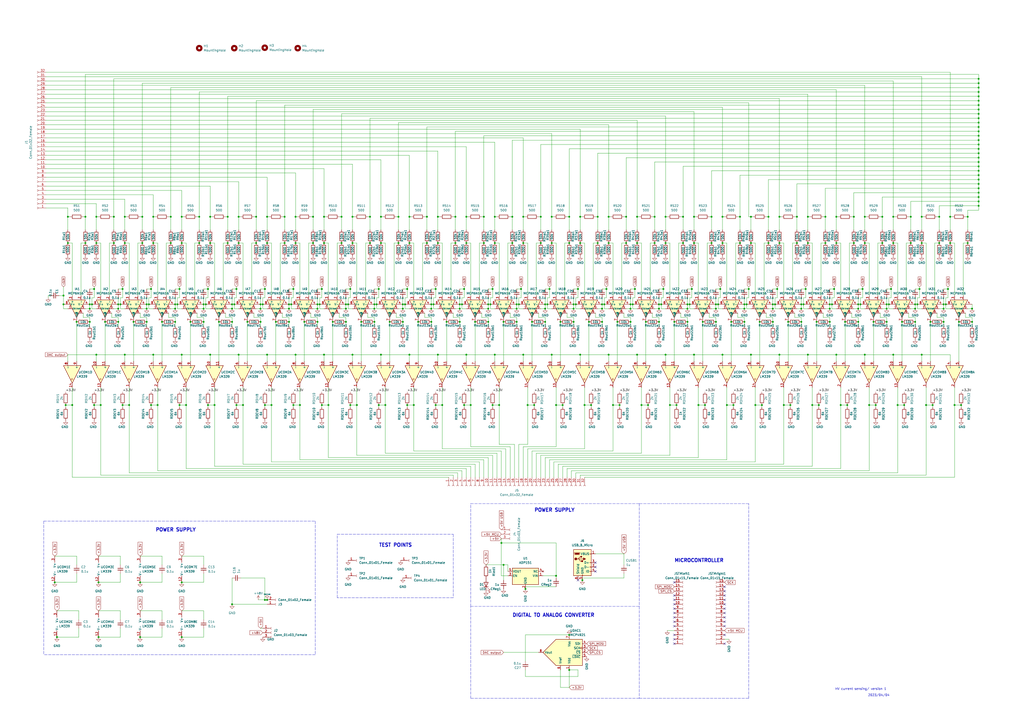
<source format=kicad_sch>
(kicad_sch (version 20211123) (generator eeschema)
  (paper "A2")
  (lib_symbols
    (symbol "Amplifier_Operational:MCP6L91RT-EMS" (pin_names (offset 0.127))
      (property "Reference" "U?" (at 15.24 4.699 0))
      (property "Value" "MCP6L91RT-EMS" (at 15.24 2.159 0))
      (symbol "MCP6L91RT-EMS_1_1"
        (pin input line (at 0 5.08 270) (length 2.54) (name "EN") (number "1"))
        (pin input line (at -7.62 -2.54 0) (length 2.54) (name "-") (number "2"))
        (pin input line (at -7.62 2.54 0) (length 2.54) (name "+") (number "3"))
        (pin power_in line (at -2.54 -7.62 90) (length 3.81) (name "V-") (number "4"))
        (pin input line (at 0 -5.08 90) (length 2.54) (name "Vref") (number "5"))
        (pin input line (at 2.54 -3.81 90) (length 2.54) (name "Vfg") (number "6"))
        (pin output line (at 7.62 0 180) (length 2.54) (name "Vout") (number "7"))
        (pin power_in line (at -2.54 7.62 270) (length 3.81) (name "V+") (number "8"))
      )
    )
    (symbol "Analog_DAC:MCP4921" (pin_names (offset 1.016))
      (property "Reference" "U" (at 6.35 10.795 0))
      (property "Value" "MCP4921" (at 6.35 8.89 0))
      (symbol "MCP4921_1_1"
        (pin power_in line (at 0 10.16 270) (length 2.54) (name "Vdd") (number "1"))
        (pin input line (at -10.16 0 0) (length 2.54) (name "~{CS}") (number "2"))
        (pin input clock (at -10.16 -2.54 0) (length 2.54) (name "SCK") (number "3"))
        (pin input line (at -10.16 -5.08 0) (length 2.54) (name "SDI") (number "4"))
        (pin input line (at -10.16 2.54 0) (length 2.54) (name "~{LDAC}") (number "5"))
        (pin power_in line (at 5.08 10.16 270) (length 2.54) (name "Vref") (number "6"))
        (pin power_in line (at 0 -10.16 90) (length 2.54) (name "Vss") (number "7"))
        (pin output line (at 17.78 0 180) (length 2.54) (name "Vout") (number "8"))
      )
    )
    (symbol "Comparator:LM339" (pin_names (offset 0.127))
      (property "Reference" "U" (at 0 5.08 0))
      (property "Value" "LM339" (at 0 -5.08 0))
      (symbol "LM339_1_1"
        (pin open_collector line (at 7.62 0 180) (length 2.54) (name "~") (number "2"))
        (pin input line (at -7.62 -2.54 0) (length 2.54) (name "-") (number "4"))
        (pin input line (at -7.62 2.54 0) (length 2.54) (name "+") (number "5"))
      )
      (symbol "LM339_2_1"
        (pin open_collector line (at 7.62 0 180) (length 2.54) (name "~") (number "1"))
        (pin input line (at -7.62 -2.54 0) (length 2.54) (name "-") (number "6"))
        (pin input line (at -7.62 2.54 0) (length 2.54) (name "+") (number "7"))
      )
      (symbol "LM339_3_1"
        (pin input line (at -7.62 -2.54 0) (length 2.54) (name "-") (number "10"))
        (pin input line (at -7.62 2.54 0) (length 2.54) (name "+") (number "11"))
        (pin open_collector line (at 7.62 0 180) (length 2.54) (name "~") (number "13"))
      )
      (symbol "LM339_4_1"
        (pin open_collector line (at 7.62 0 180) (length 2.54) (name "~") (number "14"))
        (pin input line (at -7.62 -2.54 0) (length 2.54) (name "-") (number "8"))
        (pin input line (at -7.62 2.54 0) (length 2.54) (name "+") (number "9"))
      )
      (symbol "LM339_5_1"
        (pin power_in line (at -2.54 -7.62 90) (length 3.81) (name "V-") (number "12"))
        (pin power_in line (at -2.54 7.62 270) (length 3.81) (name "V+") (number "3"))
      )
    )
    (symbol "Connector:Conn_01x01_Female" (pin_names (offset 1.016) hide)
      (property "Reference" "J" (at 0 2.54 0))
      (property "Value" "Conn_01x01_Female" (at 0 -2.54 0))
      (symbol "Conn_01x01_Female_1_1"
        (pin passive line (at -5.08 0 0) (length 3.81) (name "Pin_1") (number "1"))
      )
    )
    (symbol "Connector:Conn_01x02_Female" (pin_names (offset 1.016) hide)
      (property "Reference" "J" (at 0 2.54 0))
      (property "Value" "Conn_01x02_Female" (at 0 -5.08 0))
      (symbol "Conn_01x02_Female_1_1"
        (pin passive line (at -5.08 0 0) (length 3.81) (name "Pin_1") (number "1"))
        (pin passive line (at -5.08 -2.54 0) (length 3.81) (name "Pin_2") (number "2"))
      )
    )
    (symbol "Connector:Conn_01x03_Female" (pin_names (offset 1.016) hide)
      (property "Reference" "J" (at 0 5.08 0))
      (property "Value" "Conn_01x03_Female" (at 0 -5.08 0))
      (symbol "Conn_01x03_Female_1_1"
        (pin passive line (at -5.08 2.54 0) (length 3.81) (name "Pin_1") (number "1"))
        (pin passive line (at -5.08 0 0) (length 3.81) (name "Pin_2") (number "2"))
        (pin passive line (at -5.08 -2.54 0) (length 3.81) (name "Pin_3") (number "3"))
      )
    )
    (symbol "Connector:Conn_01x15_Female" (pin_names (offset 1.016) hide)
      (property "Reference" "J" (at 0 20.32 0))
      (property "Value" "Conn_01x15_Female" (at 0 -20.32 0))
      (symbol "Conn_01x15_Female_1_1"
        (pin passive line (at -5.08 17.78 0) (length 3.81) (name "Pin_1") (number "1"))
        (pin passive line (at -5.08 -5.08 0) (length 3.81) (name "Pin_10") (number "10"))
        (pin passive line (at -5.08 -7.62 0) (length 3.81) (name "Pin_11") (number "11"))
        (pin passive line (at -5.08 -10.16 0) (length 3.81) (name "Pin_12") (number "12"))
        (pin passive line (at -5.08 -12.7 0) (length 3.81) (name "Pin_13") (number "13"))
        (pin passive line (at -5.08 -15.24 0) (length 3.81) (name "Pin_14") (number "14"))
        (pin passive line (at -5.08 -17.78 0) (length 3.81) (name "Pin_15") (number "15"))
        (pin passive line (at -5.08 15.24 0) (length 3.81) (name "Pin_2") (number "2"))
        (pin passive line (at -5.08 12.7 0) (length 3.81) (name "Pin_3") (number "3"))
        (pin passive line (at -5.08 10.16 0) (length 3.81) (name "Pin_4") (number "4"))
        (pin passive line (at -5.08 7.62 0) (length 3.81) (name "Pin_5") (number "5"))
        (pin passive line (at -5.08 5.08 0) (length 3.81) (name "Pin_6") (number "6"))
        (pin passive line (at -5.08 2.54 0) (length 3.81) (name "Pin_7") (number "7"))
        (pin passive line (at -5.08 0 0) (length 3.81) (name "Pin_8") (number "8"))
        (pin passive line (at -5.08 -2.54 0) (length 3.81) (name "Pin_9") (number "9"))
      )
    )
    (symbol "Connector:Conn_01x32_Female" (pin_names (offset 1.016) hide)
      (property "Reference" "J" (at 0 40.64 0))
      (property "Value" "Conn_01x32_Female" (at 0 -43.18 0))
      (symbol "Conn_01x32_Female_1_1"
        (pin passive line (at -5.08 38.1 0) (length 3.81) (name "Pin_1") (number "1"))
        (pin passive line (at -5.08 15.24 0) (length 3.81) (name "Pin_10") (number "10"))
        (pin passive line (at -5.08 12.7 0) (length 3.81) (name "Pin_11") (number "11"))
        (pin passive line (at -5.08 10.16 0) (length 3.81) (name "Pin_12") (number "12"))
        (pin passive line (at -5.08 7.62 0) (length 3.81) (name "Pin_13") (number "13"))
        (pin passive line (at -5.08 5.08 0) (length 3.81) (name "Pin_14") (number "14"))
        (pin passive line (at -5.08 2.54 0) (length 3.81) (name "Pin_15") (number "15"))
        (pin passive line (at -5.08 0 0) (length 3.81) (name "Pin_16") (number "16"))
        (pin passive line (at -5.08 -2.54 0) (length 3.81) (name "Pin_17") (number "17"))
        (pin passive line (at -5.08 -5.08 0) (length 3.81) (name "Pin_18") (number "18"))
        (pin passive line (at -5.08 -7.62 0) (length 3.81) (name "Pin_19") (number "19"))
        (pin passive line (at -5.08 35.56 0) (length 3.81) (name "Pin_2") (number "2"))
        (pin passive line (at -5.08 -10.16 0) (length 3.81) (name "Pin_20") (number "20"))
        (pin passive line (at -5.08 -12.7 0) (length 3.81) (name "Pin_21") (number "21"))
        (pin passive line (at -5.08 -15.24 0) (length 3.81) (name "Pin_22") (number "22"))
        (pin passive line (at -5.08 -17.78 0) (length 3.81) (name "Pin_23") (number "23"))
        (pin passive line (at -5.08 -20.32 0) (length 3.81) (name "Pin_24") (number "24"))
        (pin passive line (at -5.08 -22.86 0) (length 3.81) (name "Pin_25") (number "25"))
        (pin passive line (at -5.08 -25.4 0) (length 3.81) (name "Pin_26") (number "26"))
        (pin passive line (at -5.08 -27.94 0) (length 3.81) (name "Pin_27") (number "27"))
        (pin passive line (at -5.08 -30.48 0) (length 3.81) (name "Pin_28") (number "28"))
        (pin passive line (at -5.08 -33.02 0) (length 3.81) (name "Pin_29") (number "29"))
        (pin passive line (at -5.08 33.02 0) (length 3.81) (name "Pin_3") (number "3"))
        (pin passive line (at -5.08 -35.56 0) (length 3.81) (name "Pin_30") (number "30"))
        (pin passive line (at -5.08 -38.1 0) (length 3.81) (name "Pin_31") (number "31"))
        (pin passive line (at -5.08 -40.64 0) (length 3.81) (name "Pin_32") (number "32"))
        (pin passive line (at -5.08 30.48 0) (length 3.81) (name "Pin_4") (number "4"))
        (pin passive line (at -5.08 27.94 0) (length 3.81) (name "Pin_5") (number "5"))
        (pin passive line (at -5.08 25.4 0) (length 3.81) (name "Pin_6") (number "6"))
        (pin passive line (at -5.08 22.86 0) (length 3.81) (name "Pin_7") (number "7"))
        (pin passive line (at -5.08 20.32 0) (length 3.81) (name "Pin_8") (number "8"))
        (pin passive line (at -5.08 17.78 0) (length 3.81) (name "Pin_9") (number "9"))
      )
    )
    (symbol "Connector:USB_B_Micro" (pin_names (offset 1.016))
      (property "Reference" "J" (at -5.08 11.43 0))
      (property "Value" "USB_B_Micro" (at -5.08 8.89 0))
      (symbol "USB_B_Micro_1_1"
        (pin power_out line (at 7.62 5.08 180) (length 2.54) (name "VBUS") (number "1"))
        (pin bidirectional line (at 7.62 -2.54 180) (length 2.54) (name "D-") (number "2"))
        (pin bidirectional line (at 7.62 0 180) (length 2.54) (name "D+") (number "3"))
        (pin passive line (at 7.62 -5.08 180) (length 2.54) (name "ID") (number "4"))
        (pin power_out line (at 0 -10.16 90) (length 2.54) (name "GND") (number "5"))
        (pin passive line (at -2.54 -10.16 90) (length 2.54) (name "Shield") (number "6"))
      )
    )
    (symbol "Device:C_Small" (pin_numbers hide) (pin_names (offset 0.254) hide)
      (property "Reference" "C" (at 0.254 1.778 0))
      (property "Value" "C_Small" (at 0.254 -2.032 0))
      (symbol "C_Small_1_1"
        (pin passive line (at 0 2.54 270) (length 2.032) (name "~") (number "1"))
        (pin passive line (at 0 -2.54 90) (length 2.032) (name "~") (number "2"))
      )
    )
    (symbol "Device:LED" (pin_numbers hide) (pin_names (offset 1.016) hide)
      (property "Reference" "D" (at 0 2.54 0))
      (property "Value" "LED" (at 0 -2.54 0))
      (symbol "LED_1_1"
        (pin passive line (at -3.81 0 0) (length 2.54) (name "K") (number "1"))
        (pin passive line (at 3.81 0 180) (length 2.54) (name "A") (number "2"))
      )
    )
    (symbol "Device:R" (pin_numbers hide) (pin_names (offset 0))
      (property "Reference" "R" (at 2.032 0 90))
      (property "Value" "R" (at 0 0 90))
      (symbol "R_1_1"
        (pin passive line (at 0 3.81 270) (length 1.27) (name "~") (number "1"))
        (pin passive line (at 0 -3.81 90) (length 1.27) (name "~") (number "2"))
      )
    )
    (symbol "Mechanical:MountingHole" (pin_names (offset 1.016))
      (property "Reference" "H" (at 0 5.08 0))
      (property "Value" "MountingHole" (at 0 3.175 0))
    )
    (symbol "Regulator_Linear:LK112M15TR" (pin_names (offset 0.254))
      (property "Reference" "U1" (at 0 10.16 0))
      (property "Value" "ADP151" (at 0 7.62 0))
      (symbol "LK112M15TR_1_1"
        (pin input line (at 10.16 0 180) (length 2.54) (name "VIN") (number "1"))
        (pin power_in line (at 0 -7.62 90) (length 2.54) (name "GND") (number "2"))
        (pin passive line (at -10.16 0 0) (length 2.54) (name "EN") (number "3"))
        (pin no_connect line (at 10.16 2.54 180) (length 2.54) (name "NC") (number "4"))
        (pin power_out line (at -10.16 2.54 0) (length 2.54) (name "VOUT") (number "5"))
      )
    )
    (symbol "power:+48V" (power) (pin_names (offset 0))
      (property "Value" "+48V" (at 0 3.556 0))
      (symbol "+48V_1_1"
        (pin power_in line (at 0 0 90) (length 0) hide (name "+48V") (number "1"))
      )
    )
    (symbol "power:GND" (power) (pin_names (offset 0))
      (property "Value" "GND" (at 0 -3.81 0))
      (symbol "GND_1_1"
        (pin power_in line (at 0 0 270) (length 0) hide (name "GND") (number "1"))
      )
    )
    (symbol "power:PWR_FLAG" (power) (pin_numbers hide) (pin_names (offset 0) hide)
      (property "Value" "PWR_FLAG" (at 0 3.81 0))
      (symbol "PWR_FLAG_0_0"
        (pin power_out line (at 0 0 90) (length 0) (name "pwr") (number "1"))
      )
    )
  )
  (junction (at 204.47 205.74))
  (junction (at 407.67 186.69))
  (junction (at 396.24 140.97))
  (junction (at 250.19 186.69))
  (junction (at 468.63 205.74))
  (junction (at 561.34 140.97))
  (junction (at 119.38 176.53))
  (junction (at 336.55 140.97))
  (junction (at 325.12 186.69))
  (junction (at 567.69 48.26))
  (junction (at 148.59 140.97))
  (junction (at 547.37 179.07))
  (junction (at 518.16 140.97))
  (junction (at 417.83 167.64))
  (junction (at 524.51 234.95))
  (junction (at 551.18 140.97))
  (junction (at 287.02 125.73))
  (junction (at 499.11 176.53))
  (junction (at 419.1 140.97))
  (junction (at 567.69 60.96))
  (junction (at 181.61 140.97))
  (junction (at 567.69 55.88))
  (junction (at 77.47 186.69))
  (junction (at 54.61 167.64))
  (junction (at 532.13 176.53))
  (junction (at 355.6 234.95))
  (junction (at 297.18 140.97))
  (junction (at 134.62 186.69))
  (junction (at 49.53 125.73))
  (junction (at 383.54 176.53))
  (junction (at 351.79 167.64))
  (junction (at 234.95 176.53))
  (junction (at 110.49 186.69))
  (junction (at 31.75 337.82))
  (junction (at 336.55 205.74))
  (junction (at 200.66 179.07))
  (junction (at 337.82 336.55))
  (junction (at 190.5 234.95))
  (junction (at 60.96 186.69))
  (junction (at 185.42 176.53))
  (junction (at 121.92 125.73))
  (junction (at 368.3 167.64))
  (junction (at 88.9 125.73))
  (junction (at 266.7 186.69))
  (junction (at 448.31 176.53))
  (junction (at 193.04 186.69))
  (junction (at 556.26 186.69))
  (junction (at 285.75 234.95))
  (junction (at 431.8 179.07))
  (junction (at 462.28 140.97))
  (junction (at 339.09 234.95))
  (junction (at 237.49 205.74))
  (junction (at 382.27 176.53))
  (junction (at 68.58 186.69))
  (junction (at 167.64 176.53))
  (junction (at 88.9 205.74))
  (junction (at 478.79 125.73))
  (junction (at 382.27 179.07))
  (junction (at 382.27 186.69))
  (junction (at 226.06 186.69))
  (junction (at 171.45 125.73))
  (junction (at 547.37 176.53))
  (junction (at 401.32 167.64))
  (junction (at 280.67 125.73))
  (junction (at 121.92 140.97))
  (junction (at 254 125.73))
  (junction (at 567.69 73.66))
  (junction (at 118.11 179.07))
  (junction (at 567.69 93.98))
  (junction (at 127 186.69))
  (junction (at 214.63 140.97))
  (junction (at 541.02 234.95))
  (junction (at 567.69 53.34))
  (junction (at 201.93 176.53))
  (junction (at 88.9 140.97))
  (junction (at 398.78 186.69))
  (junction (at 483.87 167.64))
  (junction (at 236.22 234.95))
  (junction (at 308.61 186.69))
  (junction (at 154.94 140.97))
  (junction (at 567.69 99.06))
  (junction (at 434.34 167.64))
  (junction (at 186.69 167.64))
  (junction (at 55.88 205.74))
  (junction (at 530.86 179.07))
  (junction (at 151.13 186.69))
  (junction (at 457.2 186.69))
  (junction (at 332.74 179.07))
  (junction (at 342.9 234.95))
  (junction (at 567.69 63.5))
  (junction (at 237.49 140.97))
  (junction (at 464.82 176.53))
  (junction (at 497.84 176.53))
  (junction (at 350.52 176.53))
  (junction (at 168.91 176.53))
  (junction (at 402.59 140.97))
  (junction (at 181.61 125.73))
  (junction (at 473.71 186.69))
  (junction (at 134.62 176.53))
  (junction (at 341.63 186.69))
  (junction (at 471.17 234.95))
  (junction (at 474.98 234.95))
  (junction (at 449.58 176.53))
  (junction (at 138.43 205.74))
  (junction (at 99.06 140.97))
  (junction (at 207.01 234.95))
  (junction (at 53.34 176.53))
  (junction (at 415.29 179.07))
  (junction (at 514.35 186.69))
  (junction (at 478.79 140.97))
  (junction (at 523.24 186.69))
  (junction (at 567.69 106.68))
  (junction (at 448.31 186.69))
  (junction (at 363.22 140.97))
  (junction (at 203.2 167.64))
  (junction (at 217.17 186.69))
  (junction (at 402.59 205.74))
  (junction (at 415.29 176.53))
  (junction (at 93.98 186.69))
  (junction (at 236.22 167.64))
  (junction (at 458.47 234.95))
  (junction (at 57.15 337.82))
  (junction (at 386.08 125.73))
  (junction (at 388.62 234.95))
  (junction (at 198.12 140.97))
  (junction (at 563.88 179.07))
  (junction (at 237.49 125.73))
  (junction (at 520.7 234.95))
  (junction (at 485.14 140.97))
  (junction (at 379.73 140.97))
  (junction (at 567.69 66.04))
  (junction (at 200.66 176.53))
  (junction (at 231.14 140.97))
  (junction (at 300.99 176.53))
  (junction (at 165.1 140.97))
  (junction (at 567.69 111.76))
  (junction (at 152.4 176.53))
  (junction (at 81.28 337.82))
  (junction (at 102.87 176.53))
  (junction (at 151.13 179.07))
  (junction (at 220.98 125.73))
  (junction (at 105.41 337.82))
  (junction (at 153.67 347.98))
  (junction (at 402.59 125.73))
  (junction (at 501.65 205.74))
  (junction (at 157.48 234.95))
  (junction (at 415.29 186.69))
  (junction (at 330.2 125.73))
  (junction (at 495.3 140.97))
  (junction (at 187.96 125.73))
  (junction (at 435.61 125.73))
  (junction (at 501.65 140.97))
  (junction (at 548.64 176.53))
  (junction (at 120.65 167.64))
  (junction (at 309.88 234.95))
  (junction (at 223.52 234.95))
  (junction (at 398.78 179.07))
  (junction (at 68.58 179.07))
  (junction (at 306.07 234.95))
  (junction (at 198.12 125.73))
  (junction (at 99.06 125.73))
  (junction (at 115.57 125.73))
  (junction (at 273.05 234.95))
  (junction (at 567.69 83.82))
  (junction (at 41.91 234.95))
  (junction (at 336.55 125.73))
  (junction (at 386.08 205.74))
  (junction (at 386.08 140.97))
  (junction (at 101.6 179.07))
  (junction (at 567.69 86.36))
  (junction (at 553.72 234.95))
  (junction (at 290.83 314.96))
  (junction (at 400.05 176.53))
  (junction (at 419.1 125.73))
  (junction (at 68.58 176.53))
  (junction (at 217.17 179.07))
  (junction (at 544.83 125.73))
  (junction (at 219.71 234.95))
  (junction (at 184.15 176.53))
  (junction (at 567.69 114.3))
  (junction (at 468.63 125.73))
  (junction (at 431.8 176.53))
  (junction (at 252.73 167.64))
  (junction (at 140.97 234.95))
  (junction (at 52.07 186.69))
  (junction (at 359.41 234.95))
  (junction (at 81.28 369.57))
  (junction (at 398.78 176.53))
  (junction (at 567.69 109.22))
  (junction (at 313.69 125.73))
  (junction (at 330.2 140.97))
  (junction (at 303.53 205.74))
  (junction (at 334.01 176.53))
  (junction (at 534.67 205.74))
  (junction (at 105.41 369.57))
  (junction (at 254 140.97))
  (junction (at 74.93 234.95))
  (junction (at 313.69 140.97))
  (junction (at 134.62 179.07))
  (junction (at 365.76 179.07))
  (junction (at 233.68 179.07))
  (junction (at 481.33 186.69))
  (junction (at 209.55 186.69))
  (junction (at 132.08 140.97))
  (junction (at 363.22 125.73))
  (junction (at 353.06 205.74))
  (junction (at 247.65 140.97))
  (junction (at 358.14 186.69))
  (junction (at 567.69 88.9))
  (junction (at 551.18 125.73))
  (junction (at 567.69 119.38))
  (junction (at 445.77 140.97))
  (junction (at 120.65 234.95))
  (junction (at 330.2 368.3))
  (junction (at 270.51 125.73))
  (junction (at 408.94 234.95))
  (junction (at 533.4 167.64))
  (junction (at 91.44 234.95))
  (junction (at 250.19 176.53))
  (junction (at 435.61 140.97))
  (junction (at 322.58 334.01))
  (junction (at 186.69 234.95))
  (junction (at 557.53 234.95))
  (junction (at 33.02 369.57))
  (junction (at 143.51 186.69))
  (junction (at 297.18 125.73))
  (junction (at 353.06 125.73))
  (junction (at 49.53 140.97))
  (junction (at 69.85 176.53))
  (junction (at 287.02 205.74))
  (junction (at 292.1 186.69))
  (junction (at 283.21 179.07))
  (junction (at 44.45 186.69))
  (junction (at 36.83 171.45))
  (junction (at 275.59 186.69))
  (junction (at 320.04 125.73))
  (junction (at 264.16 125.73))
  (junction (at 85.09 179.07))
  (junction (at 429.26 125.73))
  (junction (at 429.26 140.97))
  (junction (at 369.57 125.73))
  (junction (at 118.11 186.69))
  (junction (at 176.53 186.69))
  (junction (at 72.39 205.74))
  (junction (at 231.14 125.73))
  (junction (at 435.61 205.74))
  (junction (at 87.63 167.64))
  (junction (at 448.31 179.07))
  (junction (at 450.85 167.64))
  (junction (at 135.89 176.53))
  (junction (at 124.46 234.95))
  (junction (at 148.59 125.73))
  (junction (at 544.83 140.97))
  (junction (at 219.71 167.64))
  (junction (at 567.69 96.52))
  (junction (at 167.64 186.69))
  (junction (at 138.43 140.97))
  (junction (at 269.24 167.64))
  (junction (at 567.69 45.72))
  (junction (at 134.62 350.52))
  (junction (at 187.96 140.97))
  (junction (at 367.03 176.53))
  (junction (at 534.67 125.73))
  (junction (at 254 205.74))
  (junction (at 332.74 176.53))
  (junction (at 462.28 125.73))
  (junction (at 320.04 140.97))
  (junction (at 66.04 140.97))
  (junction (at 452.12 205.74))
  (junction (at 511.81 125.73))
  (junction (at 405.13 234.95))
  (junction (at 482.6 176.53))
  (junction (at 346.71 140.97))
  (junction (at 153.67 167.64))
  (junction (at 495.3 125.73))
  (junction (at 203.2 234.95))
  (junction (at 567.69 104.14))
  (junction (at 217.17 176.53))
  (junction (at 87.63 234.95))
  (junction (at 170.18 167.64))
  (junction (at 101.6 186.69))
  (junction (at 170.18 234.95))
  (junction (at 567.69 101.6))
  (junction (at 173.99 234.95))
  (junction (at 567.69 81.28))
  (junction (at 528.32 125.73))
  (junction (at 375.92 234.95))
  (junction (at 487.68 234.95))
  (junction (at 396.24 125.73))
  (junction (at 154.94 205.74))
  (junction (at 391.16 186.69))
  (junction (at 204.47 140.97))
  (junction (at 431.8 186.69))
  (junction (at 137.16 234.95))
  (junction (at 132.08 125.73))
  (junction (at 250.19 179.07))
  (junction (at 242.57 186.69))
  (junction (at 137.16 167.64))
  (junction (at 424.18 186.69))
  (junction (at 567.69 78.74))
  (junction (at 72.39 125.73))
  (junction (at 567.69 91.44))
  (junction (at 528.32 140.97))
  (junction (at 85.09 176.53))
  (junction (at 184.15 179.07))
  (junction (at 504.19 234.95))
  (junction (at 304.8 341.63))
  (junction (at 264.16 140.97))
  (junction (at 353.06 140.97))
  (junction (at 316.23 179.07))
  (junction (at 379.73 125.73))
  (junction (at 454.66 234.95))
  (junction (at 55.88 125.73))
  (junction (at 563.88 186.69))
  (junction (at 39.37 140.97))
  (junction (at 412.75 140.97))
  (junction (at 280.67 140.97))
  (junction (at 105.41 140.97))
  (junction (at 52.07 179.07))
  (junction (at 330.2 388.62))
  (junction (at 467.36 167.64))
  (junction (at 515.62 176.53))
  (junction (at 153.67 234.95))
  (junction (at 251.46 176.53))
  (junction (at 547.37 186.69))
  (junction (at 267.97 176.53))
  (junction (at 425.45 234.95))
  (junction (at 317.5 176.53))
  (junction (at 86.36 176.53))
  (junction (at 508 234.95))
  (junction (at 316.23 176.53))
  (junction (at 289.56 234.95))
  (junction (at 71.12 234.95))
  (junction (at 511.81 140.97))
  (junction (at 52.07 176.53))
  (junction (at 481.33 176.53))
  (junction (at 466.09 176.53))
  (junction (at 491.49 234.95))
  (junction (at 220.98 140.97))
  (junction (at 335.28 167.64))
  (junction (at 121.92 205.74))
  (junction (at 299.72 176.53))
  (junction (at 72.39 140.97))
  (junction (at 184.15 186.69))
  (junction (at 326.39 234.95))
  (junction (at 384.81 167.64))
  (junction (at 151.13 176.53))
  (junction (at 283.21 176.53))
  (junction (at 160.02 186.69))
  (junction (at 506.73 186.69))
  (junction (at 485.14 125.73))
  (junction (at 412.75 125.73))
  (junction (at 392.43 234.95))
  (junction (at 287.02 140.97))
  (junction (at 104.14 167.64))
  (junction (at 38.1 234.95))
  (junction (at 247.65 125.73))
  (junction (at 303.53 140.97))
  (junction (at 567.69 58.42))
  (junction (at 530.86 176.53))
  (junction (at 284.48 176.53))
  (junction (at 374.65 186.69))
  (junction (at 204.47 125.73))
  (junction (at 537.21 234.95))
  (junction (at 567.69 50.8))
  (junction (at 283.21 186.69))
  (junction (at 187.96 205.74))
  (junction (at 171.45 140.97))
  (junction (at 349.25 176.53))
  (junction (at 372.11 234.95))
  (junction (at 438.15 234.95))
  (junction (at 320.04 205.74))
  (junction (at 266.7 176.53))
  (junction (at 269.24 234.95))
  (junction (at 82.55 140.97))
  (junction (at 270.51 205.74))
  (junction (at 252.73 234.95))
  (junction (at 419.1 205.74))
  (junction (at 464.82 186.69))
  (junction (at 501.65 125.73))
  (junction (at 452.12 140.97))
  (junction (at 468.63 140.97))
  (junction (at 55.88 140.97))
  (junction (at 270.51 140.97))
  (junction (at 154.94 347.98))
  (junction (at 259.08 186.69))
  (junction (at 165.1 125.73))
  (junction (at 481.33 179.07))
  (junction (at 514.35 176.53))
  (junction (at 369.57 140.97))
  (junction (at 534.67 140.97))
  (junction (at 138.43 125.73))
  (junction (at 200.66 186.69))
  (junction (at 302.26 167.64))
  (junction (at 567.69 71.12))
  (junction (at 497.84 186.69))
  (junction (at 54.61 234.95))
  (junction (at 299.72 186.69))
  (junction (at 567.69 116.84))
  (junction (at 561.34 125.73))
  (junction (at 549.91 167.64))
  (junction (at 514.35 179.07))
  (junction (at 233.68 186.69))
  (junction (at 266.7 179.07))
  (junction (at 167.64 179.07))
  (junction (at 214.63 125.73))
  (junction (at 316.23 186.69))
  (junction (at 303.53 125.73))
  (junction (at 66.04 125.73))
  (junction (at 567.69 76.2))
  (junction (at 416.56 176.53))
  (junction (at 497.84 179.07))
  (junction (at 490.22 186.69))
  (junction (at 440.69 186.69))
  (junction (at 118.11 176.53))
  (junction (at 530.86 186.69))
  (junction (at 369.57 205.74))
  (junction (at 171.45 205.74))
  (junction (at 220.98 205.74))
  (junction (at 292.1 327.66))
  (junction (at 433.07 176.53))
  (junction (at 518.16 205.74))
  (junction (at 441.96 234.95))
  (junction (at 346.71 125.73))
  (junction (at 516.89 167.64))
  (junction (at 85.09 186.69))
  (junction (at 464.82 179.07))
  (junction (at 218.44 176.53))
  (junction (at 107.95 234.95))
  (junction (at 39.37 125.73))
  (junction (at 365.76 176.53))
  (junction (at 421.64 234.95))
  (junction (at 349.25 186.69))
  (junction (at 105.41 125.73))
  (junction (at 82.55 125.73))
  (junction (at 57.15 369.57))
  (junction (at 115.57 140.97))
  (junction (at 285.75 167.64))
  (junction (at 539.75 186.69))
  (junction (at 445.77 125.73))
  (junction (at 349.25 179.07))
  (junction (at 240.03 234.95))
  (junction (at 154.94 125.73))
  (junction (at 299.72 179.07))
  (junction (at 36.83 176.53))
  (junction (at 518.16 125.73))
  (junction (at 365.76 186.69))
  (junction (at 105.41 205.74))
  (junction (at 101.6 176.53))
  (junction (at 104.14 234.95))
  (junction (at 58.42 234.95))
  (junction (at 256.54 234.95))
  (junction (at 567.69 68.58))
  (junction (at 452.12 125.73))
  (junction (at 322.58 234.95))
  (junction (at 332.74 186.69))
  (junction (at 500.38 167.64))
  (junction (at 318.77 167.64))
  (junction (at 71.12 167.64))
  (junction (at 233.68 176.53))
  (junction (at 485.14 205.74))
  (no_connect (at 420.37 345.44))
  (no_connect (at 420.37 350.52))
  (no_connect (at 391.16 363.22))
  (no_connect (at 391.16 373.38))
  (no_connect (at 345.44 326.39))
  (no_connect (at 391.16 370.84))
  (no_connect (at 391.16 368.3))
  (no_connect (at 420.37 373.38))
  (no_connect (at 420.37 347.98))
  (no_connect (at 345.44 328.93))
  (no_connect (at 391.16 353.06))
  (no_connect (at 391.16 337.82))
  (no_connect (at 391.16 345.44))
  (no_connect (at 420.37 368.3))
  (no_connect (at 335.28 336.55))
  (no_connect (at 391.16 350.52))
  (no_connect (at 420.37 360.68))
  (no_connect (at 420.37 342.9))
  (no_connect (at 345.44 331.47))
  (no_connect (at 420.37 355.6))
  (no_connect (at 391.16 360.68))
  (no_connect (at 391.16 347.98))
  (no_connect (at 420.37 340.36))
  (no_connect (at 420.37 363.22))
  (no_connect (at 391.16 355.6))
  (no_connect (at 391.16 358.14))
  (no_connect (at 420.37 358.14))
  (no_connect (at 420.37 353.06))
  (wire (pts (xy 494.03 184.15) (xy 497.84 184.15)))
  (polyline (pts (xy 370.84 292.1) (xy 370.84 351.79)))
  (wire (pts (xy 201.93 179.07) (xy 201.93 176.53)))
  (wire (pts (xy 26.67 44.45) (xy 534.67 44.45)))
  (wire (pts (xy 482.6 179.07) (xy 482.6 176.53)))
  (wire (pts (xy 454.66 234.95) (xy 458.47 234.95)))
  (polyline (pts (xy 182.88 302.26) (xy 182.88 379.73)))
  (wire (pts (xy 464.82 167.64) (xy 467.36 167.64)))
  (wire (pts (xy 514.35 167.64) (xy 516.89 167.64)))
  (wire (pts (xy 330.2 179.07) (xy 332.74 179.07)))
  (wire (pts (xy 336.55 74.93) (xy 336.55 125.73)))
  (wire (pts (xy 495.3 140.97) (xy 492.76 140.97)))
  (wire (pts (xy 26.67 67.31) (xy 386.08 67.31)))
  (wire (pts (xy 350.52 179.07) (xy 350.52 176.53)))
  (wire (pts (xy 91.44 234.95) (xy 91.44 273.05)))
  (wire (pts (xy 118.11 359.41) (xy 118.11 354.33)))
  (wire (pts (xy 49.53 43.18) (xy 49.53 125.73)))
  (wire (pts (xy 229.87 184.15) (xy 229.87 181.61)))
  (wire (pts (xy 520.7 234.95) (xy 520.7 274.32)))
  (wire (pts (xy 280.67 140.97) (xy 278.13 140.97)))
  (wire (pts (xy 101.6 167.64) (xy 104.14 167.64)))
  (wire (pts (xy 195.58 140.97) (xy 195.58 171.45)))
  (wire (pts (xy 556.26 186.69) (xy 556.26 209.55)))
  (wire (pts (xy 273.05 270.51) (xy 273.05 276.86)))
  (wire (pts (xy 179.07 140.97) (xy 179.07 171.45)))
  (wire (pts (xy 209.55 186.69) (xy 209.55 209.55)))
  (wire (pts (xy 372.11 140.97) (xy 372.11 171.45)))
  (wire (pts (xy 173.99 234.95) (xy 173.99 266.7)))
  (wire (pts (xy 289.56 234.95) (xy 289.56 257.81)))
  (wire (pts (xy 140.97 269.24) (xy 275.59 269.24)))
  (wire (pts (xy 303.53 179.07) (xy 300.99 179.07)))
  (wire (pts (xy 267.97 176.53) (xy 267.97 172.72)))
  (wire (pts (xy 69.85 354.33) (xy 57.15 354.33)))
  (wire (pts (xy 74.93 234.95) (xy 71.12 234.95)))
  (wire (pts (xy 26.67 97.79) (xy 187.96 97.79)))
  (wire (pts (xy 537.21 140.97) (xy 537.21 171.45)))
  (wire (pts (xy 464.82 184.15) (xy 464.82 186.69)))
  (wire (pts (xy 497.84 172.72) (xy 497.84 176.53)))
  (wire (pts (xy 345.44 184.15) (xy 345.44 181.61)))
  (wire (pts (xy 167.64 184.15) (xy 167.64 186.69)))
  (wire (pts (xy 515.62 172.72) (xy 516.89 172.72)))
  (wire (pts (xy 396.24 179.07) (xy 398.78 179.07)))
  (wire (pts (xy 167.64 179.07) (xy 167.64 176.53)))
  (wire (pts (xy 321.31 267.97) (xy 321.31 276.86)))
  (wire (pts (xy 353.06 125.73) (xy 353.06 133.35)))
  (wire (pts (xy 363.22 91.44) (xy 363.22 125.73)))
  (wire (pts (xy 320.04 179.07) (xy 317.5 179.07)))
  (wire (pts (xy 185.42 176.53) (xy 185.42 172.72)))
  (wire (pts (xy 99.06 50.8) (xy 567.69 50.8)))
  (wire (pts (xy 355.6 234.95) (xy 355.6 261.62)))
  (wire (pts (xy 124.46 270.51) (xy 273.05 270.51)))
  (wire (pts (xy 54.61 172.72) (xy 54.61 167.64)))
  (wire (pts (xy 527.05 184.15) (xy 527.05 181.61)))
  (polyline (pts (xy 370.84 405.13) (xy 434.34 405.13)))
  (wire (pts (xy 303.53 259.08) (xy 303.53 276.86)))
  (wire (pts (xy 567.69 116.84) (xy 567.69 119.38)))
  (wire (pts (xy 528.32 179.07) (xy 530.86 179.07)))
  (wire (pts (xy 567.69 91.44) (xy 363.22 91.44)))
  (wire (pts (xy 567.69 121.92) (xy 561.34 121.92)))
  (wire (pts (xy 223.52 234.95) (xy 219.71 234.95)))
  (wire (pts (xy 41.91 140.97) (xy 41.91 171.45)))
  (wire (pts (xy 345.44 125.73) (xy 346.71 125.73)))
  (wire (pts (xy 327.66 140.97) (xy 327.66 171.45)))
  (wire (pts (xy 290.83 261.62) (xy 290.83 276.86)))
  (wire (pts (xy 68.58 167.64) (xy 71.12 167.64)))
  (wire (pts (xy 299.72 172.72) (xy 299.72 176.53)))
  (wire (pts (xy 288.29 262.89) (xy 288.29 276.86)))
  (wire (pts (xy 101.6 189.23) (xy 101.6 186.69)))
  (wire (pts (xy 153.67 172.72) (xy 153.67 167.64)))
  (wire (pts (xy 449.58 172.72) (xy 450.85 172.72)))
  (wire (pts (xy 46.99 140.97) (xy 46.99 171.45)))
  (wire (pts (xy 287.02 209.55) (xy 287.02 205.74)))
  (wire (pts (xy 49.53 179.07) (xy 52.07 179.07)))
  (wire (pts (xy 165.1 179.07) (xy 167.64 179.07)))
  (wire (pts (xy 487.68 140.97) (xy 487.68 171.45)))
  (wire (pts (xy 184.15 184.15) (xy 184.15 186.69)))
  (wire (pts (xy 320.04 125.73) (xy 321.31 125.73)))
  (wire (pts (xy 101.6 184.15) (xy 101.6 186.69)))
  (wire (pts (xy 544.83 179.07) (xy 547.37 179.07)))
  (wire (pts (xy 180.34 184.15) (xy 184.15 184.15)))
  (wire (pts (xy 510.54 184.15) (xy 510.54 181.61)))
  (wire (pts (xy 285.75 264.16) (xy 285.75 276.86)))
  (wire (pts (xy 240.03 224.79) (xy 240.03 234.95)))
  (wire (pts (xy 118.11 369.57) (xy 105.41 369.57)))
  (wire (pts (xy 401.32 167.64) (xy 401.32 166.37)))
  (wire (pts (xy 382.27 184.15) (xy 382.27 186.69)))
  (wire (pts (xy 266.7 172.72) (xy 266.7 176.53)))
  (wire (pts (xy 561.34 125.73) (xy 561.34 133.35)))
  (wire (pts (xy 102.87 179.07) (xy 102.87 176.53)))
  (wire (pts (xy 151.13 364.49) (xy 152.4 364.49)))
  (wire (pts (xy 140.97 140.97) (xy 140.97 171.45)))
  (wire (pts (xy 384.81 172.72) (xy 384.81 167.64)))
  (wire (pts (xy 118.11 322.58) (xy 105.41 322.58)))
  (wire (pts (xy 26.67 72.39) (xy 353.06 72.39)))
  (wire (pts (xy 384.81 167.64) (xy 384.81 166.37)))
  (wire (pts (xy 490.22 186.69) (xy 490.22 209.55)))
  (wire (pts (xy 383.54 179.07) (xy 383.54 176.53)))
  (wire (pts (xy 509.27 140.97) (xy 509.27 171.45)))
  (wire (pts (xy 26.67 105.41) (xy 138.43 105.41)))
  (wire (pts (xy 237.49 140.97) (xy 240.03 140.97)))
  (wire (pts (xy 318.77 167.64) (xy 318.77 166.37)))
  (wire (pts (xy 279.4 184.15) (xy 283.21 184.15)))
  (wire (pts (xy 368.3 167.64) (xy 368.3 166.37)))
  (wire (pts (xy 300.99 176.53) (xy 300.99 172.72)))
  (wire (pts (xy 264.16 76.2) (xy 264.16 125.73)))
  (wire (pts (xy 251.46 179.07) (xy 251.46 176.53)))
  (wire (pts (xy 26.67 107.95) (xy 121.92 107.95)))
  (wire (pts (xy 334.01 274.32) (xy 334.01 276.86)))
  (polyline (pts (xy 262.89 309.88) (xy 262.89 346.71)))
  (wire (pts (xy 534.67 140.97) (xy 537.21 140.97)))
  (wire (pts (xy 444.5 184.15) (xy 448.31 184.15)))
  (wire (pts (xy 394.97 184.15) (xy 398.78 184.15)))
  (wire (pts (xy 365.76 184.15) (xy 365.76 186.69)))
  (wire (pts (xy 449.58 179.07) (xy 449.58 176.53)))
  (wire (pts (xy 148.59 125.73) (xy 148.59 133.35)))
  (wire (pts (xy 299.72 167.64) (xy 302.26 167.64)))
  (wire (pts (xy 240.03 261.62) (xy 290.83 261.62)))
  (wire (pts (xy 52.07 167.64) (xy 54.61 167.64)))
  (wire (pts (xy 323.85 269.24) (xy 323.85 276.86)))
  (wire (pts (xy 501.65 125.73) (xy 501.65 133.35)))
  (wire (pts (xy 476.25 140.97) (xy 476.25 171.45)))
  (wire (pts (xy 149.86 347.98) (xy 153.67 347.98)))
  (wire (pts (xy 180.34 125.73) (xy 181.61 125.73)))
  (wire (pts (xy 107.95 234.95) (xy 107.95 271.78)))
  (wire (pts (xy 332.74 189.23) (xy 332.74 186.69)))
  (wire (pts (xy 273.05 140.97) (xy 273.05 171.45)))
  (wire (pts (xy 452.12 125.73) (xy 453.39 125.73)))
  (wire (pts (xy 482.6 172.72) (xy 483.87 172.72)))
  (wire (pts (xy 85.09 189.23) (xy 85.09 186.69)))
  (wire (pts (xy 328.93 125.73) (xy 330.2 125.73)))
  (wire (pts (xy 167.64 167.64) (xy 170.18 167.64)))
  (wire (pts (xy 130.81 125.73) (xy 132.08 125.73)))
  (wire (pts (xy 313.69 264.16) (xy 313.69 276.86)))
  (wire (pts (xy 247.65 73.66) (xy 567.69 73.66)))
  (wire (pts (xy 412.75 125.73) (xy 412.75 133.35)))
  (wire (pts (xy 281.94 327.66) (xy 292.1 327.66)))
  (wire (pts (xy 567.69 63.5) (xy 567.69 66.04)))
  (wire (pts (xy 448.31 172.72) (xy 448.31 176.53)))
  (wire (pts (xy 369.57 209.55) (xy 369.57 205.74)))
  (wire (pts (xy 421.64 266.7) (xy 318.77 266.7)))
  (wire (pts (xy 138.43 140.97) (xy 140.97 140.97)))
  (wire (pts (xy 567.69 86.36) (xy 567.69 88.9)))
  (wire (pts (xy 382.27 189.23) (xy 382.27 186.69)))
  (wire (pts (xy 203.2 172.72) (xy 203.2 167.64)))
  (wire (pts (xy 102.87 176.53) (xy 102.87 172.72)))
  (wire (pts (xy 345.44 184.15) (xy 349.25 184.15)))
  (wire (pts (xy 497.84 184.15) (xy 497.84 186.69)))
  (wire (pts (xy 461.01 125.73) (xy 462.28 125.73)))
  (wire (pts (xy 388.62 224.79) (xy 388.62 234.95)))
  (wire (pts (xy 110.49 186.69) (xy 110.49 209.55)))
  (wire (pts (xy 468.63 205.74) (xy 452.12 205.74)))
  (wire (pts (xy 154.94 179.07) (xy 152.4 179.07)))
  (wire (pts (xy 471.17 224.79) (xy 471.17 234.95)))
  (wire (pts (xy 445.77 125.73) (xy 445.77 133.35)))
  (wire (pts (xy 48.26 184.15) (xy 48.26 181.61)))
  (wire (pts (xy 147.32 184.15) (xy 147.32 181.61)))
  (wire (pts (xy 217.17 172.72) (xy 217.17 176.53)))
  (wire (pts (xy 124.46 234.95) (xy 120.65 234.95)))
  (wire (pts (xy 537.21 275.59) (xy 336.55 275.59)))
  (wire (pts (xy 26.67 54.61) (xy 468.63 54.61)))
  (wire (pts (xy 287.02 82.55) (xy 287.02 125.73)))
  (wire (pts (xy 563.88 184.15) (xy 563.88 186.69)))
  (wire (pts (xy 185.42 172.72) (xy 186.69 172.72)))
  (wire (pts (xy 171.45 100.33) (xy 171.45 125.73)))
  (wire (pts (xy 336.55 205.74) (xy 320.04 205.74)))
  (wire (pts (xy 153.67 167.64) (xy 153.67 166.37)))
  (wire (pts (xy 234.95 172.72) (xy 236.22 172.72)))
  (wire (pts (xy 421.64 234.95) (xy 421.64 266.7)))
  (wire (pts (xy 494.03 184.15) (xy 494.03 181.61)))
  (wire (pts (xy 186.69 236.22) (xy 186.69 234.95)))
  (wire (pts (xy 299.72 189.23) (xy 299.72 186.69)))
  (wire (pts (xy 270.51 85.09) (xy 270.51 125.73)))
  (wire (pts (xy 306.07 257.81) (xy 300.99 257.81)))
  (wire (pts (xy 55.88 140.97) (xy 58.42 140.97)))
  (wire (pts (xy 353.06 205.74) (xy 336.55 205.74)))
  (wire (pts (xy 427.99 184.15) (xy 427.99 181.61)))
  (wire (pts (xy 435.61 125.73) (xy 435.61 133.35)))
  (wire (pts (xy 544.83 119.38) (xy 544.83 125.73)))
  (wire (pts (xy 448.31 184.15) (xy 448.31 186.69)))
  (wire (pts (xy 402.59 179.07) (xy 400.05 179.07)))
  (wire (pts (xy 148.59 58.42) (xy 567.69 58.42)))
  (wire (pts (xy 443.23 140.97) (xy 443.23 171.45)))
  (wire (pts (xy 412.75 179.07) (xy 415.29 179.07)))
  (wire (pts (xy 82.55 48.26) (xy 82.55 125.73)))
  (wire (pts (xy 187.96 209.55) (xy 187.96 205.74)))
  (wire (pts (xy 69.85 322.58) (xy 57.15 322.58)))
  (wire (pts (xy 431.8 189.23) (xy 431.8 186.69)))
  (wire (pts (xy 165.1 60.96) (xy 165.1 125.73)))
  (wire (pts (xy 405.13 265.43) (xy 316.23 265.43)))
  (wire (pts (xy 118.11 179.07) (xy 118.11 176.53)))
  (wire (pts (xy 170.18 172.72) (xy 170.18 167.64)))
  (wire (pts (xy 254 205.74) (xy 237.49 205.74)))
  (wire (pts (xy 80.01 140.97) (xy 80.01 171.45)))
  (wire (pts (xy 322.58 234.95) (xy 322.58 259.08)))
  (wire (pts (xy 69.85 332.74) (xy 69.85 337.82)))
  (wire (pts (xy 261.62 140.97) (xy 261.62 171.45)))
  (wire (pts (xy 26.67 77.47) (xy 320.04 77.47)))
  (wire (pts (xy 468.63 125.73) (xy 468.63 133.35)))
  (wire (pts (xy 283.21 172.72) (xy 283.21 176.53)))
  (wire (pts (xy 250.19 167.64) (xy 252.73 167.64)))
  (wire (pts (xy 485.14 125.73) (xy 485.14 133.35)))
  (wire (pts (xy 279.4 184.15) (xy 279.4 181.61)))
  (wire (pts (xy 217.17 167.64) (xy 219.71 167.64)))
  (wire (pts (xy 303.53 209.55) (xy 303.53 205.74)))
  (wire (pts (xy 237.49 179.07) (xy 234.95 179.07)))
  (wire (pts (xy 386.08 179.07) (xy 383.54 179.07)))
  (wire (pts (xy 64.77 125.73) (xy 66.04 125.73)))
  (wire (pts (xy 102.87 172.72) (xy 104.14 172.72)))
  (wire (pts (xy 265.43 274.32) (xy 265.43 276.86)))
  (wire (pts (xy 452.12 125.73) (xy 452.12 57.15)))
  (wire (pts (xy 26.67 113.03) (xy 88.9 113.03)))
  (wire (pts (xy 511.81 114.3) (xy 511.81 125.73)))
  (wire (pts (xy 497.84 167.64) (xy 500.38 167.64)))
  (wire (pts (xy 567.69 55.88) (xy 567.69 58.42)))
  (wire (pts (xy 400.05 179.07) (xy 400.05 176.53)))
  (wire (pts (xy 104.14 236.22) (xy 104.14 234.95)))
  (wire (pts (xy 39.37 125.73) (xy 39.37 133.35)))
  (wire (pts (xy 454.66 140.97) (xy 454.66 171.45)))
  (wire (pts (xy 445.77 179.07) (xy 448.31 179.07)))
  (wire (pts (xy 449.58 176.53) (xy 449.58 172.72)))
  (wire (pts (xy 27.94 172.72) (xy 27.94 171.45)))
  (wire (pts (xy 511.81 125.73) (xy 511.81 133.35)))
  (wire (pts (xy 330.2 388.62) (xy 330.2 398.78)))
  (wire (pts (xy 312.42 125.73) (xy 313.69 125.73)))
  (wire (pts (xy 567.69 96.52) (xy 567.69 99.06)))
  (wire (pts (xy 267.97 179.07) (xy 267.97 176.53)))
  (wire (pts (xy 147.32 125.73) (xy 148.59 125.73)))
  (wire (pts (xy 69.85 179.07) (xy 69.85 176.53)))
  (wire (pts (xy 504.19 224.79) (xy 504.19 234.95)))
  (wire (pts (xy 392.43 236.22) (xy 392.43 234.95)))
  (wire (pts (xy 273.05 259.08) (xy 295.91 259.08)))
  (wire (pts (xy 267.97 172.72) (xy 269.24 172.72)))
  (wire (pts (xy 186.69 167.64) (xy 186.69 166.37)))
  (wire (pts (xy 375.92 236.22) (xy 375.92 234.95)))
  (wire (pts (xy 41.91 224.79) (xy 41.91 234.95)))
  (wire (pts (xy 44.45 332.74) (xy 44.45 337.82)))
  (wire (pts (xy 26.67 62.23) (xy 419.1 62.23)))
  (wire (pts (xy 567.69 50.8) (xy 567.69 53.34)))
  (wire (pts (xy 203.2 236.22) (xy 203.2 234.95)))
  (wire (pts (xy 365.76 172.72) (xy 365.76 176.53)))
  (wire (pts (xy 326.39 270.51) (xy 326.39 276.86)))
  (wire (pts (xy 567.69 48.26) (xy 82.55 48.26)))
  (wire (pts (xy 304.8 368.3) (xy 330.2 368.3)))
  (wire (pts (xy 452.12 209.55) (xy 452.12 205.74)))
  (wire (pts (xy 332.74 167.64) (xy 335.28 167.64)))
  (wire (pts (xy 353.06 140.97) (xy 355.6 140.97)))
  (wire (pts (xy 328.93 271.78) (xy 328.93 276.86)))
  (wire (pts (xy 567.69 43.18) (xy 49.53 43.18)))
  (wire (pts (xy 154.94 102.87) (xy 154.94 125.73)))
  (wire (pts (xy 553.72 140.97) (xy 553.72 171.45)))
  (wire (pts (xy 317.5 172.72) (xy 318.77 172.72)))
  (wire (pts (xy 134.62 167.64) (xy 137.16 167.64)))
  (wire (pts (xy 58.42 275.59) (xy 262.89 275.59)))
  (wire (pts (xy 66.04 140.97) (xy 63.5 140.97)))
  (wire (pts (xy 424.18 186.69) (xy 424.18 209.55)))
  (wire (pts (xy 361.95 332.74) (xy 361.95 335.28)))
  (wire (pts (xy 26.67 95.25) (xy 204.47 95.25)))
  (wire (pts (xy 88.9 179.07) (xy 86.36 179.07)))
  (wire (pts (xy 358.14 186.69) (xy 358.14 209.55)))
  (wire (pts (xy 510.54 125.73) (xy 511.81 125.73)))
  (wire (pts (xy 162.56 140.97) (xy 162.56 171.45)))
  (wire (pts (xy 346.71 125.73) (xy 346.71 88.9)))
  (wire (pts (xy 548.64 176.53) (xy 548.64 172.72)))
  (wire (pts (xy 86.36 176.53) (xy 86.36 172.72)))
  (wire (pts (xy 367.03 172.72) (xy 368.3 172.72)))
  (wire (pts (xy 137.16 236.22) (xy 137.16 234.95)))
  (wire (pts (xy 233.68 172.72) (xy 233.68 176.53)))
  (wire (pts (xy 322.58 224.79) (xy 322.58 234.95)))
  (wire (pts (xy 273.05 234.95) (xy 269.24 234.95)))
  (wire (pts (xy 121.92 179.07) (xy 119.38 179.07)))
  (wire (pts (xy 567.69 53.34) (xy 115.57 53.34)))
  (wire (pts (xy 300.99 172.72) (xy 302.26 172.72)))
  (wire (pts (xy 567.69 106.68) (xy 462.28 106.68)))
  (wire (pts (xy 336.55 209.55) (xy 336.55 205.74)))
  (wire (pts (xy 445.77 104.14) (xy 445.77 125.73)))
  (wire (pts (xy 256.54 140.97) (xy 256.54 171.45)))
  (wire (pts (xy 567.69 76.2) (xy 264.16 76.2)))
  (wire (pts (xy 534.67 125.73) (xy 535.94 125.73)))
  (wire (pts (xy 58.42 234.95) (xy 54.61 234.95)))
  (wire (pts (xy 256.54 260.35) (xy 293.37 260.35)))
  (wire (pts (xy 41.91 276.86) (xy 260.35 276.86)))
  (wire (pts (xy 181.61 125.73) (xy 181.61 63.5)))
  (wire (pts (xy 283.21 184.15) (xy 283.21 186.69)))
  (wire (pts (xy 138.43 105.41) (xy 138.43 125.73)))
  (wire (pts (xy 561.34 140.97) (xy 558.8 140.97)))
  (wire (pts (xy 134.62 350.52) (xy 154.94 350.52)))
  (wire (pts (xy 485.14 179.07) (xy 482.6 179.07)))
  (wire (pts (xy 250.19 179.07) (xy 250.19 176.53)))
  (wire (pts (xy 201.93 176.53) (xy 201.93 172.72)))
  (wire (pts (xy 229.87 184.15) (xy 233.68 184.15)))
  (wire (pts (xy 372.11 224.79) (xy 372.11 234.95)))
  (wire (pts (xy 462.28 179.07) (xy 464.82 179.07)))
  (wire (pts (xy 220.98 125.73) (xy 220.98 133.35)))
  (wire (pts (xy 168.91 179.07) (xy 168.91 176.53)))
  (wire (pts (xy 478.79 125.73) (xy 478.79 133.35)))
  (wire (pts (xy 86.36 172.72) (xy 87.63 172.72)))
  (wire (pts (xy 295.91 259.08) (xy 295.91 276.86)))
  (wire (pts (xy 223.52 224.79) (xy 223.52 234.95)))
  (wire (pts (xy 544.83 140.97) (xy 542.29 140.97)))
  (wire (pts (xy 118.11 184.15) (xy 118.11 186.69)))
  (wire (pts (xy 124.46 234.95) (xy 124.46 270.51)))
  (wire (pts (xy 52.07 189.23) (xy 52.07 186.69)))
  (wire (pts (xy 433.07 172.72) (xy 434.34 172.72)))
  (wire (pts (xy 530.86 172.72) (xy 530.86 176.53)))
  (wire (pts (xy 154.94 125.73) (xy 154.94 133.35)))
  (wire (pts (xy 295.91 125.73) (xy 297.18 125.73)))
  (wire (pts (xy 44.45 327.66) (xy 44.45 322.58)))
  (wire (pts (xy 402.59 125.73) (xy 402.59 133.35)))
  (wire (pts (xy 289.56 234.95) (xy 285.75 234.95)))
  (wire (pts (xy 240.03 234.95) (xy 236.22 234.95)))
  (wire (pts (xy 68.58 179.07) (xy 68.58 176.53)))
  (wire (pts (xy 553.72 234.95) (xy 557.53 234.95)))
  (wire (pts (xy 518.16 140.97) (xy 520.7 140.97)))
  (wire (pts (xy 45.72 369.57) (xy 33.02 369.57)))
  (wire (pts (xy 233.68 167.64) (xy 236.22 167.64)))
  (wire (pts (xy 322.58 334.01) (xy 322.58 314.96)))
  (wire (pts (xy 483.87 167.64) (xy 483.87 166.37)))
  (wire (pts (xy 283.21 167.64) (xy 285.75 167.64)))
  (wire (pts (xy 187.96 125.73) (xy 187.96 133.35)))
  (wire (pts (xy 468.63 125.73) (xy 468.63 54.61)))
  (wire (pts (xy 259.08 186.69) (xy 259.08 209.55)))
  (wire (pts (xy 88.9 209.55) (xy 88.9 205.74)))
  (wire (pts (xy 537.21 234.95) (xy 541.02 234.95)))
  (wire (pts (xy 153.67 347.98) (xy 154.94 347.98)))
  (wire (pts (xy 415.29 167.64) (xy 417.83 167.64)))
  (wire (pts (xy 240.03 234.95) (xy 240.03 261.62)))
  (wire (pts (xy 165.1 125.73) (xy 165.1 133.35)))
  (wire (pts (xy 58.42 224.79) (xy 58.42 234.95)))
  (wire (pts (xy 450.85 172.72) (xy 450.85 167.64)))
  (wire (pts (xy 396.24 96.52) (xy 396.24 125.73)))
  (wire (pts (xy 85.09 184.15) (xy 85.09 186.69)))
  (wire (pts (xy 547.37 172.72) (xy 547.37 176.53)))
  (wire (pts (xy 416.56 176.53) (xy 416.56 172.72)))
  (wire (pts (xy 467.36 167.64) (xy 467.36 166.37)))
  (wire (pts (xy 293.37 260.35) (xy 293.37 276.86)))
  (wire (pts (xy 411.48 184.15) (xy 411.48 181.61)))
  (wire (pts (xy 454.66 224.79) (xy 454.66 234.95)))
  (wire (pts (xy 121.92 209.55) (xy 121.92 205.74)))
  (wire (pts (xy 499.11 176.53) (xy 499.11 172.72)))
  (wire (pts (xy 233.68 189.23) (xy 233.68 186.69)))
  (wire (pts (xy 157.48 224.79) (xy 157.48 234.95)))
  (wire (pts (xy 551.18 179.07) (xy 548.64 179.07)))
  (wire (pts (xy 386.08 125.73) (xy 386.08 133.35)))
  (wire (pts (xy 398.78 179.07) (xy 398.78 176.53)))
  (wire (pts (xy 363.22 140.97) (xy 360.68 140.97)))
  (wire (pts (xy 495.3 111.76) (xy 495.3 125.73)))
  (wire (pts (xy 246.38 184.15) (xy 246.38 181.61)))
  (wire (pts (xy 412.75 140.97) (xy 410.21 140.97)))
  (wire (pts (xy 27.94 171.45) (xy 29.21 171.45)))
  (wire (pts (xy 401.32 172.72) (xy 401.32 167.64)))
  (wire (pts (xy 398.78 167.64) (xy 401.32 167.64)))
  (wire (pts (xy 497.84 179.07) (xy 497.84 176.53)))
  (wire (pts (xy 254 125.73) (xy 255.27 125.73)))
  (wire (pts (xy 275.59 186.69) (xy 275.59 209.55)))
  (polyline (pts (xy 195.58 309.88) (xy 262.89 309.88)))
  (wire (pts (xy 537.21 234.95) (xy 537.21 275.59)))
  (wire (pts (xy 219.71 172.72) (xy 219.71 167.64)))
  (wire (pts (xy 135.89 179.07) (xy 135.89 176.53)))
  (wire (pts (xy 306.07 224.79) (xy 306.07 234.95)))
  (wire (pts (xy 237.49 209.55) (xy 237.49 205.74)))
  (wire (pts (xy 93.98 322.58) (xy 81.28 322.58)))
  (wire (pts (xy 322.58 314.96) (xy 290.83 314.96)))
  (wire (pts (xy 339.09 234.95) (xy 342.9 234.95)))
  (wire (pts (xy 119.38 172.72) (xy 120.65 172.72)))
  (polyline (pts (xy 262.89 346.71) (xy 195.58 346.71)))
  (wire (pts (xy 306.07 260.35) (xy 306.07 276.86)))
  (wire (pts (xy 99.06 140.97) (xy 96.52 140.97)))
  (wire (pts (xy 471.17 234.95) (xy 471.17 270.51)))
  (wire (pts (xy 388.62 264.16) (xy 313.69 264.16)))
  (wire (pts (xy 121.92 140.97) (xy 124.46 140.97)))
  (wire (pts (xy 511.81 140.97) (xy 509.27 140.97)))
  (wire (pts (xy 299.72 179.07) (xy 299.72 176.53)))
  (wire (pts (xy 304.8 340.36) (xy 304.8 341.63)))
  (wire (pts (xy 328.93 184.15) (xy 328.93 181.61)))
  (wire (pts (xy 473.71 186.69) (xy 473.71 209.55)))
  (wire (pts (xy 130.81 184.15) (xy 130.81 181.61)))
  (wire (pts (xy 45.72 364.49) (xy 45.72 369.57)))
  (wire (pts (xy 429.26 101.6) (xy 429.26 125.73)))
  (wire (pts (xy 563.88 189.23) (xy 563.88 186.69)))
  (wire (pts (xy 309.88 236.22) (xy 309.88 234.95)))
  (wire (pts (xy 450.85 167.64) (xy 450.85 166.37)))
  (wire (pts (xy 237.49 125.73) (xy 237.49 133.35)))
  (wire (pts (xy 567.69 83.82) (xy 567.69 86.36)))
  (wire (pts (xy 303.53 125.73) (xy 303.53 133.35)))
  (wire (pts (xy 55.88 125.73) (xy 57.15 125.73)))
  (wire (pts (xy 153.67 236.22) (xy 153.67 234.95)))
  (wire (pts (xy 567.69 76.2) (xy 567.69 78.74)))
  (wire (pts (xy 485.14 125.73) (xy 486.41 125.73)))
  (wire (pts (xy 38.1 236.22) (xy 38.1 234.95)))
  (wire (pts (xy 254 209.55) (xy 254 205.74)))
  (wire (pts (xy 163.83 184.15) (xy 163.83 181.61)))
  (wire (pts (xy 181.61 179.07) (xy 184.15 179.07)))
  (wire (pts (xy 228.6 140.97) (xy 228.6 171.45)))
  (wire (pts (xy 295.91 184.15) (xy 295.91 181.61)))
  (wire (pts (xy 171.45 205.74) (xy 154.94 205.74)))
  (wire (pts (xy 353.06 125.73) (xy 354.33 125.73)))
  (wire (pts (xy 132.08 125.73) (xy 132.08 133.35)))
  (wire (pts (xy 534.67 125.73) (xy 534.67 133.35)))
  (wire (pts (xy 284.48 172.72) (xy 285.75 172.72)))
  (wire (pts (xy 431.8 184.15) (xy 431.8 186.69)))
  (wire (pts (xy 530.86 167.64) (xy 533.4 167.64)))
  (wire (pts (xy 165.1 140.97) (xy 162.56 140.97)))
  (wire (pts (xy 200.66 172.72) (xy 200.66 176.53)))
  (wire (pts (xy 332.74 184.15) (xy 332.74 186.69)))
  (wire (pts (xy 26.67 52.07) (xy 485.14 52.07)))
  (wire (pts (xy 553.72 276.86) (xy 339.09 276.86)))
  (wire (pts (xy 438.15 267.97) (xy 321.31 267.97)))
  (wire (pts (xy 520.7 224.79) (xy 520.7 234.95)))
  (wire (pts (xy 462.28 125.73) (xy 462.28 133.35)))
  (wire (pts (xy 361.95 321.31) (xy 361.95 327.66)))
  (wire (pts (xy 105.41 179.07) (xy 102.87 179.07)))
  (wire (pts (xy 553.72 224.79) (xy 553.72 234.95)))
  (wire (pts (xy 69.85 337.82) (xy 57.15 337.82)))
  (wire (pts (xy 287.02 179.07) (xy 284.48 179.07)))
  (wire (pts (xy 339.09 260.35) (xy 306.07 260.35)))
  (wire (pts (xy 313.69 140.97) (xy 311.15 140.97)))
  (wire (pts (xy 313.69 125.73) (xy 313.69 133.35)))
  (wire (pts (xy 353.06 72.39) (xy 353.06 125.73)))
  (wire (pts (xy 417.83 172.72) (xy 417.83 167.64)))
  (wire (pts (xy 303.53 205.74) (xy 287.02 205.74)))
  (wire (pts (xy 198.12 125.73) (xy 198.12 133.35)))
  (wire (pts (xy 303.53 80.01) (xy 303.53 125.73)))
  (wire (pts (xy 462.28 140.97) (xy 459.74 140.97)))
  (wire (pts (xy 349.25 184.15) (xy 349.25 186.69)))
  (wire (pts (xy 246.38 125.73) (xy 247.65 125.73)))
  (wire (pts (xy 514.35 172.72) (xy 514.35 176.53)))
  (wire (pts (xy 379.73 93.98) (xy 379.73 125.73)))
  (wire (pts (xy 504.19 273.05) (xy 331.47 273.05)))
  (wire (pts (xy 563.88 179.07) (xy 563.88 176.53)))
  (wire (pts (xy 120.65 172.72) (xy 120.65 167.64)))
  (wire (pts (xy 72.39 205.74) (xy 88.9 205.74)))
  (wire (pts (xy 26.67 110.49) (xy 105.41 110.49)))
  (wire (pts (xy 400.05 172.72) (xy 401.32 172.72)))
  (wire (pts (xy 495.3 125.73) (xy 495.3 133.35)))
  (wire (pts (xy 69.85 176.53) (xy 69.85 172.72)))
  (wire (pts (xy 168.91 172.72) (xy 170.18 172.72)))
  (wire (pts (xy 132.08 55.88) (xy 132.08 125.73)))
  (wire (pts (xy 567.69 116.84) (xy 528.32 116.84)))
  (wire (pts (xy 135.89 172.72) (xy 137.16 172.72)))
  (wire (pts (xy 264.16 140.97) (xy 261.62 140.97)))
  (wire (pts (xy 280.67 125.73) (xy 280.67 133.35)))
  (wire (pts (xy 104.14 172.72) (xy 104.14 167.64)))
  (wire (pts (xy 316.23 172.72) (xy 316.23 176.53)))
  (wire (pts (xy 223.52 140.97) (xy 223.52 171.45)))
  (wire (pts (xy 204.47 209.55) (xy 204.47 205.74)))
  (wire (pts (xy 419.1 125.73) (xy 419.1 62.23)))
  (wire (pts (xy 292.1 186.69) (xy 292.1 209.55)))
  (wire (pts (xy 218.44 179.07) (xy 218.44 176.53)))
  (wire (pts (xy 382.27 167.64) (xy 384.81 167.64)))
  (wire (pts (xy 415.29 179.07) (xy 415.29 176.53)))
  (wire (pts (xy 466.09 172.72) (xy 467.36 172.72)))
  (wire (pts (xy 26.67 85.09) (xy 270.51 85.09)))
  (wire (pts (xy 422.91 370.84) (xy 420.37 370.84)))
  (wire (pts (xy 266.7 184.15) (xy 266.7 186.69)))
  (wire (pts (xy 256.54 224.79) (xy 256.54 234.95)))
  (wire (pts (xy 134.62 184.15) (xy 134.62 186.69)))
  (wire (pts (xy 204.47 125.73) (xy 204.47 133.35)))
  (wire (pts (xy 386.08 140.97) (xy 388.62 140.97)))
  (wire (pts (xy 468.63 125.73) (xy 469.9 125.73)))
  (wire (pts (xy 398.78 172.72) (xy 398.78 176.53)))
  (wire (pts (xy 528.32 140.97) (xy 525.78 140.97)))
  (wire (pts (xy 223.52 262.89) (xy 288.29 262.89)))
  (wire (pts (xy 180.34 184.15) (xy 180.34 181.61)))
  (wire (pts (xy 349.25 172.72) (xy 349.25 176.53)))
  (wire (pts (xy 374.65 186.69) (xy 374.65 209.55)))
  (wire (pts (xy 405.13 234.95) (xy 408.94 234.95)))
  (wire (pts (xy 82.55 140.97) (xy 80.01 140.97)))
  (wire (pts (xy 567.69 101.6) (xy 567.69 104.14)))
  (wire (pts (xy 252.73 236.22) (xy 252.73 234.95)))
  (wire (pts (xy 558.8 140.97) (xy 558.8 171.45)))
  (wire (pts (xy 543.56 125.73) (xy 544.83 125.73)))
  (wire (pts (xy 331.47 273.05) (xy 331.47 276.86)))
  (wire (pts (xy 548.64 179.07) (xy 548.64 176.53)))
  (wire (pts (xy 464.82 179.07) (xy 464.82 176.53)))
  (wire (pts (xy 72.39 140.97) (xy 74.93 140.97)))
  (wire (pts (xy 478.79 109.22) (xy 478.79 125.73)))
  (wire (pts (xy 320.04 209.55) (xy 320.04 205.74)))
  (wire (pts (xy 55.88 118.11) (xy 55.88 125.73)))
  (wire (pts (xy 66.04 45.72) (xy 567.69 45.72)))
  (wire (pts (xy 402.59 64.77) (xy 402.59 125.73)))
  (wire (pts (xy 539.75 186.69) (xy 539.75 209.55)))
  (wire (pts (xy 518.16 125.73) (xy 518.16 46.99)))
  (wire (pts (xy 190.5 140.97) (xy 190.5 171.45)))
  (wire (pts (xy 129.54 140.97) (xy 129.54 171.45)))
  (wire (pts (xy 127 186.69) (xy 127 209.55)))
  (wire (pts (xy 318.77 266.7) (xy 318.77 276.86)))
  (wire (pts (xy 270.51 179.07) (xy 267.97 179.07)))
  (wire (pts (xy 485.14 125.73) (xy 485.14 52.07)))
  (wire (pts (xy 269.24 167.64) (xy 269.24 166.37)))
  (wire (pts (xy 532.13 179.07) (xy 532.13 176.53)))
  (wire (pts (xy 247.65 125.73) (xy 247.65 73.66)))
  (wire (pts (xy 132.08 140.97) (xy 129.54 140.97)))
  (wire (pts (xy 118.11 172.72) (xy 118.11 176.53)))
  (wire (pts (xy 138.43 209.55) (xy 138.43 205.74)))
  (wire (pts (xy 567.69 53.34) (xy 567.69 55.88)))
  (wire (pts (xy 237.49 205.74) (xy 220.98 205.74)))
  (wire (pts (xy 294.64 140.97) (xy 294.64 171.45)))
  (wire (pts (xy 483.87 172.72) (xy 483.87 167.64)))
  (wire (pts (xy 36.83 166.37) (xy 36.83 171.45)))
  (wire (pts (xy 405.13 224.79) (xy 405.13 234.95)))
  (wire (pts (xy 152.4 176.53) (xy 152.4 172.72)))
  (wire (pts (xy 279.4 125.73) (xy 280.67 125.73)))
  (wire (pts (xy 567.69 106.68) (xy 567.69 109.22)))
  (wire (pts (xy 66.04 125.73) (xy 66.04 45.72)))
  (wire (pts (xy 567.69 71.12) (xy 231.14 71.12)))
  (wire (pts (xy 504.19 140.97) (xy 504.19 171.45)))
  (wire (pts (xy 303.53 125.73) (xy 304.8 125.73)))
  (wire (pts (xy 567.69 93.98) (xy 567.69 96.52)))
  (wire (pts (xy 147.32 184.15) (xy 151.13 184.15)))
  (wire (pts (xy 114.3 184.15) (xy 114.3 181.61)))
  (wire (pts (xy 137.16 167.64) (xy 137.16 166.37)))
  (wire (pts (xy 69.85 364.49) (xy 69.85 369.57)))
  (wire (pts (xy 113.03 140.97) (xy 113.03 171.45)))
  (wire (pts (xy 365.76 189.23) (xy 365.76 186.69)))
  (wire (pts (xy 444.5 125.73) (xy 445.77 125.73)))
  (wire (pts (xy 369.57 205.74) (xy 353.06 205.74)))
  (wire (pts (xy 306.07 234.95) (xy 306.07 257.81)))
  (wire (pts (xy 336.55 140.97) (xy 339.09 140.97)))
  (wire (pts (xy 41.91 276.86) (xy 41.91 234.95)))
  (wire (pts (xy 251.46 176.53) (xy 251.46 172.72)))
  (wire (pts (xy 93.98 186.69) (xy 93.98 209.55)))
  (wire (pts (xy 81.28 125.73) (xy 82.55 125.73)))
  (wire (pts (xy 435.61 179.07) (xy 433.07 179.07)))
  (wire (pts (xy 173.99 140.97) (xy 173.99 171.45)))
  (wire (pts (xy 387.0635 365.76) (xy 391.16 365.76)))
  (wire (pts (xy 304.8 368.3) (xy 304.8 383.54)))
  (wire (pts (xy 118.11 337.82) (xy 105.41 337.82)))
  (wire (pts (xy 217.17 184.15) (xy 217.17 186.69)))
  (wire (pts (xy 200.66 189.23) (xy 200.66 186.69)))
  (wire (pts (xy 256.54 234.95) (xy 252.73 234.95)))
  (wire (pts (xy 69.85 172.72) (xy 71.12 172.72)))
  (wire (pts (xy 163.83 184.15) (xy 167.64 184.15)))
  (wire (pts (xy 184.15 189.23) (xy 184.15 186.69)))
  (wire (pts (xy 445.77 140.97) (xy 443.23 140.97)))
  (wire (pts (xy 400.05 176.53) (xy 400.05 172.72)))
  (wire (pts (xy 184.15 179.07) (xy 184.15 176.53)))
  (wire (pts (xy 495.3 179.07) (xy 497.84 179.07)))
  (wire (pts (xy 297.18 125.73) (xy 297.18 133.35)))
  (wire (pts (xy 115.57 53.34) (xy 115.57 125.73)))
  (wire (pts (xy 270.51 209.55) (xy 270.51 205.74)))
  (wire (pts (xy 170.18 167.64) (xy 170.18 166.37)))
  (wire (pts (xy 207.01 224.79) (xy 207.01 234.95)))
  (wire (pts (xy 551.18 205.74) (xy 534.67 205.74)))
  (wire (pts (xy 481.33 189.23) (xy 481.33 186.69)))
  (wire (pts (xy 425.45 236.22) (xy 425.45 234.95)))
  (wire (pts (xy 285.75 172.72) (xy 285.75 167.64)))
  (wire (pts (xy 438.15 234.95) (xy 441.96 234.95)))
  (wire (pts (xy 353.06 179.07) (xy 350.52 179.07)))
  (wire (pts (xy 438.15 224.79) (xy 438.15 234.95)))
  (wire (pts (xy 151.13 189.23) (xy 151.13 186.69)))
  (wire (pts (xy 187.96 179.07) (xy 185.42 179.07)))
  (wire (pts (xy 378.46 184.15) (xy 382.27 184.15)))
  (wire (pts (xy 53.34 172.72) (xy 54.61 172.72)))
  (wire (pts (xy 214.63 68.58) (xy 567.69 68.58)))
  (wire (pts (xy 204.47 95.25) (xy 204.47 125.73)))
  (wire (pts (xy 506.73 186.69) (xy 506.73 209.55)))
  (wire (pts (xy 567.69 81.28) (xy 297.18 81.28)))
  (wire (pts (xy 196.85 184.15) (xy 200.66 184.15)))
  (wire (pts (xy 236.22 167.64) (xy 236.22 166.37)))
  (wire (pts (xy 283.21 265.43) (xy 283.21 276.86)))
  (wire (pts (xy 334.01 176.53) (xy 334.01 172.72)))
  (wire (pts (xy 549.91 167.64) (xy 549.91 166.37)))
  (wire (pts (xy 171.45 125.73) (xy 172.72 125.73)))
  (wire (pts (xy 55.88 179.07) (xy 53.34 179.07)))
  (wire (pts (xy 81.28 184.15) (xy 81.28 181.61)))
  (wire (pts (xy 72.39 125.73) (xy 72.39 133.35)))
  (wire (pts (xy 220.98 140.97) (xy 223.52 140.97)))
  (wire (pts (xy 66.04 125.73) (xy 66.04 133.35)))
  (wire (pts (xy 567.69 101.6) (xy 429.26 101.6)))
  (wire (pts (xy 135.89 176.53) (xy 135.89 172.72)))
  (wire (pts (xy 386.08 125.73) (xy 387.35 125.73)))
  (wire (pts (xy 316.23 167.64) (xy 318.77 167.64)))
  (wire (pts (xy 313.69 179.07) (xy 316.23 179.07)))
  (wire (pts (xy 542.29 140.97) (xy 542.29 171.45)))
  (wire (pts (xy 567.69 111.76) (xy 567.69 114.3)))
  (wire (pts (xy 349.25 179.07) (xy 349.25 176.53)))
  (wire (pts (xy 71.12 167.64) (xy 71.12 166.37)))
  (wire (pts (xy 363.22 179.07) (xy 365.76 179.07)))
  (wire (pts (xy 367.03 179.07) (xy 367.03 176.53)))
  (wire (pts (xy 107.95 234.95) (xy 104.14 234.95)))
  (wire (pts (xy 118.11 354.33) (xy 105.41 354.33)))
  (wire (pts (xy 118.11 327.66) (xy 118.11 322.58)))
  (wire (pts (xy 26.67 87.63) (xy 254 87.63)))
  (wire (pts (xy 567.69 45.72) (xy 567.69 48.26)))
  (wire (pts (xy 99.06 179.07) (xy 101.6 179.07)))
  (wire (pts (xy 346.71 88.9) (xy 567.69 88.9)))
  (wire (pts (xy 417.83 167.64) (xy 417.83 166.37)))
  (wire (pts (xy 320.04 77.47) (xy 320.04 125.73)))
  (wire (pts (xy 289.56 140.97) (xy 289.56 171.45)))
  (wire (pts (xy 339.09 234.95) (xy 339.09 260.35)))
  (wire (pts (xy 487.68 271.78) (xy 328.93 271.78)))
  (wire (pts (xy 26.67 80.01) (xy 303.53 80.01)))
  (wire (pts (xy 93.98 337.82) (xy 81.28 337.82)))
  (wire (pts (xy 416.56 179.07) (xy 416.56 176.53)))
  (polyline (pts (xy 273.05 292.1) (xy 370.84 292.1)))
  (wire (pts (xy 501.65 209.55) (xy 501.65 205.74)))
  (wire (pts (xy 198.12 66.04) (xy 198.12 125.73)))
  (wire (pts (xy 372.11 262.89) (xy 311.15 262.89)))
  (wire (pts (xy 39.37 179.07) (xy 36.83 179.07)))
  (wire (pts (xy 501.65 205.74) (xy 485.14 205.74)))
  (wire (pts (xy 567.69 60.96) (xy 165.1 60.96)))
  (wire (pts (xy 434.34 59.69) (xy 434.34 125.73)))
  (wire (pts (xy 448.31 167.64) (xy 450.85 167.64)))
  (wire (pts (xy 314.96 334.01) (xy 322.58 334.01)))
  (wire (pts (xy 434.34 125.73) (xy 435.61 125.73)))
  (wire (pts (xy 157.48 234.95) (xy 157.48 267.97)))
  (wire (pts (xy 336.55 125.73) (xy 336.55 133.35)))
  (wire (pts (xy 330.2 140.97) (xy 327.66 140.97)))
  (wire (pts (xy 339.09 224.79) (xy 339.09 234.95)))
  (wire (pts (xy 567.69 119.38) (xy 567.69 121.92)))
  (wire (pts (xy 105.41 125.73) (xy 105.41 133.35)))
  (wire (pts (xy 295.91 184.15) (xy 299.72 184.15)))
  (wire (pts (xy 511.81 179.07) (xy 514.35 179.07)))
  (wire (pts (xy 567.69 43.18) (xy 567.69 45.72)))
  (wire (pts (xy 250.19 184.15) (xy 250.19 186.69)))
  (wire (pts (xy 290.83 334.01) (xy 294.64 334.01)))
  (wire (pts (xy 421.64 224.79) (xy 421.64 234.95)))
  (wire (pts (xy 330.2 125.73) (xy 330.2 86.36)))
  (wire (pts (xy 532.13 176.53) (xy 532.13 172.72)))
  (wire (pts (xy 440.69 186.69) (xy 440.69 209.55)))
  (wire (pts (xy 270.51 125.73) (xy 270.51 133.35)))
  (wire (pts (xy 386.08 209.55) (xy 386.08 205.74)))
  (wire (pts (xy 551.18 209.55) (xy 551.18 205.74)))
  (wire (pts (xy 154.94 140.97) (xy 157.48 140.97)))
  (wire (pts (xy 300.99 179.07) (xy 300.99 176.53)))
  (wire (pts (xy 504.19 234.95) (xy 508 234.95)))
  (wire (pts (xy 322.58 259.08) (xy 303.53 259.08)))
  (wire (pts (xy 407.67 186.69) (xy 407.67 209.55)))
  (wire (pts (xy 312.42 378.46) (xy 292.1 378.46)))
  (wire (pts (xy 115.57 140.97) (xy 113.03 140.97)))
  (wire (pts (xy 118.11 189.23) (xy 118.11 186.69)))
  (wire (pts (xy 167.64 189.23) (xy 167.64 186.69)))
  (wire (pts (xy 213.36 184.15) (xy 213.36 181.61)))
  (wire (pts (xy 369.57 125.73) (xy 369.57 133.35)))
  (wire (pts (xy 419.1 179.07) (xy 416.56 179.07)))
  (wire (pts (xy 107.95 140.97) (xy 107.95 171.45)))
  (wire (pts (xy 466.09 179.07) (xy 466.09 176.53)))
  (wire (pts (xy 101.6 172.72) (xy 101.6 176.53)))
  (wire (pts (xy 91.44 140.97) (xy 91.44 171.45)))
  (wire (pts (xy 190.5 224.79) (xy 190.5 234.95)))
  (wire (pts (xy 350.52 172.72) (xy 351.79 172.72)))
  (polyline (pts (xy 25.4 302.26) (xy 182.88 302.26)))
  (wire (pts (xy 434.34 172.72) (xy 434.34 167.64)))
  (wire (pts (xy 74.93 224.79) (xy 74.93 234.95)))
  (wire (pts (xy 72.39 179.07) (xy 69.85 179.07)))
  (wire (pts (xy 468.63 140.97) (xy 471.17 140.97)))
  (wire (pts (xy 26.67 82.55) (xy 287.02 82.55)))
  (wire (pts (xy 254 87.63) (xy 254 125.73)))
  (wire (pts (xy 242.57 186.69) (xy 242.57 209.55)))
  (wire (pts (xy 394.97 184.15) (xy 394.97 181.61)))
  (wire (pts (xy 44.45 322.58) (xy 31.75 322.58)))
  (wire (pts (xy 478.79 140.97) (xy 476.25 140.97)))
  (wire (pts (xy 514.35 189.23) (xy 514.35 186.69)))
  (wire (pts (xy 72.39 209.55) (xy 72.39 205.74)))
  (wire (pts (xy 101.6 179.07) (xy 101.6 176.53)))
  (wire (pts (xy 429.26 125.73) (xy 429.26 133.35)))
  (wire (pts (xy 471.17 140.97) (xy 471.17 171.45)))
  (wire (pts (xy 114.3 125.73) (xy 115.57 125.73)))
  (wire (pts (xy 434.34 167.64) (xy 434.34 166.37)))
  (wire (pts (xy 55.88 209.55) (xy 55.88 205.74)))
  (wire (pts (xy 534.67 205.74) (xy 518.16 205.74)))
  (polyline (pts (xy 370.84 405.13) (xy 273.05 405.13)))
  (wire (pts (xy 441.96 236.22) (xy 441.96 234.95)))
  (wire (pts (xy 262.89 125.73) (xy 264.16 125.73)))
  (wire (pts (xy 396.24 140.97) (xy 393.7 140.97)))
  (wire (pts (xy 471.17 234.95) (xy 474.98 234.95)))
  (wire (pts (xy 516.89 167.64) (xy 516.89 166.37)))
  (wire (pts (xy 176.53 186.69) (xy 176.53 209.55)))
  (wire (pts (xy 220.98 209.55) (xy 220.98 205.74)))
  (wire (pts (xy 99.06 125.73) (xy 99.06 133.35)))
  (wire (pts (xy 26.67 57.15) (xy 452.12 57.15)))
  (wire (pts (xy 26.67 102.87) (xy 154.94 102.87)))
  (wire (pts (xy 154.94 205.74) (xy 138.43 205.74)))
  (wire (pts (xy 26.67 59.69) (xy 434.34 59.69)))
  (wire (pts (xy 365.76 179.07) (xy 365.76 176.53)))
  (wire (pts (xy 66.04 179.07) (xy 68.58 179.07)))
  (wire (pts (xy 96.52 140.97) (xy 96.52 171.45)))
  (wire (pts (xy 322.58 340.36) (xy 304.8 340.36)))
  (wire (pts (xy 342.9 236.22) (xy 342.9 234.95)))
  (wire (pts (xy 87.63 167.64) (xy 87.63 166.37)))
  (wire (pts (xy 97.79 184.15) (xy 101.6 184.15)))
  (wire (pts (xy 398.78 184.15) (xy 398.78 186.69)))
  (wire (pts (xy 306.07 140.97) (xy 306.07 171.45)))
  (wire (pts (xy 270.51 140.97) (xy 273.05 140.97)))
  (wire (pts (xy 379.73 140.97) (xy 377.19 140.97)))
  (wire (pts (xy 534.67 179.07) (xy 532.13 179.07)))
  (wire (pts (xy 58.42 140.97) (xy 58.42 171.45)))
  (wire (pts (xy 220.98 179.07) (xy 218.44 179.07)))
  (wire (pts (xy 93.98 354.33) (xy 81.28 354.33)))
  (wire (pts (xy 254 140.97) (xy 256.54 140.97)))
  (wire (pts (xy 482.6 176.53) (xy 482.6 172.72)))
  (wire (pts (xy 560.07 184.15) (xy 563.88 184.15)))
  (wire (pts (xy 485.14 140.97) (xy 487.68 140.97)))
  (wire (pts (xy 533.4 167.64) (xy 533.4 166.37)))
  (wire (pts (xy 388.62 140.97) (xy 388.62 171.45)))
  (wire (pts (xy 520.7 140.97) (xy 520.7 171.45)))
  (wire (pts (xy 44.45 337.82) (xy 31.75 337.82)))
  (wire (pts (xy 91.44 224.79) (xy 91.44 234.95)))
  (wire (pts (xy 154.94 209.55) (xy 154.94 205.74)))
  (wire (pts (xy 151.13 184.15) (xy 151.13 186.69)))
  (wire (pts (xy 567.69 66.04) (xy 198.12 66.04)))
  (wire (pts (xy 518.16 125.73) (xy 518.16 133.35)))
  (wire (pts (xy 297.18 140.97) (xy 294.64 140.97)))
  (wire (pts (xy 369.57 140.97) (xy 372.11 140.97)))
  (wire (pts (xy 26.67 41.91) (xy 551.18 41.91)))
  (wire (pts (xy 53.34 179.07) (xy 53.34 176.53)))
  (wire (pts (xy 433.07 176.53) (xy 433.07 172.72)))
  (wire (pts (xy 170.18 236.22) (xy 170.18 234.95)))
  (wire (pts (xy 464.82 189.23) (xy 464.82 186.69)))
  (wire (pts (xy 355.6 224.79) (xy 355.6 234.95)))
  (wire (pts (xy 313.69 83.82) (xy 567.69 83.82)))
  (wire (pts (xy 214.63 179.07) (xy 217.17 179.07)))
  (wire (pts (xy 171.45 140.97) (xy 173.99 140.97)))
  (wire (pts (xy 501.65 179.07) (xy 499.11 179.07)))
  (wire (pts (xy 567.69 111.76) (xy 495.3 111.76)))
  (wire (pts (xy 477.52 184.15) (xy 481.33 184.15)))
  (wire (pts (xy 485.14 205.74) (xy 468.63 205.74)))
  (wire (pts (xy 44.45 186.69) (xy 44.45 209.55)))
  (wire (pts (xy 173.99 234.95) (xy 170.18 234.95)))
  (wire (pts (xy 369.57 179.07) (xy 367.03 179.07)))
  (wire (pts (xy 325.12 186.69) (xy 325.12 209.55)))
  (wire (pts (xy 251.46 172.72) (xy 252.73 172.72)))
  (wire (pts (xy 68.58 189.23) (xy 68.58 186.69)))
  (wire (pts (xy 332.74 172.72) (xy 332.74 176.53)))
  (wire (pts (xy 334.01 172.72) (xy 335.28 172.72)))
  (wire (pts (xy 361.95 184.15) (xy 365.76 184.15)))
  (wire (pts (xy 421.64 140.97) (xy 421.64 171.45)))
  (wire (pts (xy 138.43 179.07) (xy 135.89 179.07)))
  (wire (pts (xy 234.95 176.53) (xy 234.95 172.72)))
  (wire (pts (xy 363.22 125.73) (xy 363.22 133.35)))
  (wire (pts (xy 541.02 236.22) (xy 541.02 234.95)))
  (wire (pts (xy 219.71 167.64) (xy 219.71 166.37)))
  (wire (pts (xy 93.98 359.41) (xy 93.98 354.33)))
  (wire (pts (xy 317.5 176.53) (xy 317.5 172.72)))
  (wire (pts (xy 454.66 234.95) (xy 454.66 269.24)))
  (wire (pts (xy 105.41 140.97) (xy 107.95 140.97)))
  (wire (pts (xy 391.16 186.69) (xy 391.16 209.55)))
  (wire (pts (xy 547.37 189.23) (xy 547.37 186.69)))
  (wire (pts (xy 204.47 205.74) (xy 187.96 205.74)))
  (wire (pts (xy 34.29 171.45) (xy 36.83 171.45)))
  (wire (pts (xy 48.26 125.73) (xy 49.53 125.73)))
  (wire (pts (xy 93.98 332.74) (xy 93.98 337.82)))
  (wire (pts (xy 134.62 172.72) (xy 134.62 176.53)))
  (wire (pts (xy 250.19 189.23) (xy 250.19 186.69)))
  (wire (pts (xy 160.02 186.69) (xy 160.02 209.55)))
  (wire (pts (xy 247.65 179.07) (xy 250.19 179.07)))
  (wire (pts (xy 360.68 140.97) (xy 360.68 171.45)))
  (wire (pts (xy 153.67 335.28) (xy 153.67 347.98)))
  (wire (pts (xy 148.59 179.07) (xy 151.13 179.07)))
  (wire (pts (xy 518.16 179.07) (xy 515.62 179.07)))
  (wire (pts (xy 273.05 234.95) (xy 273.05 259.08)))
  (wire (pts (xy 220.98 92.71) (xy 220.98 125.73)))
  (wire (pts (xy 99.06 125.73) (xy 99.06 50.8)))
  (wire (pts (xy 415.29 189.23) (xy 415.29 186.69)))
  (wire (pts (xy 527.05 125.73) (xy 528.32 125.73)))
  (wire (pts (xy 464.82 172.72) (xy 464.82 176.53)))
  (wire (pts (xy 297.18 179.07) (xy 299.72 179.07)))
  (wire (pts (xy 240.03 140.97) (xy 240.03 171.45)))
  (wire (pts (xy 344.17 140.97) (xy 344.17 171.45)))
  (wire (pts (xy 121.92 205.74) (xy 105.41 205.74)))
  (wire (pts (xy 393.7 140.97) (xy 393.7 171.45)))
  (wire (pts (xy 336.55 179.07) (xy 334.01 179.07)))
  (wire (pts (xy 335.28 172.72) (xy 335.28 167.64)))
  (wire (pts (xy 280.67 125.73) (xy 280.67 78.74)))
  (wire (pts (xy 138.43 125.73) (xy 138.43 133.35)))
  (wire (pts (xy 514.35 179.07) (xy 514.35 176.53)))
  (wire (pts (xy 247.65 125.73) (xy 247.65 133.35)))
  (wire (pts (xy 497.84 189.23) (xy 497.84 186.69)))
  (wire (pts (xy 140.97 269.24) (xy 140.97 234.95)))
  (wire (pts (xy 52.07 184.15) (xy 52.07 186.69)))
  (wire (pts (xy 60.96 186.69) (xy 60.96 209.55)))
  (wire (pts (xy 477.52 184.15) (xy 477.52 181.61)))
  (wire (pts (xy 419.1 205.74) (xy 402.59 205.74)))
  (wire (pts (xy 82.55 179.07) (xy 85.09 179.07)))
  (wire (pts (xy 410.21 140.97) (xy 410.21 171.45)))
  (wire (pts (xy 287.02 140.97) (xy 289.56 140.97)))
  (wire (pts (xy 280.67 266.7) (xy 280.67 276.86)))
  (wire (pts (xy 231.14 71.12) (xy 231.14 125.73)))
  (wire (pts (xy 229.87 125.73) (xy 231.14 125.73)))
  (wire (pts (xy 438.15 234.95) (xy 438.15 267.97)))
  (wire (pts (xy 85.09 172.72) (xy 85.09 176.53)))
  (wire (pts (xy 287.02 125.73) (xy 288.29 125.73)))
  (wire (pts (xy 419.1 125.73) (xy 419.1 133.35)))
  (wire (pts (xy 325.12 388.62) (xy 325.12 398.78)))
  (wire (pts (xy 500.38 167.64) (xy 500.38 166.37)))
  (wire (pts (xy 567.69 68.58) (xy 567.69 71.12)))
  (wire (pts (xy 26.67 115.57) (xy 72.39 115.57)))
  (wire (pts (xy 252.73 172.72) (xy 252.73 167.64)))
  (wire (pts (xy 312.42 184.15) (xy 316.23 184.15)))
  (wire (pts (xy 567.69 109.22) (xy 567.69 111.76)))
  (wire (pts (xy 233.68 179.07) (xy 233.68 176.53)))
  (wire (pts (xy 254 179.07) (xy 251.46 179.07)))
  (wire (pts (xy 26.67 90.17) (xy 237.49 90.17)))
  (wire (pts (xy 118.11 332.74) (xy 118.11 337.82)))
  (polyline (pts (xy 434.34 292.1) (xy 370.84 292.1)))
  (wire (pts (xy 537.21 224.79) (xy 537.21 234.95)))
  (wire (pts (xy 207.01 140.97) (xy 207.01 171.45)))
  (wire (pts (xy 39.37 205.74) (xy 55.88 205.74)))
  (wire (pts (xy 561.34 179.07) (xy 563.88 179.07)))
  (wire (pts (xy 134.62 335.28) (xy 134.62 350.52)))
  (wire (pts (xy 516.89 172.72) (xy 516.89 167.64)))
  (wire (pts (xy 353.06 209.55) (xy 353.06 205.74)))
  (wire (pts (xy 214.63 125.73) (xy 214.63 68.58)))
  (wire (pts (xy 64.77 184.15) (xy 64.77 181.61)))
  (wire (pts (xy 138.43 125.73) (xy 139.7 125.73)))
  (wire (pts (xy 278.13 267.97) (xy 278.13 276.86)))
  (wire (pts (xy 383.54 176.53) (xy 383.54 172.72)))
  (wire (pts (xy 317.5 179.07) (xy 317.5 176.53)))
  (wire (pts (xy 270.51 271.78) (xy 270.51 276.86)))
  (wire (pts (xy 459.74 140.97) (xy 459.74 171.45)))
  (wire (pts (xy 148.59 140.97) (xy 146.05 140.97)))
  (wire (pts (xy 213.36 125.73) (xy 214.63 125.73)))
  (wire (pts (xy 213.36 184.15) (xy 217.17 184.15)))
  (wire (pts (xy 543.56 184.15) (xy 547.37 184.15)))
  (wire (pts (xy 105.41 125.73) (xy 106.68 125.73)))
  (wire (pts (xy 494.03 125.73) (xy 495.3 125.73)))
  (wire (pts (xy 270.51 125.73) (xy 271.78 125.73)))
  (wire (pts (xy 55.88 125.73) (xy 55.88 133.35)))
  (wire (pts (xy 236.22 236.22) (xy 236.22 234.95)))
  (wire (pts (xy 520.7 274.32) (xy 334.01 274.32)))
  (wire (pts (xy 311.15 262.89) (xy 311.15 276.86)))
  (wire (pts (xy 285.75 236.22) (xy 285.75 234.95)))
  (wire (pts (xy 365.76 167.64) (xy 368.3 167.64)))
  (wire (pts (xy 121.92 107.95) (xy 121.92 125.73)))
  (polyline (pts (xy 25.4 302.26) (xy 25.4 379.73)))
  (wire (pts (xy 115.57 125.73) (xy 115.57 133.35)))
  (wire (pts (xy 359.41 236.22) (xy 359.41 234.95)))
  (wire (pts (xy 504.19 234.95) (xy 504.19 273.05)))
  (wire (pts (xy 304.8 392.43) (xy 335.28 392.43)))
  (wire (pts (xy 143.51 186.69) (xy 143.51 209.55)))
  (wire (pts (xy 302.26 167.64) (xy 302.26 166.37)))
  (wire (pts (xy 567.69 99.06) (xy 412.75 99.06)))
  (wire (pts (xy 557.53 236.22) (xy 557.53 234.95)))
  (wire (pts (xy 382.27 179.07) (xy 382.27 176.53)))
  (wire (pts (xy 267.97 273.05) (xy 267.97 276.86)))
  (wire (pts (xy 93.98 327.66) (xy 93.98 322.58)))
  (wire (pts (xy 491.49 236.22) (xy 491.49 234.95)))
  (wire (pts (xy 351.79 167.64) (xy 351.79 166.37)))
  (wire (pts (xy 322.58 335.28) (xy 322.58 334.01)))
  (wire (pts (xy 528.32 125.73) (xy 528.32 133.35)))
  (wire (pts (xy 433.07 179.07) (xy 433.07 176.53)))
  (wire (pts (xy 48.26 184.15) (xy 52.07 184.15)))
  (wire (pts (xy 97.79 125.73) (xy 99.06 125.73)))
  (wire (pts (xy 567.69 114.3) (xy 567.69 116.84)))
  (wire (pts (xy 269.24 172.72) (xy 269.24 167.64)))
  (wire (pts (xy 262.89 184.15) (xy 266.7 184.15)))
  (wire (pts (xy 487.68 234.95) (xy 491.49 234.95)))
  (wire (pts (xy 246.38 184.15) (xy 250.19 184.15)))
  (wire (pts (xy 146.05 140.97) (xy 146.05 171.45)))
  (wire (pts (xy 168.91 176.53) (xy 168.91 172.72)))
  (wire (pts (xy 567.69 114.3) (xy 511.81 114.3)))
  (wire (pts (xy 419.1 125.73) (xy 420.37 125.73)))
  (wire (pts (xy 481.33 184.15) (xy 481.33 186.69)))
  (wire (pts (xy 341.63 186.69) (xy 341.63 209.55)))
  (wire (pts (xy 245.11 140.97) (xy 245.11 171.45)))
  (wire (pts (xy 49.53 125.73) (xy 49.53 133.35)))
  (wire (pts (xy 415.29 172.72) (xy 415.29 176.53)))
  (wire (pts (xy 58.42 234.95) (xy 58.42 275.59)))
  (wire (pts (xy 313.69 125.73) (xy 313.69 83.82)))
  (wire (pts (xy 283.21 189.23) (xy 283.21 186.69)))
  (wire (pts (xy 214.63 125.73) (xy 214.63 133.35)))
  (wire (pts (xy 88.9 125.73) (xy 88.9 133.35)))
  (wire (pts (xy 68.58 172.72) (xy 68.58 176.53)))
  (wire (pts (xy 378.46 125.73) (xy 379.73 125.73)))
  (wire (pts (xy 349.25 167.64) (xy 351.79 167.64)))
  (wire (pts (xy 26.67 92.71) (xy 220.98 92.71)))
  (wire (pts (xy 382.27 172.72) (xy 382.27 176.53)))
  (wire (pts (xy 119.38 179.07) (xy 119.38 176.53)))
  (wire (pts (xy 444.5 184.15) (xy 444.5 181.61)))
  (wire (pts (xy 419.1 209.55) (xy 419.1 205.74)))
  (wire (pts (xy 26.67 74.93) (xy 336.55 74.93)))
  (wire (pts (xy 292.1 327.66) (xy 292.1 336.55)))
  (wire (pts (xy 337.82 335.28) (xy 337.82 336.55)))
  (wire (pts (xy 567.69 109.22) (xy 478.79 109.22)))
  (wire (pts (xy 292.1 327.66) (xy 294.64 327.66)))
  (wire (pts (xy 299.72 184.15) (xy 299.72 186.69)))
  (wire (pts (xy 481.33 172.72) (xy 481.33 176.53)))
  (wire (pts (xy 217.17 179.07) (xy 217.17 176.53)))
  (wire (pts (xy 204.47 179.07) (xy 201.93 179.07)))
  (wire (pts (xy 408.94 236.22) (xy 408.94 234.95)))
  (wire (pts (xy 355.6 261.62) (xy 308.61 261.62)))
  (wire (pts (xy 378.46 184.15) (xy 378.46 181.61)))
  (wire (pts (xy 74.93 274.32) (xy 265.43 274.32)))
  (wire (pts (xy 45.72 354.33) (xy 33.02 354.33)))
  (wire (pts (xy 193.04 186.69) (xy 193.04 209.55)))
  (wire (pts (xy 93.98 364.49) (xy 93.98 369.57)))
  (wire (pts (xy 547.37 167.64) (xy 549.91 167.64)))
  (wire (pts (xy 351.79 172.72) (xy 351.79 167.64)))
  (wire (pts (xy 74.93 234.95) (xy 74.93 274.32)))
  (wire (pts (xy 567.69 81.28) (xy 567.69 83.82)))
  (wire (pts (xy 275.59 269.24) (xy 275.59 276.86)))
  (wire (pts (xy 121.92 125.73) (xy 123.19 125.73)))
  (wire (pts (xy 185.42 179.07) (xy 185.42 176.53)))
  (wire (pts (xy 462.28 106.68) (xy 462.28 125.73)))
  (wire (pts (xy 220.98 205.74) (xy 204.47 205.74)))
  (wire (pts (xy 377.19 140.97) (xy 377.19 171.45)))
  (wire (pts (xy 466.09 176.53) (xy 466.09 172.72)))
  (wire (pts (xy 49.53 140.97) (xy 46.99 140.97)))
  (wire (pts (xy 394.97 125.73) (xy 396.24 125.73)))
  (wire (pts (xy 269.24 236.22) (xy 269.24 234.95)))
  (wire (pts (xy 234.95 179.07) (xy 234.95 176.53)))
  (wire (pts (xy 487.68 224.79) (xy 487.68 234.95)))
  (wire (pts (xy 304.8 388.62) (xy 304.8 392.43)))
  (wire (pts (xy 551.18 125.73) (xy 551.18 133.35)))
  (wire (pts (xy 429.26 140.97) (xy 426.72 140.97)))
  (wire (pts (xy 187.96 125.73) (xy 189.23 125.73)))
  (wire (pts (xy 368.3 172.72) (xy 368.3 167.64)))
  (wire (pts (xy 114.3 184.15) (xy 118.11 184.15)))
  (wire (pts (xy 134.62 189.23) (xy 134.62 186.69)))
  (wire (pts (xy 140.97 224.79) (xy 140.97 234.95)))
  (wire (pts (xy 551.18 41.91) (xy 551.18 125.73)))
  (wire (pts (xy 330.2 86.36) (xy 567.69 86.36)))
  (wire (pts (xy 567.69 60.96) (xy 567.69 63.5)))
  (wire (pts (xy 85.09 179.07) (xy 85.09 176.53)))
  (wire (pts (xy 91.44 234.95) (xy 87.63 234.95)))
  (wire (pts (xy 278.13 140.97) (xy 278.13 171.45)))
  (wire (pts (xy 452.12 205.74) (xy 435.61 205.74)))
  (wire (pts (xy 316.23 189.23) (xy 316.23 186.69)))
  (wire (pts (xy 220.98 125.73) (xy 222.25 125.73)))
  (wire (pts (xy 26.67 46.99) (xy 518.16 46.99)))
  (wire (pts (xy 388.62 234.95) (xy 392.43 234.95)))
  (wire (pts (xy 26.67 120.65) (xy 39.37 120.65)))
  (wire (pts (xy 41.91 234.95) (xy 38.1 234.95)))
  (wire (pts (xy 405.13 140.97) (xy 405.13 171.45)))
  (wire (pts (xy 308.61 186.69) (xy 308.61 209.55)))
  (wire (pts (xy 68.58 184.15) (xy 68.58 186.69)))
  (wire (pts (xy 196.85 184.15) (xy 196.85 181.61)))
  (wire (pts (xy 148.59 125.73) (xy 148.59 58.42)))
  (wire (pts (xy 412.75 99.06) (xy 412.75 125.73)))
  (wire (pts (xy 77.47 186.69) (xy 77.47 209.55)))
  (wire (pts (xy 452.12 140.97) (xy 454.66 140.97)))
  (wire (pts (xy 544.83 125.73) (xy 544.83 133.35)))
  (wire (pts (xy 328.93 184.15) (xy 332.74 184.15)))
  (wire (pts (xy 264.16 125.73) (xy 264.16 133.35)))
  (wire (pts (xy 302.26 172.72) (xy 302.26 167.64)))
  (wire (pts (xy 567.69 104.14) (xy 567.69 106.68)))
  (wire (pts (xy 171.45 209.55) (xy 171.45 205.74)))
  (wire (pts (xy 157.48 267.97) (xy 278.13 267.97)))
  (wire (pts (xy 52.07 172.72) (xy 52.07 176.53)))
  (wire (pts (xy 416.56 172.72) (xy 417.83 172.72)))
  (wire (pts (xy 97.79 184.15) (xy 97.79 181.61)))
  (wire (pts (xy 346.71 125.73) (xy 346.71 133.35)))
  (polyline (pts (xy 370.84 351.79) (xy 370.84 405.13)))
  (wire (pts (xy 63.5 140.97) (xy 63.5 171.45)))
  (wire (pts (xy 171.45 179.07) (xy 168.91 179.07)))
  (wire (pts (xy 154.94 125.73) (xy 156.21 125.73)))
  (wire (pts (xy 69.85 369.57) (xy 57.15 369.57)))
  (wire (pts (xy 157.48 140.97) (xy 157.48 171.45)))
  (wire (pts (xy 287.02 125.73) (xy 287.02 133.35)))
  (wire (pts (xy 411.48 125.73) (xy 412.75 125.73)))
  (wire (pts (xy 266.7 167.64) (xy 269.24 167.64)))
  (wire (pts (xy 402.59 209.55) (xy 402.59 205.74)))
  (wire (pts (xy 332.74 179.07) (xy 332.74 176.53)))
  (wire (pts (xy 187.96 205.74) (xy 171.45 205.74)))
  (wire (pts (xy 184.15 172.72) (xy 184.15 176.53)))
  (wire (pts (xy 567.69 93.98) (xy 379.73 93.98)))
  (wire (pts (xy 567.69 99.06) (xy 567.69 101.6)))
  (wire (pts (xy 181.61 125.73) (xy 181.61 133.35)))
  (wire (pts (xy 335.28 392.43) (xy 335.28 388.62)))
  (wire (pts (xy 452.12 125.73) (xy 452.12 133.35)))
  (wire (pts (xy 219.71 236.22) (xy 219.71 234.95)))
  (wire (pts (xy 372.11 234.95) (xy 372.11 262.89)))
  (wire (pts (xy 217.17 189.23) (xy 217.17 186.69)))
  (wire (pts (xy 207.01 234.95) (xy 207.01 264.16)))
  (wire (pts (xy 52.07 179.07) (xy 52.07 176.53)))
  (wire (pts (xy 207.01 234.95) (xy 203.2 234.95)))
  (wire (pts (xy 120.65 167.64) (xy 120.65 166.37)))
  (wire (pts (xy 320.04 125.73) (xy 320.04 133.35)))
  (wire (pts (xy 532.13 172.72) (xy 533.4 172.72)))
  (wire (pts (xy 448.31 179.07) (xy 448.31 176.53)))
  (wire (pts (xy 264.16 179.07) (xy 266.7 179.07)))
  (wire (pts (xy 326.39 236.22) (xy 326.39 234.95)))
  (wire (pts (xy 152.4 179.07) (xy 152.4 176.53)))
  (wire (pts (xy 53.34 176.53) (xy 53.34 172.72)))
  (wire (pts (xy 431.8 172.72) (xy 431.8 176.53)))
  (wire (pts (xy 435.61 140.97) (xy 438.15 140.97)))
  (wire (pts (xy 120.65 236.22) (xy 120.65 234.95)))
  (wire (pts (xy 367.03 176.53) (xy 367.03 172.72)))
  (wire (pts (xy 207.01 264.16) (xy 285.75 264.16)))
  (wire (pts (xy 55.88 205.74) (xy 72.39 205.74)))
  (wire (pts (xy 71.12 236.22) (xy 71.12 234.95)))
  (wire (pts (xy 435.61 209.55) (xy 435.61 205.74)))
  (wire (pts (xy 181.61 63.5) (xy 567.69 63.5)))
  (wire (pts (xy 547.37 184.15) (xy 547.37 186.69)))
  (wire (pts (xy 518.16 205.74) (xy 501.65 205.74)))
  (wire (pts (xy 383.54 172.72) (xy 384.81 172.72)))
  (wire (pts (xy 196.85 125.73) (xy 198.12 125.73)))
  (wire (pts (xy 372.11 234.95) (xy 375.92 234.95)))
  (wire (pts (xy 236.22 172.72) (xy 236.22 167.64)))
  (wire (pts (xy 320.04 205.74) (xy 303.53 205.74)))
  (wire (pts (xy 157.48 234.95) (xy 153.67 234.95)))
  (wire (pts (xy 173.99 266.7) (xy 280.67 266.7)))
  (wire (pts (xy 107.95 271.78) (xy 270.51 271.78)))
  (wire (pts (xy 200.66 179.07) (xy 200.66 176.53)))
  (wire (pts (xy 525.78 140.97) (xy 525.78 171.45)))
  (wire (pts (xy 471.17 270.51) (xy 326.39 270.51)))
  (wire (pts (xy 335.28 388.62) (xy 330.2 388.62)))
  (wire (pts (xy 214.63 140.97) (xy 212.09 140.97)))
  (wire (pts (xy 320.04 140.97) (xy 322.58 140.97)))
  (wire (pts (xy 567.69 66.04) (xy 567.69 68.58)))
  (wire (pts (xy 318.77 172.72) (xy 318.77 167.64)))
  (wire (pts (xy 499.11 179.07) (xy 499.11 176.53)))
  (wire (pts (xy 266.7 179.07) (xy 266.7 176.53)))
  (wire (pts (xy 283.21 179.07) (xy 283.21 176.53)))
  (wire (pts (xy 426.72 140.97) (xy 426.72 171.45)))
  (wire (pts (xy 530.86 179.07) (xy 530.86 176.53)))
  (wire (pts (xy 533.4 172.72) (xy 533.4 167.64)))
  (wire (pts (xy 181.61 140.97) (xy 179.07 140.97)))
  (wire (pts (xy 316.23 184.15) (xy 316.23 186.69)))
  (wire (pts (xy 88.9 140.97) (xy 91.44 140.97)))
  (wire (pts (xy 137.16 234.95) (xy 140.97 234.95)))
  (wire (pts (xy 492.76 140.97) (xy 492.76 171.45)))
  (wire (pts (xy 167.64 172.72) (xy 167.64 176.53)))
  (wire (pts (xy 567.69 55.88) (xy 132.08 55.88)))
  (wire (pts (xy 561.34 121.92) (xy 561.34 125.73)))
  (wire (pts (xy 567.69 88.9) (xy 567.69 91.44)))
  (wire (pts (xy 218.44 176.53) (xy 218.44 172.72)))
  (wire (pts (xy 355.6 140.97) (xy 355.6 171.45)))
  (wire (pts (xy 560.07 125.73) (xy 561.34 125.73)))
  (wire (pts (xy 237.49 125.73) (xy 238.76 125.73)))
  (wire (pts (xy 435.61 205.74) (xy 419.1 205.74)))
  (wire (pts (xy 200.66 184.15) (xy 200.66 186.69)))
  (wire (pts (xy 308.61 261.62) (xy 308.61 276.86)))
  (wire (pts (xy 527.05 184.15) (xy 530.86 184.15)))
  (wire (pts (xy 151.13 172.72) (xy 151.13 176.53)))
  (wire (pts (xy 402.59 125.73) (xy 403.86 125.73)))
  (wire (pts (xy 458.47 236.22) (xy 458.47 234.95)))
  (wire (pts (xy 198.12 179.07) (xy 200.66 179.07)))
  (wire (pts (xy 69.85 359.41) (xy 69.85 354.33)))
  (wire (pts (xy 298.45 257.81) (xy 298.45 276.86)))
  (wire (pts (xy 226.06 186.69) (xy 226.06 209.55)))
  (wire (pts (xy 85.09 167.64) (xy 87.63 167.64)))
  (wire (pts (xy 567.69 104.14) (xy 445.77 104.14)))
  (wire (pts (xy 285.75 167.64) (xy 285.75 166.37)))
  (wire (pts (xy 330.2 125.73) (xy 330.2 133.35)))
  (wire (pts (xy 105.41 209.55) (xy 105.41 205.74)))
  (wire (pts (xy 124.46 224.79) (xy 124.46 234.95)))
  (wire (pts (xy 233.68 184.15) (xy 233.68 186.69)))
  (wire (pts (xy 262.89 275.59) (xy 262.89 276.86)))
  (wire (pts (xy 187.96 97.79) (xy 187.96 125.73)))
  (wire (pts (xy 560.07 184.15) (xy 560.07 181.61)))
  (wire (pts (xy 82.55 125.73) (xy 82.55 133.35)))
  (wire (pts (xy 515.62 176.53) (xy 515.62 172.72)))
  (wire (pts (xy 173.99 224.79) (xy 173.99 234.95)))
  (wire (pts (xy 567.69 119.38) (xy 544.83 119.38)))
  (wire (pts (xy 346.71 140.97) (xy 344.17 140.97)))
  (wire (pts (xy 346.71 179.07) (xy 349.25 179.07)))
  (wire (pts (xy 500.38 172.72) (xy 500.38 167.64)))
  (wire (pts (xy 280.67 78.74) (xy 567.69 78.74)))
  (wire (pts (xy 467.36 172.72) (xy 467.36 167.64)))
  (wire (pts (xy 151.13 179.07) (xy 151.13 176.53)))
  (wire (pts (xy 429.26 179.07) (xy 431.8 179.07)))
  (polyline (pts (xy 273.05 351.79) (xy 370.84 351.79)))
  (wire (pts (xy 303.53 140.97) (xy 306.07 140.97)))
  (wire (pts (xy 212.09 140.97) (xy 212.09 171.45)))
  (wire (pts (xy 163.83 125.73) (xy 165.1 125.73)))
  (wire (pts (xy 54.61 236.22) (xy 54.61 234.95)))
  (wire (pts (xy 369.57 69.85) (xy 369.57 125.73)))
  (wire (pts (xy 250.19 172.72) (xy 250.19 176.53)))
  (wire (pts (xy 431.8 167.64) (xy 434.34 167.64)))
  (wire (pts (xy 256.54 234.95) (xy 256.54 260.35)))
  (wire (pts (xy 543.56 184.15) (xy 543.56 181.61)))
  (wire (pts (xy 87.63 172.72) (xy 87.63 167.64)))
  (wire (pts (xy 421.64 234.95) (xy 425.45 234.95)))
  (wire (pts (xy 130.81 184.15) (xy 134.62 184.15)))
  (wire (pts (xy 39.37 125.73) (xy 40.64 125.73)))
  (wire (pts (xy 534.67 125.73) (xy 534.67 44.45)))
  (wire (pts (xy 336.55 125.73) (xy 337.82 125.73)))
  (wire (pts (xy 201.93 172.72) (xy 203.2 172.72)))
  (wire (pts (xy 231.14 125.73) (xy 231.14 133.35)))
  (wire (pts (xy 369.57 125.73) (xy 370.84 125.73)))
  (wire (pts (xy 452.12 179.07) (xy 449.58 179.07)))
  (wire (pts (xy 237.49 90.17) (xy 237.49 125.73)))
  (wire (pts (xy 204.47 140.97) (xy 207.01 140.97)))
  (wire (pts (xy 45.72 359.41) (xy 45.72 354.33)))
  (wire (pts (xy 294.64 327.66) (xy 294.64 331.47)))
  (wire (pts (xy 478.79 179.07) (xy 481.33 179.07)))
  (wire (pts (xy 515.62 179.07) (xy 515.62 176.53)))
  (wire (pts (xy 186.69 172.72) (xy 186.69 167.64)))
  (wire (pts (xy 190.5 234.95) (xy 190.5 265.43)))
  (wire (pts (xy 518.16 125.73) (xy 519.43 125.73)))
  (wire (pts (xy 396.24 125.73) (xy 396.24 133.35)))
  (wire (pts (xy 468.63 179.07) (xy 466.09 179.07)))
  (wire (pts (xy 289.56 257.81) (xy 298.45 257.81)))
  (wire (pts (xy 547.37 179.07) (xy 547.37 176.53)))
  (wire (pts (xy 218.44 172.72) (xy 219.71 172.72)))
  (wire (pts (xy 118.11 167.64) (xy 120.65 167.64)))
  (wire (pts (xy 54.61 167.64) (xy 54.61 166.37)))
  (wire (pts (xy 121.92 125.73) (xy 121.92 133.35)))
  (wire (pts (xy 119.38 176.53) (xy 119.38 172.72)))
  (wire (pts (xy 39.37 205.74) (xy 39.37 209.55)))
  (wire (pts (xy 567.69 48.26) (xy 567.69 50.8)))
  (wire (pts (xy 306.07 234.95) (xy 309.88 234.95)))
  (wire (pts (xy 454.66 269.24) (xy 323.85 269.24)))
  (wire (pts (xy 548.64 172.72) (xy 549.91 172.72)))
  (wire (pts (xy 287.02 205.74) (xy 270.51 205.74)))
  (wire (pts (xy 104.14 167.64) (xy 104.14 166.37)))
  (wire (pts (xy 204.47 125.73) (xy 205.74 125.73)))
  (polyline (pts (xy 273.05 405.13) (xy 273.05 351.79)))
  (wire (pts (xy 339.09 140.97) (xy 339.09 171.45)))
  (wire (pts (xy 501.65 125.73) (xy 501.65 49.53)))
  (wire (pts (xy 386.08 67.31) (xy 386.08 125.73)))
  (wire (pts (xy 322.58 234.95) (xy 326.39 234.95)))
  (wire (pts (xy 26.67 64.77) (xy 402.59 64.77)))
  (wire (pts (xy 72.39 125.73) (xy 73.66 125.73)))
  (wire (pts (xy 567.69 58.42) (xy 567.69 60.96)))
  (wire (pts (xy 270.51 205.74) (xy 254 205.74)))
  (wire (pts (xy 36.83 179.07) (xy 36.83 176.53)))
  (wire (pts (xy 427.99 125.73) (xy 429.26 125.73)))
  (wire (pts (xy 481.33 179.07) (xy 481.33 176.53)))
  (wire (pts (xy 510.54 184.15) (xy 514.35 184.15)))
  (wire (pts (xy 134.62 179.07) (xy 134.62 176.53)))
  (wire (pts (xy 105.41 110.49) (xy 105.41 125.73)))
  (wire (pts (xy 93.98 369.57) (xy 81.28 369.57)))
  (wire (pts (xy 137.16 172.72) (xy 137.16 167.64)))
  (wire (pts (xy 457.2 186.69) (xy 457.2 209.55)))
  (wire (pts (xy 284.48 179.07) (xy 284.48 176.53)))
  (wire (pts (xy 254 125.73) (xy 254 133.35)))
  (wire (pts (xy 262.89 184.15) (xy 262.89 181.61)))
  (wire (pts (xy 252.73 167.64) (xy 252.73 166.37)))
  (wire (pts (xy 528.32 116.84) (xy 528.32 125.73)))
  (wire (pts (xy 91.44 273.05) (xy 267.97 273.05)))
  (wire (pts (xy 549.91 172.72) (xy 549.91 167.64)))
  (wire (pts (xy 530.86 189.23) (xy 530.86 186.69)))
  (wire (pts (xy 361.95 335.28) (xy 337.82 335.28)))
  (wire (pts (xy 105.41 205.74) (xy 88.9 205.74)))
  (wire (pts (xy 518.16 209.55) (xy 518.16 205.74)))
  (wire (pts (xy 485.14 209.55) (xy 485.14 205.74)))
  (wire (pts (xy 36.83 171.45) (xy 36.83 176.53)))
  (wire (pts (xy 26.67 118.11) (xy 55.88 118.11)))
  (wire (pts (xy 26.67 49.53) (xy 501.65 49.53)))
  (wire (pts (xy 419.1 140.97) (xy 421.64 140.97)))
  (wire (pts (xy 88.9 125.73) (xy 90.17 125.73)))
  (wire (pts (xy 289.56 224.79) (xy 289.56 234.95)))
  (polyline (pts (xy 182.88 379.73) (xy 25.4 379.73)))
  (wire (pts (xy 124.46 140.97) (xy 124.46 171.45)))
  (wire (pts (xy 551.18 125.73) (xy 552.45 125.73)))
  (wire (pts (xy 415.29 184.15) (xy 415.29 186.69)))
  (wire (pts (xy 203.2 167.64) (xy 203.2 166.37)))
  (wire (pts (xy 273.05 224.79) (xy 273.05 234.95)))
  (wire (pts (xy 350.52 176.53) (xy 350.52 172.72)))
  (wire (pts (xy 151.13 167.64) (xy 153.67 167.64)))
  (wire (pts (xy 322.58 140.97) (xy 322.58 171.45)))
  (wire (pts (xy 499.11 172.72) (xy 500.38 172.72)))
  (wire (pts (xy 284.48 176.53) (xy 284.48 172.72)))
  (wire (pts (xy 411.48 184.15) (xy 415.29 184.15)))
  (wire (pts (xy 448.31 189.23) (xy 448.31 186.69)))
  (wire (pts (xy 349.25 189.23) (xy 349.25 186.69)))
  (wire (pts (xy 231.14 179.07) (xy 233.68 179.07)))
  (wire (pts (xy 26.67 69.85) (xy 369.57 69.85)))
  (wire (pts (xy 468.63 209.55) (xy 468.63 205.74)))
  (wire (pts (xy 231.14 140.97) (xy 228.6 140.97)))
  (wire (pts (xy 316.23 179.07) (xy 316.23 176.53)))
  (wire (pts (xy 501.65 125.73) (xy 502.92 125.73)))
  (wire (pts (xy 520.7 234.95) (xy 524.51 234.95)))
  (wire (pts (xy 187.96 140.97) (xy 190.5 140.97)))
  (wire (pts (xy 184.15 167.64) (xy 186.69 167.64)))
  (wire (pts (xy 477.52 125.73) (xy 478.79 125.73)))
  (wire (pts (xy 336.55 275.59) (xy 336.55 276.86)))
  (wire (pts (xy 138.43 205.74) (xy 121.92 205.74)))
  (wire (pts (xy 524.51 236.22) (xy 524.51 234.95)))
  (wire (pts (xy 567.69 78.74) (xy 567.69 81.28)))
  (wire (pts (xy 523.24 186.69) (xy 523.24 209.55)))
  (wire (pts (xy 312.42 184.15) (xy 312.42 181.61)))
  (wire (pts (xy 386.08 205.74) (xy 369.57 205.74)))
  (wire (pts (xy 132.08 179.07) (xy 134.62 179.07)))
  (wire (pts (xy 39.37 120.65) (xy 39.37 125.73)))
  (wire (pts (xy 388.62 234.95) (xy 388.62 264.16)))
  (wire (pts (xy 567.69 96.52) (xy 396.24 96.52)))
  (wire (pts (xy 223.52 234.95) (xy 223.52 262.89)))
  (wire (pts (xy 551.18 140.97) (xy 553.72 140.97)))
  (polyline (pts (xy 273.05 351.79) (xy 273.05 292.1)))
  (wire (pts (xy 69.85 327.66) (xy 69.85 322.58)))
  (wire (pts (xy 427.99 184.15) (xy 431.8 184.15)))
  (wire (pts (xy 139.7 335.28) (xy 153.67 335.28)))
  (wire (pts (xy 508 236.22) (xy 508 234.95)))
  (wire (pts (xy 461.01 184.15) (xy 464.82 184.15)))
  (wire (pts (xy 355.6 234.95) (xy 359.41 234.95)))
  (wire (pts (xy 402.59 205.74) (xy 386.08 205.74)))
  (wire (pts (xy 325.12 398.78) (xy 330.2 398.78)))
  (wire (pts (xy 481.33 167.64) (xy 483.87 167.64)))
  (wire (pts (xy 501.65 140.97) (xy 504.19 140.97)))
  (wire (pts (xy 435.61 125.73) (xy 436.88 125.73)))
  (wire (pts (xy 190.5 234.95) (xy 186.69 234.95)))
  (wire (pts (xy 200.66 167.64) (xy 203.2 167.64)))
  (wire (pts (xy 361.95 184.15) (xy 361.95 181.61)))
  (wire (pts (xy 171.45 125.73) (xy 171.45 133.35)))
  (wire (pts (xy 530.86 184.15) (xy 530.86 186.69)))
  (wire (pts (xy 72.39 115.57) (xy 72.39 125.73)))
  (wire (pts (xy 334.01 179.07) (xy 334.01 176.53)))
  (wire (pts (xy 311.15 140.97) (xy 311.15 171.45)))
  (wire (pts (xy 118.11 364.49) (xy 118.11 369.57)))
  (wire (pts (xy 107.95 224.79) (xy 107.95 234.95)))
  (wire (pts (xy 345.44 321.31) (xy 361.95 321.31)))
  (wire (pts (xy 290.83 334.01) (xy 290.83 314.96)))
  (wire (pts (xy 514.35 184.15) (xy 514.35 186.69)))
  (wire (pts (xy 335.28 167.64) (xy 335.28 166.37)))
  (wire (pts (xy 405.13 234.95) (xy 405.13 265.43)))
  (wire (pts (xy 553.72 234.95) (xy 553.72 276.86)))
  (wire (pts (xy 115.57 179.07) (xy 118.11 179.07)))
  (wire (pts (xy 280.67 179.07) (xy 283.21 179.07)))
  (wire (pts (xy 361.95 125.73) (xy 363.22 125.73)))
  (wire (pts (xy 198.12 140.97) (xy 195.58 140.97)))
  (wire (pts (xy 81.28 184.15) (xy 85.09 184.15)))
  (wire (pts (xy 74.93 140.97) (xy 74.93 171.45)))
  (wire (pts (xy 64.77 184.15) (xy 68.58 184.15)))
  (wire (pts (xy 26.67 100.33) (xy 171.45 100.33)))
  (wire (pts (xy 247.65 140.97) (xy 245.11 140.97)))
  (wire (pts (xy 487.68 234.95) (xy 487.68 271.78)))
  (wire (pts (xy 152.4 172.72) (xy 153.67 172.72)))
  (wire (pts (xy 567.69 71.12) (xy 567.69 73.66)))
  (wire (pts (xy 266.7 189.23) (xy 266.7 186.69)))
  (wire (pts (xy 402.59 140.97) (xy 405.13 140.97)))
  (wire (pts (xy 379.73 179.07) (xy 382.27 179.07)))
  (wire (pts (xy 87.63 236.22) (xy 87.63 234.95)))
  (wire (pts (xy 300.99 257.81) (xy 300.99 276.86)))
  (wire (pts (xy 71.12 172.72) (xy 71.12 167.64)))
  (polyline (pts (xy 434.34 405.13) (xy 434.34 292.1)))
  (wire (pts (xy 461.01 184.15) (xy 461.01 181.61)))
  (wire (pts (xy 39.37 140.97) (xy 41.91 140.97)))
  (wire (pts (xy 297.18 81.28) (xy 297.18 125.73)))
  (wire (pts (xy 567.69 73.66) (xy 567.69 76.2)))
  (wire (pts (xy 474.98 236.22) (xy 474.98 234.95)))
  (wire (pts (xy 379.73 125.73) (xy 379.73 133.35)))
  (wire (pts (xy 534.67 209.55) (xy 534.67 205.74)))
  (wire (pts (xy 398.78 189.23) (xy 398.78 186.69)))
  (polyline (pts (xy 195.58 346.71) (xy 195.58 309.88)))
  (wire (pts (xy 438.15 140.97) (xy 438.15 171.45)))
  (wire (pts (xy 88.9 113.03) (xy 88.9 125.73)))
  (wire (pts (xy 316.23 265.43) (xy 316.23 276.86)))
  (wire (pts (xy 86.36 179.07) (xy 86.36 176.53)))
  (wire (pts (xy 190.5 265.43) (xy 283.21 265.43)))
  (wire (pts (xy 431.8 179.07) (xy 431.8 176.53)))
  (wire (pts (xy 290.83 314.96) (xy 290.83 312.42)))
  (wire (pts (xy 567.69 91.44) (xy 567.69 93.98)))
  (text "2023/04/04" (at 503.5005 404.1547 0) (effects (font (size 1.27 1.27)) (justify left bottom)))
  (text "HV current sensing/ version 1" (at 484.4493 400.5157 0) (effects (font (size 1.27 1.27)) (justify left bottom)))
  (text "POWER SUPPLY" (at 309.88 297.18 0) (effects (font (size 2 2) bold) (justify left bottom)))
  (text "DIGITAL TO ANALOG CONVERTER" (at 297.18 358.14 0) (effects (font (size 2 2) bold) (justify left bottom)))
  (text "TEST POINTS" (at 219.71 317.5 0) (effects (font (size 2 2) bold) (justify left bottom)))
  (text "POWER SUPPLY" (at 90.17 308.61 0) (effects (font (size 2 2) bold) (justify left bottom)))
  (text "MICROCONTROLLER" (at 391.16 326.39 0) (effects (font (size 2 2) bold) (justify left bottom)))
  (label "+3.3V" (at 219.71 227.33 0))
  (label "+3.3V" (at 104.14 227.33 0))
  (label "+3.3V" (at 541.02 227.33 0))
  (label "+3.3V" (at 359.41 227.33 0))
  (label "+3.3V" (at 236.22 227.33 0))
  (label "+3.3V" (at 474.98 227.33 0))
  (label "+3.3V" (at 54.61 227.33 0))
  (label "+3.3V" (at 557.53 227.33 0))
  (label "+3.3V" (at 87.63 227.33 0))
  (label "+3.3V" (at 153.67 227.33 0))
  (label "+3.3V" (at 38.1 227.33 0))
  (label "+3.3V" (at 508 227.33 0))
  (label "+3.3V" (at 137.16 227.33 0))
  (label "+3.3V" (at 408.94 227.33 0))
  (label "+3.3V" (at 524.51 227.33 0))
  (label "+3.3V" (at 375.92 227.33 0))
  (label "+3.3V" (at 170.18 227.33 0))
  (label "+3.3V" (at 342.9 227.33 0))
  (label "+3.3V" (at 441.96 227.33 0))
  (label "+3.3V" (at 458.47 227.33 0))
  (label "+3.3V" (at 252.73 227.33 0))
  (label "+3.3V" (at 491.49 227.33 0))
  (label "+3.3V" (at 392.43 227.33 0))
  (label "+3.3V" (at 285.75 227.33 0))
  (label "+3.3V" (at 71.12 227.33 0))
  (label "+3.3V" (at 203.2 227.33 0))
  (label "+3.3V" (at 120.65 227.33 0))
  (label "+3.3V" (at 326.39 227.33 0))
  (label "+3.3V" (at 425.45 227.33 0))
  (label "+3.3V" (at 309.88 227.33 0))
  (label "+3.3V" (at 269.24 227.33 0))
  (label "+3.3V" (at 186.69 227.33 0))
  (global_label "+3.3V" (shape input) (at 252.73 166.37 90) (effects (font (size 0.9 0.9))) (property "Intersheet References" "${INTERSHEET_REFS}" (effects hide)))
  (global_label "+3.3V" (shape input) (at 368.3 166.37 90) (effects (font (size 0.9 0.9))) (property "Intersheet References" "${INTERSHEET_REFS}" (effects hide)))
  (global_label "+3.3V" (shape input) (at 281.94 327.66 90) (property "Intersheet References" "${INTERSHEET_REFS}" (effects hide)))
  (global_label "SPI_MOSI" (shape input) (at 340.36 373.38 0) (property "Intersheet References" "${INTERSHEET_REFS}" (effects hide)))
  (global_label "+3.3V" (shape input) (at 533.4 166.37 90) (effects (font (size 0.9 0.9))) (property "Intersheet References" "${INTERSHEET_REFS}" (effects hide)))
  (global_label "SCK" (shape input) (at 420.37 337.82 0) (property "Intersheet References" "${INTERSHEET_REFS}" (effects hide)))
  (global_label "+3.3V" (shape input) (at 57.15 354.33 90) (property "Intersheet References" "${INTERSHEET_REFS}" (effects hide)))
  (global_label "+3.3V" (shape input) (at 417.83 166.37 90) (effects (font (size 0.9 0.9))) (property "Intersheet References" "${INTERSHEET_REFS}" (effects hide)))
  (global_label "DAC output" (shape input) (at 39.37 205.74 180) (property "Intersheet References" "${INTERSHEET_REFS}" (effects hide)))
  (global_label "+3.3V" (shape input) (at 137.16 166.37 90) (effects (font (size 0.9 0.9))) (property "Intersheet References" "${INTERSHEET_REFS}" (effects hide)))
  (global_label "+5V MCU" (shape input) (at 420.37 365.76 0) (property "Intersheet References" "${INTERSHEET_REFS}" (effects hide)))
  (global_label "+3.3V" (shape input) (at 54.61 166.37 90) (effects (font (size 0.9 0.9))) (property "Intersheet References" "${INTERSHEET_REFS}" (effects hide)))
  (global_label "+5V USB" (shape input) (at 361.95 321.31 90) (property "Intersheet References" "${INTERSHEET_REFS}" (effects hide)))
  (global_label "+3.3V" (shape input) (at 516.89 166.37 90) (effects (font (size 0.9 0.9))) (property "Intersheet References" "${INTERSHEET_REFS}" (effects hide)))
  (global_label "+3.3V" (shape input) (at 335.28 166.37 90) (effects (font (size 0.9 0.9))) (property "Intersheet References" "${INTERSHEET_REFS}" (effects hide)))
  (global_label "+3.3V" (shape input) (at 549.91 166.37 90) (effects (font (size 0.9 0.9))) (property "Intersheet References" "${INTERSHEET_REFS}" (effects hide)))
  (global_label "+5V" (shape input) (at 290.83 312.42 180) (property "Intersheet References" "${INTERSHEET_REFS}" (effects hide)))
  (global_label "+3.3V" (shape input) (at 450.85 166.37 90) (effects (font (size 0.9 0.9))) (property "Intersheet References" "${INTERSHEET_REFS}" (effects hide)))
  (global_label "+3.3V" (shape input) (at 104.14 166.37 90) (effects (font (size 0.9 0.9))) (property "Intersheet References" "${INTERSHEET_REFS}" (effects hide)))
  (global_label "+3.3V" (shape input) (at 31.7619 322.58 90) (property "Intersheet References" "${INTERSHEET_REFS}" (effects hide)))
  (global_label "+3.3V" (shape input) (at 483.87 166.37 90) (effects (font (size 0.9 0.9))) (property "Intersheet References" "${INTERSHEET_REFS}" (effects hide)))
  (global_label "+3.3V" (shape input) (at 318.77 166.37 90) (effects (font (size 0.9 0.9))) (property "Intersheet References" "${INTERSHEET_REFS}" (effects hide)))
  (global_label "+5V" (shape input) (at 151.13 364.49 90) (property "Intersheet References" "${INTERSHEET_REFS}" (effects hide)))
  (global_label "+5V USB" (shape input) (at 290.83 307.34 90) (property "Intersheet References" "${INTERSHEET_REFS}" (effects hide)))
  (global_label "+3.3V" (shape input) (at 57.15 322.58 90) (property "Intersheet References" "${INTERSHEET_REFS}" (effects hide)))
  (global_label "+3.3V" (shape input) (at 36.83 166.37 90) (effects (font (size 0.9 0.9))) (property "Intersheet References" "${INTERSHEET_REFS}" (effects hide)))
  (global_label "+5V MCU" (shape input) (at 290.83 309.88 180) (property "Intersheet References" "${INTERSHEET_REFS}" (effects hide)))
  (global_label "SPI_CS" (shape input) (at 391.16 342.9 180) (property "Intersheet References" "${INTERSHEET_REFS}" (effects hide)))
  (global_label "+3.3V" (shape input) (at 351.79 166.37 90) (effects (font (size 0.9 0.9))) (property "Intersheet References" "${INTERSHEET_REFS}" (effects hide)))
  (global_label "+48V" (shape input) (at 152.4 367.03 180) (property "Intersheet References" "${INTERSHEET_REFS}" (effects hide)))
  (global_label "+3.3V" (shape input) (at 384.81 166.37 90) (effects (font (size 0.9 0.9))) (property "Intersheet References" "${INTERSHEET_REFS}" (effects hide)))
  (global_label "+3.3V" (shape input) (at 33.02 354.33 90) (property "Intersheet References" "${INTERSHEET_REFS}" (effects hide)))
  (global_label "+3.3V" (shape input) (at 285.75 166.37 90) (effects (font (size 0.9 0.9))) (property "Intersheet References" "${INTERSHEET_REFS}" (effects hide)))
  (global_label "+3.3V" (shape input) (at 203.2 166.37 90) (effects (font (size 0.9 0.9))) (property "Intersheet References" "${INTERSHEET_REFS}" (effects hide)))
  (global_label "+3.3V" (shape input) (at 153.67 166.37 90) (effects (font (size 0.9 0.9))) (property "Intersheet References" "${INTERSHEET_REFS}" (effects hide)))
  (global_label "+3.3V" (shape input) (at 467.36 166.37 90) (effects (font (size 0.9 0.9))) (property "Intersheet References" "${INTERSHEET_REFS}" (effects hide)))
  (global_label "+3.3V" (shape input) (at 500.38 166.37 90) (effects (font (size 0.9 0.9))) (property "Intersheet References" "${INTERSHEET_REFS}" (effects hide)))
  (global_label "+3.3V" (shape input) (at 330.2 398.78 0) (property "Intersheet References" "${INTERSHEET_REFS}" (effects hide)))
  (global_label "+3.3V" (shape input) (at 71.12 166.37 90) (effects (font (size 0.9 0.9))) (property "Intersheet References" "${INTERSHEET_REFS}" (effects hide)))
  (global_label "+3.3V" (shape input) (at 186.69 166.37 90) (effects (font (size 0.9 0.9))) (property "Intersheet References" "${INTERSHEET_REFS}" (effects hide)))
  (global_label "+3.3V" (shape input) (at 434.34 166.37 90) (effects (font (size 0.9 0.9))) (property "Intersheet References" "${INTERSHEET_REFS}" (effects hide)))
  (global_label "DAC output" (shape input) (at 292.1 378.46 180) (property "Intersheet References" "${INTERSHEET_REFS}" (effects hide)))
  (global_label "+3.3V" (shape input) (at 105.41 354.33 90) (property "Intersheet References" "${INTERSHEET_REFS}" (effects hide)))
  (global_label "+3.3V" (shape input) (at 269.24 166.37 90) (effects (font (size 0.9 0.9))) (property "Intersheet References" "${INTERSHEET_REFS}" (effects hide)))
  (global_label "SCK" (shape input) (at 340.36 375.92 0) (property "Intersheet References" "${INTERSHEET_REFS}" (effects hide)))
  (global_label "+3.3V" (shape input) (at 219.71 166.37 90) (effects (font (size 0.9 0.9))) (property "Intersheet References" "${INTERSHEET_REFS}" (effects hide)))
  (global_label "SPI_MOSI" (shape input) (at 391.16 340.36 180) (property "Intersheet References" "${INTERSHEET_REFS}" (effects hide)))
  (global_label "+3.3V" (shape input) (at 105.41 322.58 90) (property "Intersheet References" "${INTERSHEET_REFS}" (effects hide)))
  (global_label "+3.3V" (shape input) (at 170.18 166.37 90) (effects (font (size 0.9 0.9))) (property "Intersheet References" "${INTERSHEET_REFS}" (effects hide)))
  (global_label "+3.3V" (shape input) (at 81.28 322.58 90) (property "Intersheet References" "${INTERSHEET_REFS}" (effects hide)))
  (global_label "+3.3V" (shape input) (at 236.22 166.37 90) (effects (font (size 0.9 0.9))) (property "Intersheet References" "${INTERSHEET_REFS}" (effects hide)))
  (global_label "+3.3V" (shape input) (at 302.26 166.37 90) (effects (font (size 0.9 0.9))) (property "Intersheet References" "${INTERSHEET_REFS}" (effects hide)))
  (global_label "SPI_CS" (shape input) (at 340.36 378.46 0) (property "Intersheet References" "${INTERSHEET_REFS}" (effects hide)))
  (global_label "+3.3V" (shape input) (at 401.32 166.37 90) (effects (font (size 0.9 0.9))) (property "Intersheet References" "${INTERSHEET_REFS}" (effects hide)))
  (global_label "+3.3V" (shape input) (at 87.63 166.37 90) (effects (font (size 0.9 0.9))) (property "Intersheet References" "${INTERSHEET_REFS}" (effects hide)))
  (global_label "+3.3V" (shape input) (at 81.28 354.33 90) (property "Intersheet References" "${INTERSHEET_REFS}" (effects hide)))
  (global_label "+3.3V" (shape input) (at 120.65 166.37 90) (effects (font (size 0.9 0.9))) (property "Intersheet References" "${INTERSHEET_REFS}" (effects hide)))
  (symbol (lib_id "Device:R") (at 425.45 231.14 0) (mirror x) (unit 1)
    (property "Reference" "RDIV24" (at 429.9773 231.14 90))
    (property "Value" "2k" (at 427.758 230.9625 90))
    (property "Footprint" "Resistor_SMD:R_0603_1608Metric_Pad0.98x0.95mm_HandSolder" (effects hide))
  )
  (symbol (lib_id "power:GND") (at 105.41 337.82 0) (unit 1)
    (property "Reference" "#PWR030" (effects hide))
    (property "Value" "GND" (at 105.41 342.9 0))
  )
  (symbol (lib_id "Device:R") (at 462.28 137.16 180) (unit 1)
    (property "Reference" "R52a1" (at 464.415 137.1426 90))
    (property "Value" "50k" (at 462.28 137.16 90))
    (property "Footprint" "Resistor_SMD:R_0603_1608Metric_Pad0.98x0.95mm_HandSolder" (effects hide))
  )
  (symbol (lib_id "Device:R") (at 138.43 144.78 0) (unit 1)
    (property "Reference" "R13b1" (at 136.1907 144.5551 90))
    (property "Value" "500" (at 138.43 144.78 90))
    (property "Footprint" "Resistor_SMD:R_0603_1608Metric_Pad0.98x0.95mm_HandSolder" (effects hide))
  )
  (symbol (lib_id "power:GND") (at 105.41 369.57 0) (unit 1)
    (property "Reference" "#PWR031" (effects hide))
    (property "Value" "GND" (at 105.41 374.65 0))
  )
  (symbol (lib_id "Device:R") (at 382.27 193.04 0) (unit 1)
    (property "Reference" "Rout21b1" (at 384.81 193.04 90))
    (property "Value" "1k" (at 382.27 193.04 90))
    (property "Footprint" "Resistor_SMD:R_0603_1608Metric_Pad0.98x0.95mm_HandSolder" (effects hide))
  )
  (symbol (lib_id "Device:C_Small") (at 349.25 170.18 0) (mirror y) (unit 1)
    (property "Reference" "C30" (at 345.44 168.91 0) (effects (justify right)))
    (property "Value" "0.1u" (at 345.44 172.72 0) (effects (justify right)))
    (property "Footprint" "Capacitor_SMD:C_0603_1608Metric_Pad1.08x0.95mm_HandSolder" (effects hide))
  )
  (symbol (lib_id "power:GND") (at 184.15 196.85 0) (unit 1)
    (property "Reference" "#PWR057" (effects hide))
    (property "Value" "GND" (at 181.61 200.66 0) (effects (justify left)))
  )
  (symbol (lib_id "Connector:Conn_01x01_Female") (at 207.01 334.01 0) (unit 1)
    (property "Reference" "TP2" (at 208.28 332.7399 0) (effects (justify left)))
    (property "Value" "Conn_01x01_Female" (at 208.28 335.2799 0) (effects (justify left)))
    (property "Footprint" "Connector_PinHeader_2.54mm:PinHeader_1x01_P2.54mm_Vertical" (effects hide))
  )
  (symbol (lib_id "Amplifier_Operational:MCP6L91RT-EMS") (at 473.71 179.07 90) (mirror x) (unit 1)
    (property "Reference" "IA27" (at 472.44 167.64 90) (effects (justify right)))
    (property "Value" "MCP6N16" (at 468.63 170.18 90) (effects (justify right)))
    (property "Footprint" "Package_SO:MSOP-8_3x3mm_P0.65mm" (effects hide))
    (property "Datasheet" "http://ww1.microchip.com/downloads/en/DeviceDoc/22141b.pdf" (effects hide))
  )
  (symbol (lib_id "Device:C_Small") (at 448.31 170.18 0) (mirror y) (unit 1)
    (property "Reference" "C36" (at 444.5 168.91 0) (effects (justify right)))
    (property "Value" "0.1u" (at 444.5 172.72 0) (effects (justify right)))
    (property "Footprint" "Capacitor_SMD:C_0603_1608Metric_Pad1.08x0.95mm_HandSolder" (effects hide))
  )
  (symbol (lib_id "Device:R") (at 262.89 186.69 270) (unit 1)
    (property "Reference" "Rout14a1" (at 262.9483 188.7834 90))
    (property "Value" "10k" (at 262.89 186.69 90))
    (property "Footprint" "Resistor_SMD:R_0603_1608Metric_Pad0.98x0.95mm_HandSolder" (effects hide))
  )
  (symbol (lib_id "power:GND") (at 55.88 148.59 0) (unit 1)
    (property "Reference" "#PWR010" (effects hide))
    (property "Value" "GND" (at 55.88 152.4 0))
  )
  (symbol (lib_id "power:GND") (at 497.84 179.07 0) (unit 1)
    (property "Reference" "#PWR0163" (effects hide))
    (property "Value" "GND" (at 497.84 182.88 0))
  )
  (symbol (lib_id "Device:R") (at 392.43 240.03 0) (mirror x) (unit 1)
    (property "Reference" "RDEV22" (at 396.9573 240.03 90))
    (property "Value" "1k" (at 394.738 239.8525 90))
    (property "Footprint" "Resistor_SMD:R_0603_1608Metric_Pad0.98x0.95mm_HandSolder" (effects hide))
  )
  (symbol (lib_id "power:GND") (at 266.7 179.07 0) (unit 1)
    (property "Reference" "#PWR085" (effects hide))
    (property "Value" "GND" (at 266.7 182.88 0))
  )
  (symbol (lib_id "Device:R") (at 287.02 137.16 0) (mirror x) (unit 1)
    (property "Reference" "R31a1" (at 284.7323 139.4196 90) (effects (justify right)))
    (property "Value" "50k" (at 287.0578 139.1289 90) (effects (justify right)))
    (property "Footprint" "Resistor_SMD:R_0603_1608Metric_Pad0.98x0.95mm_HandSolder" (effects hide))
  )
  (symbol (lib_id "power:GND") (at 398.78 179.07 0) (unit 1)
    (property "Reference" "#PWR0132" (effects hide))
    (property "Value" "GND" (at 398.78 182.88 0))
  )
  (symbol (lib_id "Comparator:LM339") (at 405.13 217.17 270) (unit 2)
    (property "Reference" "UCOM6" (at 408.94 215.9 90) (effects (justify left)))
    (property "Value" "LM339" (at 407.67 218.44 90) (effects (justify left)))
    (property "Footprint" "Package_SO:TSSOP-14_4.4x5mm_P0.65mm" (effects hide))
    (property "Datasheet" "https://www.st.com/resource/en/datasheet/lm139.pdf" (effects hide))
  )
  (symbol (lib_id "power:GND") (at 464.82 196.85 0) (unit 1)
    (property "Reference" "#PWR0154" (effects hide))
    (property "Value" "GND" (at 462.28 200.66 0) (effects (justify left)))
  )
  (symbol (lib_id "Device:R") (at 285.75 231.14 180) (unit 1)
    (property "Reference" "RDIV16" (at 281.2227 231.14 90))
    (property "Value" "2k" (at 283.442 230.9625 90))
    (property "Footprint" "Resistor_SMD:R_0603_1608Metric_Pad0.98x0.95mm_HandSolder" (effects hide))
  )
  (symbol (lib_id "Connector:Conn_01x01_Female") (at 207.01 325.12 0) (unit 1)
    (property "Reference" "TP1" (at 208.28 323.8499 0) (effects (justify left)))
    (property "Value" "Conn_01x01_Female" (at 208.28 326.3899 0) (effects (justify left)))
    (property "Footprint" "Connector_PinHeader_2.54mm:PinHeader_1x01_P2.54mm_Vertical" (effects hide))
  )
  (symbol (lib_id "Device:R") (at 246.38 186.69 270) (unit 1)
    (property "Reference" "Rout13a1" (at 246.4383 188.7834 90))
    (property "Value" "10k" (at 246.38 186.69 90))
    (property "Footprint" "Resistor_SMD:R_0603_1608Metric_Pad0.98x0.95mm_HandSolder" (effects hide))
  )
  (symbol (lib_id "Comparator:LM339") (at 454.66 217.17 270) (unit 3)
    (property "Reference" "UCOM7" (at 458.47 215.9 90) (effects (justify left)))
    (property "Value" "LM339" (at 457.2 218.44 90) (effects (justify left)))
    (property "Footprint" "Package_SO:TSSOP-14_4.4x5mm_P0.65mm" (effects hide))
    (property "Datasheet" "https://www.st.com/resource/en/datasheet/lm139.pdf" (effects hide))
  )
  (symbol (lib_id "Device:R") (at 280.67 137.16 180) (unit 1)
    (property "Reference" "R30a1" (at 282.805 137.1426 90))
    (property "Value" "50k" (at 280.67 137.16 90))
    (property "Footprint" "Resistor_SMD:R_0603_1608Metric_Pad0.98x0.95mm_HandSolder" (effects hide))
  )
  (symbol (lib_id "power:GND") (at 330.2 368.3 180) (unit 1)
    (property "Reference" "#PWR0108" (effects hide))
    (property "Value" "GND" (at 330.2 363.22 0))
  )
  (symbol (lib_id "Device:R") (at 52.07 193.04 0) (unit 1)
    (property "Reference" "Rout1b1" (at 54.61 193.04 90))
    (property "Value" "1k" (at 52.07 193.04 90))
    (property "Footprint" "Resistor_SMD:R_0603_1608Metric_Pad0.98x0.95mm_HandSolder" (effects hide))
  )
  (symbol (lib_id "Comparator:LM339") (at 471.17 217.17 270) (unit 2)
    (property "Reference" "UCOM7" (at 474.98 215.9 90) (effects (justify left)))
    (property "Value" "LM339" (at 473.71 218.44 90) (effects (justify left)))
    (property "Footprint" "Package_SO:TSSOP-14_4.4x5mm_P0.65mm" (effects hide))
    (property "Datasheet" "https://www.st.com/resource/en/datasheet/lm139.pdf" (effects hide))
  )
  (symbol (lib_id "Comparator:LM339") (at 537.21 217.17 270) (unit 2)
    (property "Reference" "UCOM8" (at 541.02 215.9 90) (effects (justify left)))
    (property "Value" "LM339" (at 539.75 218.44 90) (effects (justify left)))
    (property "Footprint" "Package_SO:TSSOP-14_4.4x5mm_P0.65mm" (effects hide))
    (property "Datasheet" "https://www.st.com/resource/en/datasheet/lm139.pdf" (effects hide))
  )
  (symbol (lib_id "Device:R") (at 349.25 193.04 0) (unit 1)
    (property "Reference" "Rout19b1" (at 351.79 193.04 90))
    (property "Value" "1k" (at 349.25 193.04 90))
    (property "Footprint" "Resistor_SMD:R_0603_1608Metric_Pad0.98x0.95mm_HandSolder" (effects hide))
  )
  (symbol (lib_id "Device:R") (at 363.22 144.78 0) (mirror y) (unit 1)
    (property "Reference" "R40b1" (at 365.4519 142.7141 90) (effects (justify right)))
    (property "Value" "500" (at 363.3202 143.1501 90) (effects (justify right)))
    (property "Footprint" "Resistor_SMD:R_0603_1608Metric_Pad0.98x0.95mm_HandSolder" (effects hide))
  )
  (symbol (lib_id "Device:R") (at 441.96 240.03 0) (mirror x) (unit 1)
    (property "Reference" "RDEV25" (at 446.4873 240.03 90))
    (property "Value" "6k" (at 444.268 239.8525 90))
    (property "Footprint" "Resistor_SMD:R_0603_1608Metric_Pad0.98x0.95mm_HandSolder" (effects hide))
  )
  (symbol (lib_id "power:GND") (at 557.53 243.84 0) (mirror y) (unit 1)
    (property "Reference" "#PWR0181" (effects hide))
    (property "Value" "GND" (at 560.07 247.65 0) (effects (justify left)))
  )
  (symbol (lib_id "Device:R") (at 287.02 144.78 0) (unit 1)
    (property "Reference" "R31b1" (at 284.7807 144.5551 90))
    (property "Value" "500" (at 287.02 144.78 90))
    (property "Footprint" "Resistor_SMD:R_0603_1608Metric_Pad0.98x0.95mm_HandSolder" (effects hide))
  )
  (symbol (lib_id "power:GND") (at 563.88 179.07 0) (unit 1)
    (property "Reference" "#PWR0183" (effects hide))
    (property "Value" "GND" (at 563.88 182.88 0))
  )
  (symbol (lib_id "Comparator:LM339") (at 487.68 217.17 270) (unit 1)
    (property "Reference" "UCOM7" (at 491.49 215.9 90) (effects (justify left)))
    (property "Value" "LM339" (at 490.22 218.44 90) (effects (justify left)))
    (property "Footprint" "Package_SO:TSSOP-14_4.4x5mm_P0.65mm" (effects hide))
    (property "Datasheet" "https://www.st.com/resource/en/datasheet/lm139.pdf" (effects hide))
  )
  (symbol (lib_id "Device:R") (at 312.42 186.69 270) (unit 1)
    (property "Reference" "Rout17a1" (at 312.4783 188.7834 90))
    (property "Value" "10k" (at 312.42 186.69 90))
    (property "Footprint" "Resistor_SMD:R_0603_1608Metric_Pad0.98x0.95mm_HandSolder" (effects hide))
  )
  (symbol (lib_id "Device:R") (at 200.66 193.04 0) (unit 1)
    (property "Reference" "Rout10b1" (at 203.2 193.04 90))
    (property "Value" "1k" (at 200.66 193.04 90))
    (property "Footprint" "Resistor_SMD:R_0603_1608Metric_Pad0.98x0.95mm_HandSolder" (effects hide))
  )
  (symbol (lib_id "power:GND") (at 167.64 196.85 0) (unit 1)
    (property "Reference" "#PWR052" (effects hide))
    (property "Value" "GND" (at 165.1 200.66 0) (effects (justify left)))
  )
  (symbol (lib_id "Device:C_Small") (at 85.09 170.18 0) (mirror y) (unit 1)
    (property "Reference" "C8" (at 81.28 168.91 0) (effects (justify right)))
    (property "Value" "0.1u" (at 81.28 172.72 0) (effects (justify right)))
    (property "Footprint" "Capacitor_SMD:C_0603_1608Metric_Pad1.08x0.95mm_HandSolder" (effects hide))
  )
  (symbol (lib_id "Device:R") (at 138.43 137.16 0) (mirror x) (unit 1)
    (property "Reference" "R13a1" (at 136.1423 139.4196 90) (effects (justify right)))
    (property "Value" "50k" (at 138.4678 139.1289 90) (effects (justify right)))
    (property "Footprint" "Resistor_SMD:R_0603_1608Metric_Pad0.98x0.95mm_HandSolder" (effects hide))
  )
  (symbol (lib_id "Device:C_Small") (at 118.11 361.95 0) (mirror y) (unit 1)
    (property "Reference" "C14" (at 120.65 360.6862 0) (effects (justify right)))
    (property "Value" "0.1u" (at 120.65 363.2262 0) (effects (justify right)))
    (property "Footprint" "Capacitor_SMD:C_0603_1608Metric_Pad1.08x0.95mm_HandSolder" (effects hide))
  )
  (symbol (lib_id "Device:R") (at 316.23 193.04 0) (unit 1)
    (property "Reference" "Rout17b1" (at 318.77 193.04 90))
    (property "Value" "1k" (at 316.23 193.04 90))
    (property "Footprint" "Resistor_SMD:R_0603_1608Metric_Pad0.98x0.95mm_HandSolder" (effects hide))
  )
  (symbol (lib_id "Device:R") (at 247.65 144.78 0) (mirror y) (unit 1)
    (property "Reference" "R26b1" (at 249.8819 142.7141 90) (effects (justify right)))
    (property "Value" "500" (at 247.7502 143.1501 90) (effects (justify right)))
    (property "Footprint" "Resistor_SMD:R_0603_1608Metric_Pad0.98x0.95mm_HandSolder" (effects hide))
  )
  (symbol (lib_id "Device:R") (at 220.98 144.78 0) (unit 1)
    (property "Reference" "R23b1" (at 218.7407 144.5551 90))
    (property "Value" "500" (at 220.98 144.78 90))
    (property "Footprint" "Resistor_SMD:R_0603_1608Metric_Pad0.98x0.95mm_HandSolder" (effects hide))
  )
  (symbol (lib_id "Device:R") (at 186.69 240.03 180) (unit 1)
    (property "Reference" "RDEV10" (at 182.1627 240.03 90))
    (property "Value" "6k" (at 184.382 239.8525 90))
    (property "Footprint" "Resistor_SMD:R_0603_1608Metric_Pad0.98x0.95mm_HandSolder" (effects hide))
  )
  (symbol (lib_id "Device:R") (at 181.61 144.78 0) (mirror y) (unit 1)
    (property "Reference" "R18b1" (at 183.8419 142.7141 90) (effects (justify right)))
    (property "Value" "500" (at 181.7102 143.1501 90) (effects (justify right)))
    (property "Footprint" "Resistor_SMD:R_0603_1608Metric_Pad0.98x0.95mm_HandSolder" (effects hide))
  )
  (symbol (lib_id "Amplifier_Operational:MCP6L91RT-EMS") (at 209.55 179.07 90) (mirror x) (unit 1)
    (property "Reference" "IA11" (at 208.28 167.64 90) (effects (justify right)))
    (property "Value" "MCP6N16" (at 204.47 170.18 90) (effects (justify right)))
    (property "Footprint" "Package_SO:MSOP-8_3x3mm_P0.65mm" (effects hide))
    (property "Datasheet" "http://ww1.microchip.com/downloads/en/DeviceDoc/22141b.pdf" (effects hide))
  )
  (symbol (lib_id "Device:R") (at 81.28 186.69 270) (unit 1)
    (property "Reference" "Rout3a1" (at 81.3383 188.7834 90))
    (property "Value" "10k" (at 81.28 186.69 90))
    (property "Footprint" "Resistor_SMD:R_0603_1608Metric_Pad0.98x0.95mm_HandSolder" (effects hide))
  )
  (symbol (lib_id "power:GND") (at 524.51 243.84 0) (mirror y) (unit 1)
    (property "Reference" "#PWR0171" (effects hide))
    (property "Value" "GND" (at 527.05 247.65 0) (effects (justify left)))
  )
  (symbol (lib_id "power:GND") (at 441.96 243.84 0) (mirror y) (unit 1)
    (property "Reference" "#PWR0146" (effects hide))
    (property "Value" "GND" (at 444.5 247.65 0) (effects (justify left)))
  )
  (symbol (lib_id "power:GND") (at 118.11 196.85 0) (unit 1)
    (property "Reference" "#PWR034" (effects hide))
    (property "Value" "GND" (at 115.57 200.66 0) (effects (justify left)))
  )
  (symbol (lib_id "Device:R") (at 187.96 144.78 0) (unit 1)
    (property "Reference" "R19b1" (at 185.7207 144.5551 90))
    (property "Value" "500" (at 187.96 144.78 90))
    (property "Footprint" "Resistor_SMD:R_0603_1608Metric_Pad0.98x0.95mm_HandSolder" (effects hide))
  )
  (symbol (lib_id "Comparator:LM339") (at 41.91 217.17 270) (unit 4)
    (property "Reference" "UCOM1" (at 49.53 215.9 90))
    (property "Value" "LM339" (at 47.6065 218.3938 90))
    (property "Footprint" "Package_SO:TSSOP-14_4.4x5mm_P0.65mm" (effects hide))
    (property "Datasheet" "https://www.st.com/resource/en/datasheet/lm139.pdf" (effects hide))
  )
  (symbol (lib_id "power:GND") (at 478.79 148.59 0) (unit 1)
    (property "Reference" "#PWR0157" (effects hide))
    (property "Value" "GND" (at 478.79 152.4 0))
  )
  (symbol (lib_id "power:GND") (at 170.18 243.84 0) (unit 1)
    (property "Reference" "#PWR053" (effects hide))
    (property "Value" "GND" (at 167.64 247.65 0) (effects (justify left)))
  )
  (symbol (lib_id "Device:R") (at 491.49 231.14 0) (mirror x) (unit 1)
    (property "Reference" "RDIV28" (at 496.0173 231.14 90))
    (property "Value" "2k" (at 493.798 230.9625 90))
    (property "Footprint" "Resistor_SMD:R_0603_1608Metric_Pad0.98x0.95mm_HandSolder" (effects hide))
  )
  (symbol (lib_id "power:GND") (at 332.74 196.85 0) (unit 1)
    (property "Reference" "#PWR0110" (effects hide))
    (property "Value" "GND" (at 330.2 200.66 0) (effects (justify left)))
  )
  (symbol (lib_id "power:GND") (at 497.84 196.85 0) (unit 1)
    (property "Reference" "#PWR0164" (effects hide))
    (property "Value" "GND" (at 495.3 200.66 0) (effects (justify left)))
  )
  (symbol (lib_id "power:GND") (at 528.32 148.59 0) (unit 1)
    (property "Reference" "#PWR0172" (effects hide))
    (property "Value" "GND" (at 528.32 152.4 0))
  )
  (symbol (lib_id "Device:R") (at 363.22 137.16 180) (unit 1)
    (property "Reference" "R40a1" (at 365.355 137.1426 90))
    (property "Value" "50k" (at 363.22 137.16 90))
    (property "Footprint" "Resistor_SMD:R_0603_1608Metric_Pad0.98x0.95mm_HandSolder" (effects hide))
  )
  (symbol (lib_id "power:GND") (at 57.15 369.57 0) (unit 1)
    (property "Reference" "#PWR012" (effects hide))
    (property "Value" "GND" (at 57.15 374.65 0))
  )
  (symbol (lib_id "Device:R") (at 259.08 125.73 270) (unit 1)
    (property "Reference" "RS14" (at 259.08 119.38 90))
    (property "Value" "500" (at 259.08 121.92 90))
    (property "Footprint" "Resistor_SMD:R_0603_1608Metric_Pad0.98x0.95mm_HandSolder" (effects hide))
  )
  (symbol (lib_id "Comparator:LM339") (at 339.09 217.17 270) (unit 2)
    (property "Reference" "UCOM5" (at 342.9 215.9 90) (effects (justify left)))
    (property "Value" "LM339" (at 341.63 218.44 90) (effects (justify left)))
    (property "Footprint" "Package_SO:TSSOP-14_4.4x5mm_P0.65mm" (effects hide))
    (property "Datasheet" "https://www.st.com/resource/en/datasheet/lm139.pdf" (effects hide))
  )
  (symbol (lib_id "Device:R") (at 184.15 193.04 0) (unit 1)
    (property "Reference" "Rout9b1" (at 186.69 193.04 90))
    (property "Value" "1k" (at 184.15 193.04 90))
    (property "Footprint" "Resistor_SMD:R_0603_1608Metric_Pad0.98x0.95mm_HandSolder" (effects hide))
  )
  (symbol (lib_id "power:GND") (at 99.06 148.59 0) (unit 1)
    (property "Reference" "#PWR025" (effects hide))
    (property "Value" "GND" (at 99.06 152.4 0))
  )
  (symbol (lib_id "power:GND") (at 134.62 179.07 0) (unit 1)
    (property "Reference" "#PWR038" (effects hide))
    (property "Value" "GND" (at 134.62 182.88 0))
  )
  (symbol (lib_id "power:GND") (at 233.68 335.28 0) (unit 1)
    (property "Reference" "#PWR076" (effects hide))
    (property "Value" "GND" (at 233.68 340.36 0))
  )
  (symbol (lib_id "Mechanical:MountingHole") (at 115.57 27.94 0) (unit 1)
    (property "Reference" "H1" (at 118.11 26.6699 0) (effects (justify left)))
    (property "Value" "MountingHole" (at 118.11 29.2099 0) (effects (justify left)))
    (property "Footprint" "MountingHole:MountingHole_3.5mm_Pad" (effects hide))
  )
  (symbol (lib_id "Device:R") (at 105.41 144.78 0) (unit 1)
    (property "Reference" "R9b1" (at 103.1707 144.5551 90))
    (property "Value" "500" (at 105.41 144.78 90))
    (property "Footprint" "Resistor_SMD:R_0603_1608Metric_Pad0.98x0.95mm_HandSolder" (effects hide))
  )
  (symbol (lib_id "Device:R") (at 88.9 144.78 0) (unit 1)
    (property "Reference" "R7b1" (at 86.6607 144.5551 90))
    (property "Value" "500" (at 88.9 144.78 90))
    (property "Footprint" "Resistor_SMD:R_0603_1608Metric_Pad0.98x0.95mm_HandSolder" (effects hide))
  )
  (symbol (lib_id "Device:C_Small") (at 93.98 330.2 0) (mirror y) (unit 1)
    (property "Reference" "C9" (at 96.52 328.9362 0) (effects (justify right)))
    (property "Value" "0.1u" (at 96.52 331.4762 0) (effects (justify right)))
    (property "Footprint" "Capacitor_SMD:C_0603_1608Metric_Pad1.08x0.95mm_HandSolder" (effects hide))
  )
  (symbol (lib_id "power:GND") (at 458.47 243.84 0) (mirror y) (unit 1)
    (property "Reference" "#PWR0151" (effects hide))
    (property "Value" "GND" (at 461.01 247.65 0) (effects (justify left)))
  )
  (symbol (lib_id "Device:R") (at 326.39 240.03 0) (mirror x) (unit 1)
    (property "Reference" "RDEV18" (at 330.9173 240.03 90))
    (property "Value" "6k" (at 328.698 239.8525 90))
    (property "Footprint" "Resistor_SMD:R_0603_1608Metric_Pad0.98x0.95mm_HandSolder" (effects hide))
  )
  (symbol (lib_id "power:GND") (at 118.11 179.07 0) (unit 1)
    (property "Reference" "#PWR033" (effects hide))
    (property "Value" "GND" (at 118.11 182.88 0))
  )
  (symbol (lib_id "Device:R") (at 326.39 231.14 0) (mirror x) (unit 1)
    (property "Reference" "RDIV18" (at 330.9173 231.14 90))
    (property "Value" "2k" (at 328.698 230.9625 90))
    (property "Footprint" "Resistor_SMD:R_0603_1608Metric_Pad0.98x0.95mm_HandSolder" (effects hide))
  )
  (symbol (lib_id "Connector:Conn_01x02_Female") (at 160.02 350.52 0) (mirror x) (unit 1)
    (property "Reference" "J3" (at 161.29 350.5201 0) (effects (justify left)))
    (property "Value" "Conn_01x02_Female" (at 161.29 347.9801 0) (effects (justify left)))
    (property "Footprint" "Connector_PinSocket_2.54mm:PinSocket_1x02_P2.54mm_Vertical" (effects hide))
  )
  (symbol (lib_id "power:GND") (at 200.66 196.85 0) (unit 1)
    (property "Reference" "#PWR062" (effects hide))
    (property "Value" "GND" (at 198.12 200.66 0) (effects (justify left)))
  )
  (symbol (lib_id "power:GND") (at 52.07 196.85 0) (unit 1)
    (property "Reference" "#PWR08" (effects hide))
    (property "Value" "GND" (at 49.53 200.66 0) (effects (justify left)))
  )
  (symbol (lib_id "Device:R") (at 214.63 144.78 0) (mirror y) (unit 1)
    (property "Reference" "R22b1" (at 216.8619 142.7141 90) (effects (justify right)))
    (property "Value" "500" (at 214.7302 143.1501 90) (effects (justify right)))
    (property "Footprint" "Resistor_SMD:R_0603_1608Metric_Pad0.98x0.95mm_HandSolder" (effects hide))
  )
  (symbol (lib_id "Device:R") (at 374.65 125.73 270) (unit 1)
    (property "Reference" "RS21" (at 374.65 119.38 90))
    (property "Value" "500" (at 374.65 121.92 90))
    (property "Footprint" "Resistor_SMD:R_0603_1608Metric_Pad0.98x0.95mm_HandSolder" (effects hide))
  )
  (symbol (lib_id "Device:R") (at 396.24 137.16 180) (unit 1)
    (property "Reference" "R44a1" (at 398.375 137.1426 90))
    (property "Value" "50k" (at 396.24 137.16 90))
    (property "Footprint" "Resistor_SMD:R_0603_1608Metric_Pad0.98x0.95mm_HandSolder" (effects hide))
  )
  (symbol (lib_id "Connector:Conn_01x01_Female") (at 237.49 325.12 0) (unit 1)
    (property "Reference" "TP3" (at 238.76 323.8499 0) (effects (justify left)))
    (property "Value" "Conn_01x01_Female" (at 238.76 326.3899 0) (effects (justify left)))
    (property "Footprint" "Connector_PinHeader_2.54mm:PinHeader_1x01_P2.54mm_Vertical" (effects hide))
  )
  (symbol (lib_id "Device:R") (at 557.53 231.14 0) (mirror x) (unit 1)
    (property "Reference" "RDIV32" (at 562.0573 231.14 90))
    (property "Value" "2k" (at 559.838 230.9625 90))
    (property "Footprint" "Resistor_SMD:R_0603_1608Metric_Pad0.98x0.95mm_HandSolder" (effects hide))
  )
  (symbol (lib_id "power:GND") (at 54.61 243.84 0) (unit 1)
    (property "Reference" "#PWR09" (effects hide))
    (property "Value" "GND" (at 52.07 247.65 0) (effects (justify left)))
  )
  (symbol (lib_id "Device:R") (at 435.61 137.16 0) (mirror x) (unit 1)
    (property "Reference" "R49a1" (at 433.3223 139.4196 90) (effects (justify right)))
    (property "Value" "50k" (at 435.6478 139.1289 90) (effects (justify right)))
    (property "Footprint" "Resistor_SMD:R_0603_1608Metric_Pad0.98x0.95mm_HandSolder" (effects hide))
  )
  (symbol (lib_id "Device:R") (at 104.14 231.14 180) (unit 1)
    (property "Reference" "RDIV5" (at 99.6127 231.14 90))
    (property "Value" "2k" (at 101.832 230.9625 90))
    (property "Footprint" "Resistor_SMD:R_0603_1608Metric_Pad0.98x0.95mm_HandSolder" (effects hide))
  )
  (symbol (lib_id "Device:C_Small") (at 44.45 330.2 0) (mirror y) (unit 1)
    (property "Reference" "C2" (at 46.99 328.9362 0) (effects (justify right)))
    (property "Value" "0.1u" (at 46.99 331.4762 0) (effects (justify right)))
    (property "Footprint" "Capacitor_SMD:C_0603_1608Metric_Pad1.08x0.95mm_HandSolder" (effects hide))
  )
  (symbol (lib_id "Device:R") (at 556.26 125.73 270) (unit 1)
    (property "Reference" "RS32" (at 556.26 119.38 90))
    (property "Value" "500" (at 556.26 121.92 90))
    (property "Footprint" "Resistor_SMD:R_0603_1608Metric_Pad0.98x0.95mm_HandSolder" (effects hide))
  )
  (symbol (lib_id "power:GND") (at 547.37 196.85 0) (unit 1)
    (property "Reference" "#PWR0179" (effects hide))
    (property "Value" "GND" (at 544.83 200.66 0) (effects (justify left)))
  )
  (symbol (lib_id "Device:R") (at 82.55 144.78 0) (mirror y) (unit 1)
    (property "Reference" "R6b1" (at 84.7819 142.7141 90) (effects (justify right)))
    (property "Value" "500" (at 82.6502 143.1501 90) (effects (justify right)))
    (property "Footprint" "Resistor_SMD:R_0603_1608Metric_Pad0.98x0.95mm_HandSolder" (effects hide))
  )
  (symbol (lib_id "Device:R") (at 452.12 144.78 0) (unit 1)
    (property "Reference" "R51b1" (at 449.8807 144.5551 90))
    (property "Value" "500" (at 452.12 144.78 90))
    (property "Footprint" "Resistor_SMD:R_0603_1608Metric_Pad0.98x0.95mm_HandSolder" (effects hide))
  )
  (symbol (lib_id "power:GND") (at 200.66 179.07 0) (unit 1)
    (property "Reference" "#PWR061" (effects hide))
    (property "Value" "GND" (at 200.66 182.88 0))
  )
  (symbol (lib_id "Device:R") (at 120.65 240.03 180) (unit 1)
    (property "Reference" "RDEV6" (at 116.1227 240.03 90))
    (property "Value" "6k" (at 118.342 239.8525 90))
    (property "Footprint" "Resistor_SMD:R_0603_1608Metric_Pad0.98x0.95mm_HandSolder" (effects hide))
  )
  (symbol (lib_id "Device:R") (at 132.08 144.78 0) (mirror y) (unit 1)
    (property "Reference" "R12b1" (at 134.3119 142.7141 90) (effects (justify right)))
    (property "Value" "500" (at 132.1802 143.1501 90) (effects (justify right)))
    (property "Footprint" "Resistor_SMD:R_0603_1608Metric_Pad0.98x0.95mm_HandSolder" (effects hide))
  )
  (symbol (lib_id "power:GND") (at 231.14 148.59 0) (unit 1)
    (property "Reference" "#PWR072" (effects hide))
    (property "Value" "GND" (at 231.14 152.4 0))
  )
  (symbol (lib_id "Device:R") (at 148.59 144.78 0) (mirror y) (unit 1)
    (property "Reference" "R14b1" (at 150.8219 142.7141 90) (effects (justify right)))
    (property "Value" "500" (at 148.6902 143.1501 90) (effects (justify right)))
    (property "Footprint" "Resistor_SMD:R_0603_1608Metric_Pad0.98x0.95mm_HandSolder" (effects hide))
  )
  (symbol (lib_id "Device:C_Small") (at 134.62 170.18 0) (mirror y) (unit 1)
    (property "Reference" "C15" (at 130.81 168.91 0) (effects (justify right)))
    (property "Value" "0.1u" (at 130.81 172.72 0) (effects (justify right)))
    (property "Footprint" "Capacitor_SMD:C_0603_1608Metric_Pad1.08x0.95mm_HandSolder" (effects hide))
  )
  (symbol (lib_id "power:GND") (at 551.18 148.59 0) (unit 1)
    (property "Reference" "#PWR0180" (effects hide))
    (property "Value" "GND" (at 551.18 152.4 0))
  )
  (symbol (lib_id "Connector:Conn_01x03_Female") (at 295.91 309.88 0) (unit 1)
    (property "Reference" "J4" (at 298.45 309.88 90))
    (property "Value" "Conn_01x03_Female" (at 300.99 309.88 90))
    (property "Footprint" "Connector_PinSocket_2.54mm:PinSocket_1x03_P2.54mm_Vertical" (effects hide))
  )
  (symbol (lib_id "power:GND") (at 283.21 179.07 0) (unit 1)
    (property "Reference" "#PWR091" (effects hide))
    (property "Value" "GND" (at 283.21 182.88 0))
  )
  (symbol (lib_id "Device:R") (at 236.22 231.14 180) (unit 1)
    (property "Reference" "RDIV13" (at 231.6927 231.14 90))
    (property "Value" "2k" (at 233.912 230.9625 90))
    (property "Footprint" "Resistor_SMD:R_0603_1608Metric_Pad0.98x0.95mm_HandSolder" (effects hide))
  )
  (symbol (lib_id "Comparator:LM339") (at 59.69 330.2 0) (unit 5)
    (property "Reference" "UCOM3" (at 58.42 328.9299 0) (effects (justify left)))
    (property "Value" "LM339" (at 58.42 331.4699 0) (effects (justify left)))
    (property "Footprint" "Package_SO:TSSOP-14_4.4x5mm_P0.65mm" (effects hide))
    (property "Datasheet" "https://www.st.com/resource/en/datasheet/lm139.pdf" (effects hide))
  )
  (symbol (lib_id "Device:R") (at 44.45 125.73 270) (unit 1)
    (property "Reference" "RS1" (at 44.45 119.38 90))
    (property "Value" "500" (at 44.45 121.92 90))
    (property "Footprint" "Resistor_SMD:R_0603_1608Metric_Pad0.98x0.95mm_HandSolder" (effects hide))
  )
  (symbol (lib_id "Device:R") (at 524.51 231.14 0) (mirror x) (unit 1)
    (property "Reference" "RDIV30" (at 529.0373 231.14 90))
    (property "Value" "2k" (at 526.818 230.9625 90))
    (property "Footprint" "Resistor_SMD:R_0603_1608Metric_Pad0.98x0.95mm_HandSolder" (effects hide))
  )
  (symbol (lib_id "Device:R") (at 71.12 231.14 180) (unit 1)
    (property "Reference" "RDIV3" (at 66.5927 231.14 90))
    (property "Value" "2k" (at 68.812 230.9625 90))
    (property "Footprint" "Resistor_SMD:R_0603_1608Metric_Pad0.98x0.95mm_HandSolder" (effects hide))
  )
  (symbol (lib_id "Comparator:LM339") (at 173.99 217.17 270) (unit 4)
    (property "Reference" "UCOM3" (at 177.8 215.9 90) (effects (justify left)))
    (property "Value" "LM339" (at 176.53 218.44 90) (effects (justify left)))
    (property "Footprint" "Package_SO:TSSOP-14_4.4x5mm_P0.65mm" (effects hide))
    (property "Datasheet" "https://www.st.com/resource/en/datasheet/lm139.pdf" (effects hide))
  )
  (symbol (lib_id "Device:C_Small") (at 200.66 170.18 0) (mirror y) (unit 1)
    (property "Reference" "C20" (at 196.85 168.91 0) (effects (justify right)))
    (property "Value" "0.1u" (at 196.85 172.72 0) (effects (justify right)))
    (property "Footprint" "Capacitor_SMD:C_0603_1608Metric_Pad1.08x0.95mm_HandSolder" (effects hide))
  )
  (symbol (lib_id "Device:R") (at 165.1 144.78 0) (mirror y) (unit 1)
    (property "Reference" "R16b1" (at 167.3319 142.7141 90) (effects (justify right)))
    (property "Value" "500" (at 165.2002 143.1501 90) (effects (justify right)))
    (property "Footprint" "Resistor_SMD:R_0603_1608Metric_Pad0.98x0.95mm_HandSolder" (effects hide))
  )
  (symbol (lib_id "Device:R") (at 39.37 144.78 0) (unit 1)
    (property "Reference" "R1b1" (at 37.1307 144.5551 90))
    (property "Value" "500" (at 39.37 144.78 90))
    (property "Footprint" "Resistor_SMD:R_0603_1608Metric_Pad0.98x0.95mm_HandSolder" (effects hide))
  )
  (symbol (lib_id "Device:R") (at 229.87 186.69 270) (unit 1)
    (property "Reference" "Rout12a1" (at 229.9283 188.7834 90))
    (property "Value" "10k" (at 229.87 186.69 90))
    (property "Footprint" "Resistor_SMD:R_0603_1608Metric_Pad0.98x0.95mm_HandSolder" (effects hide))
  )
  (symbol (lib_id "power:GND") (at 201.93 325.12 0) (unit 1)
    (property "Reference" "#PWR063" (effects hide))
    (property "Value" "GND" (at 201.93 330.2 0))
  )
  (symbol (lib_id "Device:R") (at 110.49 125.73 270) (unit 1)
    (property "Reference" "RS5" (at 110.49 119.38 90))
    (property "Value" "500" (at 110.49 121.92 90))
    (property "Footprint" "Resistor_SMD:R_0603_1608Metric_Pad0.98x0.95mm_HandSolder" (effects hide))
  )
  (symbol (lib_id "Device:R") (at 151.13 193.04 0) (unit 1)
    (property "Reference" "Rout7b1" (at 153.67 193.04 90))
    (property "Value" "1k" (at 151.13 193.04 90))
    (property "Footprint" "Resistor_SMD:R_0603_1608Metric_Pad0.98x0.95mm_HandSolder" (effects hide))
  )
  (symbol (lib_id "Device:R") (at 99.06 144.78 0) (mirror y) (unit 1)
    (property "Reference" "R8b1" (at 101.2919 142.7141 90) (effects (justify right)))
    (property "Value" "500" (at 99.1602 143.1501 90) (effects (justify right)))
    (property "Footprint" "Resistor_SMD:R_0603_1608Metric_Pad0.98x0.95mm_HandSolder" (effects hide))
  )
  (symbol (lib_id "power:GND") (at 299.72 179.07 0) (unit 1)
    (property "Reference" "#PWR097" (effects hide))
    (property "Value" "GND" (at 299.72 182.88 0))
  )
  (symbol (lib_id "Device:R") (at 325.12 125.73 270) (unit 1)
    (property "Reference" "RS18" (at 325.12 119.38 90))
    (property "Value" "500" (at 325.12 121.92 90))
    (property "Footprint" "Resistor_SMD:R_0603_1608Metric_Pad0.98x0.95mm_HandSolder" (effects hide))
  )
  (symbol (lib_id "Device:R") (at 121.92 144.78 0) (unit 1)
    (property "Reference" "R11b1" (at 119.6807 144.5551 90))
    (property "Value" "500" (at 121.92 144.78 90))
    (property "Footprint" "Resistor_SMD:R_0603_1608Metric_Pad0.98x0.95mm_HandSolder" (effects hide))
  )
  (symbol (lib_id "Amplifier_Operational:MCP6L91RT-EMS") (at 259.08 179.07 90) (mirror x) (unit 1)
    (property "Reference" "IA14" (at 257.81 167.64 90) (effects (justify right)))
    (property "Value" "MCP6N16" (at 254 170.18 90) (effects (justify right)))
    (property "Footprint" "Package_SO:MSOP-8_3x3mm_P0.65mm" (effects hide))
    (property "Datasheet" "http://ww1.microchip.com/downloads/en/DeviceDoc/22141b.pdf" (effects hide))
  )
  (symbol (lib_id "power:GND") (at 217.17 196.85 0) (unit 1)
    (property "Reference" "#PWR069" (effects hide))
    (property "Value" "GND" (at 214.63 200.66 0) (effects (justify left)))
  )
  (symbol (lib_id "power:GND") (at 152.4 369.57 0) (unit 1)
    (property "Reference" "#PWR047" (effects hide))
    (property "Value" "GND" (at 154.94 370.8399 0) (effects (justify left)))
  )
  (symbol (lib_id "Device:R") (at 468.63 144.78 0) (unit 1)
    (property "Reference" "R53b1" (at 466.3907 144.5551 90))
    (property "Value" "500" (at 468.63 144.78 90))
    (property "Footprint" "Resistor_SMD:R_0603_1608Metric_Pad0.98x0.95mm_HandSolder" (effects hide))
  )
  (symbol (lib_id "Connector:Conn_01x32_Female") (at 298.45 281.94 90) (mirror x) (unit 1)
    (property "Reference" "J5" (at 299.72 284.48 90))
    (property "Value" "Conn_01x32_Female" (at 299.72 287.02 90))
    (property "Footprint" "Connector_PinSocket_2.54mm:PinSocket_1x32_P2.54mm_Vertical" (effects hide))
  )
  (symbol (lib_id "Device:R") (at 511.81 144.78 0) (mirror y) (unit 1)
    (property "Reference" "R58b1" (at 514.0419 142.7141 90) (effects (justify right)))
    (property "Value" "500" (at 511.9102 143.1501 90) (effects (justify right)))
    (property "Footprint" "Resistor_SMD:R_0603_1608Metric_Pad0.98x0.95mm_HandSolder" (effects hide))
  )
  (symbol (lib_id "Device:R") (at 203.2 231.14 180) (unit 1)
    (property "Reference" "RDIV11" (at 198.6727 231.14 90))
    (property "Value" "2k" (at 200.892 230.9625 90))
    (property "Footprint" "Resistor_SMD:R_0603_1608Metric_Pad0.98x0.95mm_HandSolder" (effects hide))
  )
  (symbol (lib_id "Device:R") (at 485.14 144.78 0) (unit 1)
    (property "Reference" "R55b1" (at 482.9007 144.5551 90))
    (property "Value" "500" (at 485.14 144.78 90))
    (property "Footprint" "Resistor_SMD:R_0603_1608Metric_Pad0.98x0.95mm_HandSolder" (effects hide))
  )
  (symbol (lib_id "Device:R") (at 361.95 186.69 270) (unit 1)
    (property "Reference" "Rout20a1" (at 362.0083 188.7834 90))
    (property "Value" "10k" (at 361.95 186.69 90))
    (property "Footprint" "Resistor_SMD:R_0603_1608Metric_Pad0.98x0.95mm_HandSolder" (effects hide))
  )
  (symbol (lib_id "Device:R") (at 358.14 125.73 270) (unit 1)
    (property "Reference" "RS20" (at 358.14 119.38 90))
    (property "Value" "500" (at 358.14 121.92 90))
    (property "Footprint" "Resistor_SMD:R_0603_1608Metric_Pad0.98x0.95mm_HandSolder" (effects hide))
  )
  (symbol (lib_id "Device:R") (at 328.93 186.69 270) (unit 1)
    (property "Reference" "Rout18a1" (at 328.9883 188.7834 90))
    (property "Value" "10k" (at 328.93 186.69 90))
    (property "Footprint" "Resistor_SMD:R_0603_1608Metric_Pad0.98x0.95mm_HandSolder" (effects hide))
  )
  (symbol (lib_id "Device:R") (at 220.98 137.16 0) (mirror x) (unit 1)
    (property "Reference" "R23a1" (at 218.6923 139.4196 90) (effects (justify right)))
    (property "Value" "50k" (at 221.0178 139.1289 90) (effects (justify right)))
    (property "Footprint" "Resistor_SMD:R_0603_1608Metric_Pad0.98x0.95mm_HandSolder" (effects hide))
  )
  (symbol (lib_id "Device:R") (at 269.24 231.14 180) (unit 1)
    (property "Reference" "RDIV15" (at 264.7127 231.14 90))
    (property "Value" "2k" (at 266.932 230.9625 90))
    (property "Footprint" "Resistor_SMD:R_0603_1608Metric_Pad0.98x0.95mm_HandSolder" (effects hide))
  )
  (symbol (lib_id "Device:R") (at 181.61 137.16 180) (unit 1)
    (property "Reference" "R18a1" (at 183.745 137.1426 90))
    (property "Value" "50k" (at 181.61 137.16 90))
    (property "Footprint" "Resistor_SMD:R_0603_1608Metric_Pad0.98x0.95mm_HandSolder" (effects hide))
  )
  (symbol (lib_id "power:GND") (at 104.14 243.84 0) (unit 1)
    (property "Reference" "#PWR028" (effects hide))
    (property "Value" "GND" (at 101.6 247.65 0) (effects (justify left)))
  )
  (symbol (lib_id "power:GND") (at 283.21 196.85 0) (unit 1)
    (property "Reference" "#PWR092" (effects hide))
    (property "Value" "GND" (at 280.67 200.66 0) (effects (justify left)))
  )
  (symbol (lib_id "Device:R") (at 402.59 137.16 0) (mirror x) (unit 1)
    (property "Reference" "R45a1" (at 400.3023 139.4196 90) (effects (justify right)))
    (property "Value" "50k" (at 402.6278 139.1289 90) (effects (justify right)))
    (property "Footprint" "Resistor_SMD:R_0603_1608Metric_Pad0.98x0.95mm_HandSolder" (effects hide))
  )
  (symbol (lib_id "power:GND") (at 186.69 243.84 0) (unit 1)
    (property "Reference" "#PWR058" (effects hide))
    (property "Value" "GND" (at 184.15 247.65 0) (effects (justify left)))
  )
  (symbol (lib_id "Device:C_Small") (at 217.17 170.18 0) (mirror y) (unit 1)
    (property "Reference" "C21" (at 213.36 168.91 0) (effects (justify right)))
    (property "Value" "0.1u" (at 213.36 172.72 0) (effects (justify right)))
    (property "Footprint" "Capacitor_SMD:C_0603_1608Metric_Pad1.08x0.95mm_HandSolder" (effects hide))
  )
  (symbol (lib_id "power:GND") (at 431.8 179.07 0) (unit 1)
    (property "Reference" "#PWR0143" (effects hide))
    (property "Value" "GND" (at 431.8 182.88 0))
  )
  (symbol (lib_id "Comparator:LM339") (at 289.56 217.17 270) (unit 1)
    (property "Reference" "UCOM4" (at 293.37 215.9 90) (effects (justify left)))
    (property "Value" "LM339" (at 292.1 218.44 90) (effects (justify left)))
    (property "Footprint" "Package_SO:TSSOP-14_4.4x5mm_P0.65mm" (effects hide))
    (property "Datasheet" "https://www.st.com/resource/en/datasheet/lm139.pdf" (effects hide))
  )
  (symbol (lib_id "Device:R") (at 160.02 125.73 270) (unit 1)
    (property "Reference" "RS8" (at 160.02 119.38 90))
    (property "Value" "500" (at 160.02 121.92 90))
    (property "Footprint" "Resistor_SMD:R_0603_1608Metric_Pad0.98x0.95mm_HandSolder" (effects hide))
  )
  (symbol (lib_id "power:GND") (at 217.17 179.07 0) (unit 1)
    (property "Reference" "#PWR068" (effects hide))
    (property "Value" "GND" (at 217.17 182.88 0))
  )
  (symbol (lib_id "Device:R") (at 77.47 125.73 270) (unit 1)
    (property "Reference" "RS3" (at 77.47 119.38 90))
    (property "Value" "500" (at 77.47 121.92 90))
    (property "Footprint" "Resistor_SMD:R_0603_1608Metric_Pad0.98x0.95mm_HandSolder" (effects hide))
  )
  (symbol (lib_id "Device:R") (at 309.88 240.03 0) (mirror x) (unit 1)
    (property "Reference" "RDEV17" (at 314.4073 240.03 90))
    (property "Value" "6k" (at 312.188 239.8525 90))
    (property "Footprint" "Resistor_SMD:R_0603_1608Metric_Pad0.98x0.95mm_HandSolder" (effects hide))
  )
  (symbol (lib_id "Device:R") (at 530.86 193.04 0) (unit 1)
    (property "Reference" "Rout30b1" (at 533.4 193.04 90))
    (property "Value" "1k" (at 530.86 193.04 90))
    (property "Footprint" "Resistor_SMD:R_0603_1608Metric_Pad0.98x0.95mm_HandSolder" (effects hide))
  )
  (symbol (lib_id "power:GND") (at 541.02 243.84 0) (mirror y) (unit 1)
    (property "Reference" "#PWR0176" (effects hide))
    (property "Value" "GND" (at 543.56 247.65 0) (effects (justify left)))
  )
  (symbol (lib_id "Device:R") (at 236.22 240.03 180) (unit 1)
    (property "Reference" "RDEV13" (at 231.6927 240.03 90))
    (property "Value" "6k" (at 233.912 239.8525 90))
    (property "Footprint" "Resistor_SMD:R_0603_1608Metric_Pad0.98x0.95mm_HandSolder" (effects hide))
  )
  (symbol (lib_id "Device:R") (at 491.49 240.03 0) (mirror x) (unit 1)
    (property "Reference" "RDEV28" (at 496.0173 240.03 90))
    (property "Value" "6k" (at 493.798 239.8525 90))
    (property "Footprint" "Resistor_SMD:R_0603_1608Metric_Pad0.98x0.95mm_HandSolder" (effects hide))
  )
  (symbol (lib_id "Device:LED") (at 281.94 339.09 90) (unit 1)
    (property "Reference" "D1" (at 278.13 339.09 90) (effects (justify right)))
    (property "Value" "LED" (at 278.13 341.63 90) (effects (justify right)))
    (property "Footprint" "LED_SMD:LED_1206_3216Metric_Pad1.42x1.75mm_HandSolder" (effects hide))
  )
  (symbol (lib_id "Device:R") (at 99.06 137.16 180) (unit 1)
    (property "Reference" "R8a1" (at 101.195 137.1426 90))
    (property "Value" "50k" (at 99.06 137.16 90))
    (property "Footprint" "Resistor_SMD:R_0603_1608Metric_Pad0.98x0.95mm_HandSolder" (effects hide))
  )
  (symbol (lib_id "power:GND") (at 171.45 148.59 0) (unit 1)
    (property "Reference" "#PWR054" (effects hide))
    (property "Value" "GND" (at 171.45 152.4 0))
  )
  (symbol (lib_id "Device:R") (at 419.1 144.78 0) (unit 1)
    (property "Reference" "R47b1" (at 416.8607 144.5551 90))
    (property "Value" "500" (at 419.1 144.78 90))
    (property "Footprint" "Resistor_SMD:R_0603_1608Metric_Pad0.98x0.95mm_HandSolder" (effects hide))
  )
  (symbol (lib_id "Device:R") (at 375.92 240.03 0) (mirror x) (unit 1)
    (property "Reference" "RDEV21" (at 380.4473 240.03 90))
    (property "Value" "6k" (at 378.228 239.8525 90))
    (property "Footprint" "Resistor_SMD:R_0603_1608Metric_Pad0.98x0.95mm_HandSolder" (effects hide))
  )
  (symbol (lib_id "Device:R") (at 412.75 137.16 180) (unit 1)
    (property "Reference" "R46a1" (at 414.885 137.1426 90))
    (property "Value" "50k" (at 412.75 137.16 90))
    (property "Footprint" "Resistor_SMD:R_0603_1608Metric_Pad0.98x0.95mm_HandSolder" (effects hide))
  )
  (symbol (lib_id "Device:R") (at 494.03 186.69 270) (unit 1)
    (property "Reference" "Rout28a1" (at 494.0883 188.7834 90))
    (property "Value" "10k" (at 494.03 186.69 90))
    (property "Footprint" "Resistor_SMD:R_0603_1608Metric_Pad0.98x0.95mm_HandSolder" (effects hide))
  )
  (symbol (lib_id "Device:C_Small") (at 382.27 170.18 0) (mirror y) (unit 1)
    (property "Reference" "C32" (at 378.46 168.91 0) (effects (justify right)))
    (property "Value" "0.1u" (at 378.46 172.72 0) (effects (justify right)))
    (property "Footprint" "Capacitor_SMD:C_0603_1608Metric_Pad1.08x0.95mm_HandSolder" (effects hide))
  )
  (symbol (lib_id "power:GND") (at 134.62 196.85 0) (unit 1)
    (property "Reference" "#PWR039" (effects hide))
    (property "Value" "GND" (at 132.08 200.66 0) (effects (justify left)))
  )
  (symbol (lib_id "power:GND") (at 66.04 148.59 0) (unit 1)
    (property "Reference" "#PWR013" (effects hide))
    (property "Value" "GND" (at 66.04 152.4 0))
  )
  (symbol (lib_id "Device:R") (at 252.73 231.14 180) (unit 1)
    (property "Reference" "RDIV14" (at 248.2027 231.14 90))
    (property "Value" "2k" (at 250.422 230.9625 90))
    (property "Footprint" "Resistor_SMD:R_0603_1608Metric_Pad0.98x0.95mm_HandSolder" (effects hide))
  )
  (symbol (lib_id "Device:R") (at 501.65 137.16 0) (mirror x) (unit 1)
    (property "Reference" "R57a1" (at 499.3623 139.4196 90) (effects (justify right)))
    (property "Value" "50k" (at 501.6878 139.1289 90) (effects (justify right)))
    (property "Footprint" "Resistor_SMD:R_0603_1608Metric_Pad0.98x0.95mm_HandSolder" (effects hide))
  )
  (symbol (lib_id "Device:R") (at 105.41 137.16 0) (mirror x) (unit 1)
    (property "Reference" "R9a1" (at 103.1223 139.4196 90) (effects (justify right)))
    (property "Value" "50k" (at 105.4478 139.1289 90) (effects (justify right)))
    (property "Footprint" "Resistor_SMD:R_0603_1608Metric_Pad0.98x0.95mm_HandSolder" (effects hide))
  )
  (symbol (lib_id "power:GND") (at 530.86 196.85 0) (unit 1)
    (property "Reference" "#PWR0174" (effects hide))
    (property "Value" "GND" (at 528.32 200.66 0) (effects (justify left)))
  )
  (symbol (lib_id "power:GND") (at 269.24 243.84 0) (unit 1)
    (property "Reference" "#PWR087" (effects hide))
    (property "Value" "GND" (at 266.7 247.65 0) (effects (justify left)))
  )
  (symbol (lib_id "power:GND") (at 101.6 179.07 0) (unit 1)
    (property "Reference" "#PWR026" (effects hide))
    (property "Value" "GND" (at 101.6 182.88 0))
  )
  (symbol (lib_id "Device:R") (at 72.39 144.78 0) (unit 1)
    (property "Reference" "R5b1" (at 70.1507 144.5551 90))
    (property "Value" "500" (at 72.39 144.78 90))
    (property "Footprint" "Resistor_SMD:R_0603_1608Metric_Pad0.98x0.95mm_HandSolder" (effects hide))
  )
  (symbol (lib_id "Device:R") (at 48.26 186.69 270) (unit 1)
    (property "Reference" "Rout1a1" (at 48.3183 188.7834 90))
    (property "Value" "10k" (at 48.26 186.69 90))
    (property "Footprint" "Resistor_SMD:R_0603_1608Metric_Pad0.98x0.95mm_HandSolder" (effects hide))
  )
  (symbol (lib_id "Device:R") (at 527.05 186.69 270) (unit 1)
    (property "Reference" "Rout30a1" (at 527.1083 188.7834 90))
    (property "Value" "10k" (at 527.05 186.69 90))
    (property "Footprint" "Resistor_SMD:R_0603_1608Metric_Pad0.98x0.95mm_HandSolder" (effects hide))
  )
  (symbol (lib_id "power:PWR_FLAG") (at 154.94 347.98 0) (unit 1)
    (property "Reference" "#FLG01" (effects hide))
    (property "Value" "PWR_FLAG" (at 154.9118 344.774 0) (effects (font (size 0.5 0.5))))
  )
  (symbol (lib_id "Device:R") (at 461.01 186.69 270) (unit 1)
    (property "Reference" "Rout26a1" (at 461.0683 188.7834 90))
    (property "Value" "10k" (at 461.01 186.69 90))
    (property "Footprint" "Resistor_SMD:R_0603_1608Metric_Pad0.98x0.95mm_HandSolder" (effects hide))
  )
  (symbol (lib_id "power:GND") (at 462.28 148.59 0) (unit 1)
    (property "Reference" "#PWR0152" (effects hide))
    (property "Value" "GND" (at 462.28 152.4 0))
  )
  (symbol (lib_id "power:GND") (at 165.1 148.59 0) (unit 1)
    (property "Reference" "#PWR050" (effects hide))
    (property "Value" "GND" (at 165.1 152.4 0))
  )
  (symbol (lib_id "power:GND") (at 501.65 148.59 0) (unit 1)
    (property "Reference" "#PWR0165" (effects hide))
    (property "Value" "GND" (at 501.65 152.4 0))
  )
  (symbol (lib_id "Device:R") (at 468.63 137.16 0) (mirror x) (unit 1)
    (property "Reference" "R53a1" (at 466.3423 139.4196 90) (effects (justify right)))
    (property "Value" "50k" (at 468.6678 139.1289 90) (effects (justify right)))
    (property "Footprint" "Resistor_SMD:R_0603_1608Metric_Pad0.98x0.95mm_HandSolder" (effects hide))
  )
  (symbol (lib_id "power:GND") (at 31.75 337.82 0) (unit 1)
    (property "Reference" "#PWR02" (effects hide))
    (property "Value" "GND" (at 31.75 342.9 0))
  )
  (symbol (lib_id "Device:R") (at 275.59 125.73 270) (unit 1)
    (property "Reference" "RS15" (at 275.59 119.38 90))
    (property "Value" "500" (at 275.59 121.92 90))
    (property "Footprint" "Resistor_SMD:R_0603_1608Metric_Pad0.98x0.95mm_HandSolder" (effects hide))
  )
  (symbol (lib_id "Device:R") (at 283.21 193.04 0) (unit 1)
    (property "Reference" "Rout15b1" (at 285.75 193.04 90))
    (property "Value" "1k" (at 283.21 193.04 90))
    (property "Footprint" "Resistor_SMD:R_0603_1608Metric_Pad0.98x0.95mm_HandSolder" (effects hide))
  )
  (symbol (lib_id "Device:R") (at 87.63 231.14 180) (unit 1)
    (property "Reference" "RDIV4" (at 83.1027 231.14 90))
    (property "Value" "2k" (at 85.322 230.9625 90))
    (property "Footprint" "Resistor_SMD:R_0603_1608Metric_Pad0.98x0.95mm_HandSolder" (effects hide))
  )
  (symbol (lib_id "Device:C_Small") (at 547.37 170.18 0) (mirror y) (unit 1)
    (property "Reference" "C42" (at 543.56 168.91 0) (effects (justify right)))
    (property "Value" "0.1u" (at 543.56 172.72 0) (effects (justify right)))
    (property "Footprint" "Capacitor_SMD:C_0603_1608Metric_Pad1.08x0.95mm_HandSolder" (effects hide))
  )
  (symbol (lib_id "Device:C_Small") (at 398.78 170.18 0) (mirror y) (unit 1)
    (property "Reference" "C33" (at 394.97 168.91 0) (effects (justify right)))
    (property "Value" "0.1u" (at 394.97 172.72 0) (effects (justify right)))
    (property "Footprint" "Capacitor_SMD:C_0603_1608Metric_Pad1.08x0.95mm_HandSolder" (effects hide))
  )
  (symbol (lib_id "Device:R") (at 299.72 193.04 0) (unit 1)
    (property "Reference" "Rout16b1" (at 302.26 193.04 90))
    (property "Value" "1k" (at 299.72 193.04 90))
    (property "Footprint" "Resistor_SMD:R_0603_1608Metric_Pad0.98x0.95mm_HandSolder" (effects hide))
  )
  (symbol (lib_id "Device:R") (at 292.1 125.73 270) (unit 1)
    (property "Reference" "RS16" (at 292.1 119.38 90))
    (property "Value" "500" (at 292.1 121.92 90))
    (property "Footprint" "Resistor_SMD:R_0603_1608Metric_Pad0.98x0.95mm_HandSolder" (effects hide))
  )
  (symbol (lib_id "Comparator:LM339") (at 34.29 330.2 0) (unit 5)
    (property "Reference" "UCOM1" (at 33.02 328.9299 0) (effects (justify left)))
    (property "Value" "LM339" (at 33.02 331.4699 0) (effects (justify left)))
    (property "Footprint" "Package_SO:TSSOP-14_4.4x5mm_P0.65mm" (effects hide))
    (property "Datasheet" "https://www.st.com/resource/en/datasheet/lm139.pdf" (effects hide))
  )
  (symbol (lib_id "power:GND") (at 369.57 148.59 0) (unit 1)
    (property "Reference" "#PWR0123" (effects hide))
    (property "Value" "GND" (at 369.57 152.4 0))
  )
  (symbol (lib_id "power:GND") (at 415.29 196.85 0) (unit 1)
    (property "Reference" "#PWR0138" (effects hide))
    (property "Value" "GND" (at 412.75 200.66 0) (effects (justify left)))
  )
  (symbol (lib_id "Device:R") (at 518.16 144.78 0) (unit 1)
    (property "Reference" "R59b1" (at 515.9207 144.5551 90))
    (property "Value" "500" (at 518.16 144.78 90))
    (property "Footprint" "Resistor_SMD:R_0603_1608Metric_Pad0.98x0.95mm_HandSolder" (effects hide))
  )
  (symbol (lib_id "power:GND") (at 184.15 179.07 0) (unit 1)
    (property "Reference" "#PWR056" (effects hide))
    (property "Value" "GND" (at 184.15 182.88 0))
  )
  (symbol (lib_id "Device:R") (at 544.83 137.16 180) (unit 1)
    (property "Reference" "R62a1" (at 546.965 137.1426 90))
    (property "Value" "50k" (at 544.83 137.16 90))
    (property "Footprint" "Resistor_SMD:R_0603_1608Metric_Pad0.98x0.95mm_HandSolder" (effects hide))
  )
  (symbol (lib_id "power:GND") (at 514.35 179.07 0) (unit 1)
    (property "Reference" "#PWR0168" (effects hide))
    (property "Value" "GND" (at 514.35 182.88 0))
  )
  (symbol (lib_id "power:GND") (at 425.45 243.84 0) (mirror y) (unit 1)
    (property "Reference" "#PWR0141" (effects hide))
    (property "Value" "GND" (at 427.99 247.65 0) (effects (justify left)))
  )
  (symbol (lib_id "Device:R") (at 528.32 144.78 0) (mirror y) (unit 1)
    (property "Reference" "R60b1" (at 530.5519 142.7141 90) (effects (justify right)))
    (property "Value" "500" (at 528.4202 143.1501 90) (effects (justify right)))
    (property "Footprint" "Resistor_SMD:R_0603_1608Metric_Pad0.98x0.95mm_HandSolder" (effects hide))
  )
  (symbol (lib_id "power:GND") (at 285.75 243.84 0) (unit 1)
    (property "Reference" "#PWR093" (effects hide))
    (property "Value" "GND" (at 283.21 247.65 0) (effects (justify left)))
  )
  (symbol (lib_id "Device:C_Small") (at 530.86 170.18 0) (mirror y) (unit 1)
    (property "Reference" "C41" (at 527.05 168.91 0) (effects (justify right)))
    (property "Value" "0.1u" (at 527.05 172.72 0) (effects (justify right)))
    (property "Footprint" "Capacitor_SMD:C_0603_1608Metric_Pad1.08x0.95mm_HandSolder" (effects hide))
  )
  (symbol (lib_id "Device:C_Small") (at 292.1 339.09 0) (mirror y) (unit 1)
    (property "Reference" "CReg1" (at 284.48 341.63 0) (effects (justify right)))
    (property "Value" "1u" (at 287.02 339.09 0) (effects (justify right)))
    (property "Footprint" "Capacitor_SMD:C_0603_1608Metric_Pad1.08x0.95mm_HandSolder" (effects hide))
  )
  (symbol (lib_id "Device:C_Small") (at 118.11 170.18 0) (mirror y) (unit 1)
    (property "Reference" "C12" (at 114.3 168.91 0) (effects (justify right)))
    (property "Value" "0.1u" (at 114.3 172.72 0) (effects (justify right)))
    (property "Footprint" "Capacitor_SMD:C_0603_1608Metric_Pad1.08x0.95mm_HandSolder" (effects hide))
  )
  (symbol (lib_id "power:GND") (at 474.98 243.84 0) (mirror y) (unit 1)
    (property "Reference" "#PWR0156" (effects hide))
    (property "Value" "GND" (at 477.52 247.65 0) (effects (justify left)))
  )
  (symbol (lib_id "power:GND") (at 349.25 196.85 0) (unit 1)
    (property "Reference" "#PWR0117" (effects hide))
    (property "Value" "GND" (at 346.71 200.66 0) (effects (justify left)))
  )
  (symbol (lib_id "power:GND") (at 386.08 148.59 0) (unit 1)
    (property "Reference" "#PWR0128" (effects hide))
    (property "Value" "GND" (at 386.08 152.4 0))
  )
  (symbol (lib_id "Device:C_Small") (at 167.64 170.18 0) (mirror y) (unit 1)
    (property "Reference" "C18" (at 163.83 168.91 0) (effects (justify right)))
    (property "Value" "0.1u" (at 163.83 172.72 0) (effects (justify right)))
    (property "Footprint" "Capacitor_SMD:C_0603_1608Metric_Pad1.08x0.95mm_HandSolder" (effects hide))
  )
  (symbol (lib_id "Device:R") (at 429.26 137.16 180) (unit 1)
    (property "Reference" "R48a1" (at 431.395 137.1426 90))
    (property "Value" "50k" (at 429.26 137.16 90))
    (property "Footprint" "Resistor_SMD:R_0603_1608Metric_Pad0.98x0.95mm_HandSolder" (effects hide))
  )
  (symbol (lib_id "Device:R") (at 427.99 186.69 270) (unit 1)
    (property "Reference" "Rout24a1" (at 428.0483 188.7834 90))
    (property "Value" "10k" (at 427.99 186.69 90))
    (property "Footprint" "Resistor_SMD:R_0603_1608Metric_Pad0.98x0.95mm_HandSolder" (effects hide))
  )
  (symbol (lib_id "Device:R") (at 330.2 137.16 180) (unit 1)
    (property "Reference" "R36a1" (at 332.335 137.1426 90))
    (property "Value" "50k" (at 330.2 137.16 90))
    (property "Footprint" "Resistor_SMD:R_0603_1608Metric_Pad0.98x0.95mm_HandSolder" (effects hide))
  )
  (symbol (lib_id "Device:R") (at 408.94 231.14 0) (mirror x) (unit 1)
    (property "Reference" "RDIV23" (at 413.4673 231.14 90))
    (property "Value" "2k" (at 411.248 230.9625 90))
    (property "Footprint" "Resistor_SMD:R_0603_1608Metric_Pad0.98x0.95mm_HandSolder" (effects hide))
  )
  (symbol (lib_id "power:GND") (at 52.07 179.07 0) (unit 1)
    (property "Reference" "#PWR07" (effects hide))
    (property "Value" "GND" (at 52.07 182.88 0))
  )
  (symbol (lib_id "Device:R") (at 60.96 125.73 270) (unit 1)
    (property "Reference" "RS2" (at 60.96 119.38 90))
    (property "Value" "500" (at 60.96 121.92 90))
    (property "Footprint" "Resistor_SMD:R_0603_1608Metric_Pad0.98x0.95mm_HandSolder" (effects hide))
  )
  (symbol (lib_id "Device:R") (at 458.47 240.03 0) (mirror x) (unit 1)
    (property "Reference" "RDEV26" (at 462.9973 240.03 90))
    (property "Value" "6k" (at 460.778 239.8525 90))
    (property "Footprint" "Resistor_SMD:R_0603_1608Metric_Pad0.98x0.95mm_HandSolder" (effects hide))
  )
  (symbol (lib_id "power:GND") (at 518.16 148.59 0) (unit 1)
    (property "Reference" "#PWR0170" (effects hide))
    (property "Value" "GND" (at 518.16 152.4 0))
  )
  (symbol (lib_id "Mechanical:MountingHole") (at 135.89 27.94 0) (unit 1)
    (property "Reference" "H2" (at 138.43 26.6699 0) (effects (justify left)))
    (property "Value" "MountingHole" (at 138.43 29.2099 0) (effects (justify left)))
    (property "Footprint" "MountingHole:MountingHole_3.5mm_Pad" (effects hide))
  )
  (symbol (lib_id "Device:R") (at 431.8 193.04 0) (unit 1)
    (property "Reference" "Rout24b1" (at 434.34 193.04 90))
    (property "Value" "1k" (at 431.8 193.04 90))
    (property "Footprint" "Resistor_SMD:R_0603_1608Metric_Pad0.98x0.95mm_HandSolder" (effects hide))
  )
  (symbol (lib_id "Device:C_Small") (at 332.74 170.18 0) (mirror y) (unit 1)
    (property "Reference" "C29" (at 328.93 168.91 0) (effects (justify right)))
    (property "Value" "0.1u" (at 328.93 172.72 0) (effects (justify right)))
    (property "Footprint" "Capacitor_SMD:C_0603_1608Metric_Pad1.08x0.95mm_HandSolder" (effects hide))
  )
  (symbol (lib_id "Device:R") (at 386.08 137.16 0) (mirror x) (unit 1)
    (property "Reference" "R43a1" (at 383.7923 139.4196 90) (effects (justify right)))
    (property "Value" "50k" (at 386.1178 139.1289 90) (effects (justify right)))
    (property "Footprint" "Resistor_SMD:R_0603_1608Metric_Pad0.98x0.95mm_HandSolder" (effects hide))
  )
  (symbol (lib_id "Comparator:LM339") (at 322.58 217.17 270) (unit 3)
    (property "Reference" "UCOM5" (at 326.39 215.9 90) (effects (justify left)))
    (property "Value" "LM339" (at 325.12 218.44 90) (effects (justify left)))
    (property "Footprint" "Package_SO:TSSOP-14_4.4x5mm_P0.65mm" (effects hide))
    (property "Datasheet" "https://www.st.com/resource/en/datasheet/lm139.pdf" (effects hide))
  )
  (symbol (lib_id "Comparator:LM339") (at 306.07 217.17 270) (unit 4)
    (property "Reference" "UCOM5" (at 309.88 215.9 90) (effects (justify left)))
    (property "Value" "LM339" (at 308.61 218.44 90) (effects (justify left)))
    (property "Footprint" "Package_SO:TSSOP-14_4.4x5mm_P0.65mm" (effects hide))
    (property "Datasheet" "https://www.st.com/resource/en/datasheet/lm139.pdf" (effects hide))
  )
  (symbol (lib_id "Amplifier_Operational:MCP6L91RT-EMS") (at 341.63 179.07 90) (mirror x) (unit 1)
    (property "Reference" "IA19" (at 340.36 167.64 90) (effects (justify right)))
    (property "Value" "MCP6N16" (at 336.55 170.18 90) (effects (justify right)))
    (property "Footprint" "Package_SO:MSOP-8_3x3mm_P0.65mm" (effects hide))
    (property "Datasheet" "http://ww1.microchip.com/downloads/en/DeviceDoc/22141b.pdf" (effects hide))
  )
  (symbol (lib_id "Device:R") (at 134.62 193.04 0) (unit 1)
    (property "Reference" "Rout6b1" (at 137.16 193.04 90))
    (property "Value" "1k" (at 134.62 193.04 90))
    (property "Footprint" "Resistor_SMD:R_0603_1608Metric_Pad0.98x0.95mm_HandSolder" (effects hide))
  )
  (symbol (lib_id "Device:R") (at 297.18 144.78 0) (mirror y) (unit 1)
    (property "Reference" "R32b1" (at 299.4119 142.7141 90) (effects (justify right)))
    (property "Value" "500" (at 297.2802 143.1501 90) (effects (justify right)))
    (property "Footprint" "Resistor_SMD:R_0603_1608Metric_Pad0.98x0.95mm_HandSolder" (effects hide))
  )
  (symbol (lib_id "Device:R") (at 379.73 144.78 0) (mirror y) (unit 1)
    (property "Reference" "R42b1" (at 381.9619 142.7141 90) (effects (justify right)))
    (property "Value" "500" (at 379.8302 143.1501 90) (effects (justify right)))
    (property "Footprint" "Resistor_SMD:R_0603_1608Metric_Pad0.98x0.95mm_HandSolder" (effects hide))
  )
  (symbol (lib_id "Device:C_Small") (at 69.85 330.2 0) (mirror y) (unit 1)
    (property "Reference" "C6" (at 72.39 328.9362 0) (effects (justify right)))
    (property "Value" "0.1u" (at 72.39 331.4762 0) (effects (justify right)))
    (property "Footprint" "Capacitor_SMD:C_0603_1608Metric_Pad1.08x0.95mm_HandSolder" (effects hide))
  )
  (symbol (lib_id "power:GND") (at 68.58 179.07 0) (unit 1)
    (property "Reference" "#PWR014" (effects hide))
    (property "Value" "GND" (at 68.58 182.88 0))
  )
  (symbol (lib_id "Device:C_Small") (at 118.11 330.2 0) (mirror y) (unit 1)
    (property "Reference" "C13" (at 120.65 328.9362 0) (effects (justify right)))
    (property "Value" "0.1u" (at 120.65 331.4762 0) (effects (justify right)))
    (property "Footprint" "Capacitor_SMD:C_0603_1608Metric_Pad1.08x0.95mm_HandSolder" (effects hide))
  )
  (symbol (lib_id "Device:R") (at 163.83 186.69 270) (unit 1)
    (property "Reference" "Rout8a1" (at 163.8883 188.7834 90))
    (property "Value" "10k" (at 163.83 186.69 90))
    (property "Footprint" "Resistor_SMD:R_0603_1608Metric_Pad0.98x0.95mm_HandSolder" (effects hide))
  )
  (symbol (lib_id "Device:R") (at 534.67 144.78 0) (unit 1)
    (property "Reference" "R61b1" (at 532.4307 144.5551 90))
    (property "Value" "500" (at 534.67 144.78 90))
    (property "Footprint" "Resistor_SMD:R_0603_1608Metric_Pad0.98x0.95mm_HandSolder" (effects hide))
  )
  (symbol (lib_id "power:GND") (at 219.71 243.84 0) (unit 1)
    (property "Reference" "#PWR070" (effects hide))
    (property "Value" "GND" (at 217.17 247.65 0) (effects (justify left)))
  )
  (symbol (lib_id "Device:R") (at 82.55 137.16 180) (unit 1)
    (property "Reference" "R6a1" (at 84.685 137.1426 90))
    (property "Value" "50k" (at 82.55 137.16 90))
    (property "Footprint" "Resistor_SMD:R_0603_1608Metric_Pad0.98x0.95mm_HandSolder" (effects hide))
  )
  (symbol (lib_id "Device:C_Small") (at 304.8 386.08 0) (mirror x) (unit 1)
    (property "Reference" "C27" (at 302.26 387.3438 0) (effects (justify right)))
    (property "Value" "0.1u" (at 302.26 384.8038 0) (effects (justify right)))
    (property "Footprint" "Capacitor_SMD:C_0603_1608Metric_Pad1.08x0.95mm_HandSolder" (effects hide))
  )
  (symbol (lib_id "Device:R") (at 49.53 137.16 180) (unit 1)
    (property "Reference" "R2a1" (at 51.665 137.1426 90))
    (property "Value" "50k" (at 49.53 137.16 90))
    (property "Footprint" "Resistor_SMD:R_0603_1608Metric_Pad0.98x0.95mm_HandSolder" (effects hide))
  )
  (symbol (lib_id "Amplifier_Operational:MCP6L91RT-EMS") (at 275.59 179.07 90) (mirror x) (unit 1)
    (property "Reference" "IA15" (at 274.32 167.64 90) (effects (justify right)))
    (property "Value" "MCP6N16" (at 270.51 170.18 90) (effects (justify right)))
    (property "Footprint" "Package_SO:MSOP-8_3x3mm_P0.65mm" (effects hide))
    (property "Datasheet" "http://ww1.microchip.com/downloads/en/DeviceDoc/22141b.pdf" (effects hide))
  )
  (symbol (lib_id "power:GND") (at 57.15 337.82 0) (unit 1)
    (property "Reference" "#PWR011" (effects hide))
    (property "Value" "GND" (at 57.15 342.9 0))
  )
  (symbol (lib_id "power:GND") (at 359.41 243.84 0) (mirror y) (unit 1)
    (property "Reference" "#PWR0119" (effects hide))
    (property "Value" "GND" (at 361.95 247.65 0) (effects (justify left)))
  )
  (symbol (lib_id "Device:R") (at 342.9 231.14 0) (mirror x) (unit 1)
    (property "Reference" "RDIV19" (at 347.4273 231.14 90))
    (property "Value" "2k" (at 345.208 230.9625 90))
    (property "Footprint" "Resistor_SMD:R_0603_1608Metric_Pad0.98x0.95mm_HandSolder" (effects hide))
  )
  (symbol (lib_id "Device:R") (at 121.92 137.16 0) (mirror x) (unit 1)
    (property "Reference" "R11a1" (at 119.6323 139.4196 90) (effects (justify right)))
    (property "Value" "50k" (at 121.9578 139.1289 90) (effects (justify right)))
    (property "Footprint" "Resistor_SMD:R_0603_1608Metric_Pad0.98x0.95mm_HandSolder" (effects hide))
  )
  (symbol (lib_id "power:GND") (at 316.23 196.85 0) (unit 1)
    (property "Reference" "#PWR0104" (effects hide))
    (property "Value" "GND" (at 313.69 200.66 0) (effects (justify left)))
  )
  (symbol (lib_id "Device:R") (at 474.98 240.03 0) (mirror x) (unit 1)
    (property "Reference" "RDEV27" (at 479.5073 240.03 90))
    (property "Value" "6k" (at 477.288 239.8525 90))
    (property "Footprint" "Resistor_SMD:R_0603_1608Metric_Pad0.98x0.95mm_HandSolder" (effects hide))
  )
  (symbol (lib_id "Amplifier_Operational:MCP6L91RT-EMS") (at 176.53 179.07 90) (mirror x) (unit 1)
    (property "Reference" "IA9" (at 175.26 167.64 90) (effects (justify right)))
    (property "Value" "MCP6N16" (at 171.45 170.18 90) (effects (justify right)))
    (property "Footprint" "Package_SO:MSOP-8_3x3mm_P0.65mm" (effects hide))
    (property "Datasheet" "http://ww1.microchip.com/downloads/en/DeviceDoc/22141b.pdf" (effects hide))
  )
  (symbol (lib_id "Device:R") (at 66.04 144.78 0) (mirror y) (unit 1)
    (property "Reference" "R4b1" (at 68.2719 142.7141 90) (effects (justify right)))
    (property "Value" "500" (at 66.1402 143.1501 90) (effects (justify right)))
    (property "Footprint" "Resistor_SMD:R_0603_1608Metric_Pad0.98x0.95mm_HandSolder" (effects hide))
  )
  (symbol (lib_id "power:GND") (at 214.63 148.59 0) (unit 1)
    (property "Reference" "#PWR067" (effects hide))
    (property "Value" "GND" (at 214.63 152.4 0))
  )
  (symbol (lib_id "power:GND") (at 81.28 369.57 0) (unit 1)
    (property "Reference" "#PWR019" (effects hide))
    (property "Value" "GND" (at 81.28 374.65 0))
  )
  (symbol (lib_id "Device:R") (at 359.41 231.14 0) (mirror x) (unit 1)
    (property "Reference" "RDIV20" (at 363.9373 231.14 90))
    (property "Value" "2k" (at 361.718 230.9625 90))
    (property "Footprint" "Resistor_SMD:R_0603_1608Metric_Pad0.98x0.95mm_HandSolder" (effects hide))
  )
  (symbol (lib_id "Device:R") (at 120.65 231.14 180) (unit 1)
    (property "Reference" "RDIV6" (at 116.1227 231.14 90))
    (property "Value" "2k" (at 118.342 230.9625 90))
    (property "Footprint" "Resistor_SMD:R_0603_1608Metric_Pad0.98x0.95mm_HandSolder" (effects hide))
  )
  (symbol (lib_id "Device:R") (at 392.43 231.14 0) (mirror x) (unit 1)
    (property "Reference" "RDIV22" (at 396.9573 231.14 90))
    (property "Value" "2k" (at 394.738 230.9625 90))
    (property "Footprint" "Resistor_SMD:R_0603_1608Metric_Pad0.98x0.95mm_HandSolder" (effects hide))
  )
  (symbol (lib_id "Device:C_Small") (at 93.98 361.95 0) (mirror y) (unit 1)
    (property "Reference" "C10" (at 96.52 360.6862 0) (effects (justify right)))
    (property "Value" "0.1u" (at 96.52 363.2262 0) (effects (justify right)))
    (property "Footprint" "Capacitor_SMD:C_0603_1608Metric_Pad1.08x0.95mm_HandSolder" (effects hide))
  )
  (symbol (lib_id "Device:R") (at 346.71 137.16 180) (unit 1)
    (property "Reference" "R38a1" (at 348.845 137.1426 90))
    (property "Value" "50k" (at 346.71 137.16 90))
    (property "Footprint" "Resistor_SMD:R_0603_1608Metric_Pad0.98x0.95mm_HandSolder" (effects hide))
  )
  (symbol (lib_id "power:GND") (at 309.88 243.84 0) (mirror y) (unit 1)
    (property "Reference" "#PWR0101" (effects hide))
    (property "Value" "GND" (at 312.42 247.65 0) (effects (justify left)))
  )
  (symbol (lib_id "power:GND") (at 280.67 148.59 0) (unit 1)
    (property "Reference" "#PWR089" (effects hide))
    (property "Value" "GND" (at 280.67 152.4 0))
  )
  (symbol (lib_id "power:GND") (at 365.76 179.07 0) (unit 1)
    (property "Reference" "#PWR0121" (effects hide))
    (property "Value" "GND" (at 365.76 182.88 0))
  )
  (symbol (lib_id "Device:R") (at 563.88 193.04 0) (unit 1)
    (property "Reference" "Rout32b1" (at 566.42 193.04 90))
    (property "Value" "1k" (at 563.88 193.04 90))
    (property "Footprint" "Resistor_SMD:R_0603_1608Metric_Pad0.98x0.95mm_HandSolder" (effects hide))
  )
  (symbol (lib_id "power:GND") (at 452.12 148.59 0) (unit 1)
    (property "Reference" "#PWR0150" (effects hide))
    (property "Value" "GND" (at 452.12 152.4 0))
  )
  (symbol (lib_id "Device:R") (at 171.45 137.16 0) (mirror x) (unit 1)
    (property "Reference" "R17a1" (at 169.1623 139.4196 90) (effects (justify right)))
    (property "Value" "50k" (at 171.4878 139.1289 90) (effects (justify right)))
    (property "Footprint" "Resistor_SMD:R_0603_1608Metric_Pad0.98x0.95mm_HandSolder" (effects hide))
  )
  (symbol (lib_id "Device:R") (at 534.67 137.16 0) (mirror x) (unit 1)
    (property "Reference" "R61a1" (at 532.3823 139.4196 90) (effects (justify right)))
    (property "Value" "50k" (at 534.7078 139.1289 90) (effects (justify right)))
    (property "Footprint" "Resistor_SMD:R_0603_1608Metric_Pad0.98x0.95mm_HandSolder" (effects hide))
  )
  (symbol (lib_id "Device:R") (at 474.98 231.14 0) (mirror x) (unit 1)
    (property "Reference" "RDIV27" (at 479.5073 231.14 90))
    (property "Value" "2k" (at 477.288 230.9625 90))
    (property "Footprint" "Resistor_SMD:R_0603_1608Metric_Pad0.98x0.95mm_HandSolder" (effects hide))
  )
  (symbol (lib_id "power:GND") (at 281.94 342.9 0) (unit 1)
    (property "Reference" "#PWR090" (effects hide))
    (property "Value" "GND" (at 280.67 346.71 0) (effects (justify left)))
  )
  (symbol (lib_id "power:GND") (at 250.19 179.07 0) (unit 1)
    (property "Reference" "#PWR080" (effects hide))
    (property "Value" "GND" (at 250.19 182.88 0))
  )
  (symbol (lib_id "Device:R") (at 448.31 193.04 0) (unit 1)
    (property "Reference" "Rout25b1" (at 450.85 193.04 90))
    (property "Value" "1k" (at 448.31 193.04 90))
    (property "Footprint" "Resistor_SMD:R_0603_1608Metric_Pad0.98x0.95mm_HandSolder" (effects hide))
  )
  (symbol (lib_id "Device:R") (at 408.94 240.03 0) (mirror x) (unit 1)
    (property "Reference" "RDEV23" (at 413.4673 240.03 90))
    (property "Value" "6k" (at 411.248 239.8525 90))
    (property "Footprint" "Resistor_SMD:R_0603_1608Metric_Pad0.98x0.95mm_HandSolder" (effects hide))
  )
  (symbol (lib_id "power:GND") (at 511.81 148.59 0) (unit 1)
    (property "Reference" "#PWR0167" (effects hide))
    (property "Value" "GND" (at 511.81 152.4 0))
  )
  (symbol (lib_id "Device:R") (at 506.73 125.73 270) (unit 1)
    (property "Reference" "RS29" (at 506.73 119.38 90))
    (property "Value" "500" (at 506.73 121.92 90))
    (property "Footprint" "Resistor_SMD:R_0603_1608Metric_Pad0.98x0.95mm_HandSolder" (effects hide))
  )
  (symbol (lib_id "Device:R") (at 478.79 144.78 0) (mirror y) (unit 1)
    (property "Reference" "R54b1" (at 481.0219 142.7141 90) (effects (justify right)))
    (property "Value" "500" (at 478.8902 143.1501 90) (effects (justify right)))
    (property "Footprint" "Resistor_SMD:R_0603_1608Metric_Pad0.98x0.95mm_HandSolder" (effects hide))
  )
  (symbol (lib_id "power:GND") (at 514.35 196.85 0) (unit 1)
    (property "Reference" "#PWR0169" (effects hide))
    (property "Value" "GND" (at 511.81 200.66 0) (effects (justify left)))
  )
  (symbol (lib_id "Device:C_Small") (at 69.85 361.95 0) (mirror y) (unit 1)
    (property "Reference" "C7" (at 72.39 360.6862 0) (effects (justify right)))
    (property "Value" "0.1u" (at 72.39 363.2262 0) (effects (justify right)))
    (property "Footprint" "Capacitor_SMD:C_0603_1608Metric_Pad1.08x0.95mm_HandSolder" (effects hide))
  )
  (symbol (lib_id "Comparator:LM339") (at 372.11 217.17 270) (unit 4)
    (property "Reference" "UCOM6" (at 375.92 215.9 90) (effects (justify left)))
    (property "Value" "LM339" (at 374.65 218.44 90) (effects (justify left)))
    (property "Footprint" "Package_SO:TSSOP-14_4.4x5mm_P0.65mm" (effects hide))
    (property "Datasheet" "https://www.st.com/resource/en/datasheet/lm139.pdf" (effects hide))
  )
  (symbol (lib_id "Device:R") (at 313.69 137.16 180) (unit 1)
    (property "Reference" "R34a1" (at 315.825 137.1426 90))
    (property "Value" "50k" (at 313.69 137.16 90))
    (property "Footprint" "Resistor_SMD:R_0603_1608Metric_Pad0.98x0.95mm_HandSolder" (effects hide))
  )
  (symbol (lib_id "Device:C_Small") (at 101.6 170.18 0) (mirror y) (unit 1)
    (property "Reference" "C11" (at 97.79 168.91 0) (effects (justify right)))
    (property "Value" "0.1u" (at 97.79 172.72 0) (effects (justify right)))
    (property "Footprint" "Capacitor_SMD:C_0603_1608Metric_Pad1.08x0.95mm_HandSolder" (effects hide))
  )
  (symbol (lib_id "Device:R") (at 115.57 137.16 180) (unit 1)
    (property "Reference" "R10a1" (at 117.705 137.1426 90))
    (property "Value" "50k" (at 115.57 137.16 90))
    (property "Footprint" "Resistor_SMD:R_0603_1608Metric_Pad0.98x0.95mm_HandSolder" (effects hide))
  )
  (symbol (lib_id "Device:R") (at 209.55 125.73 270) (unit 1)
    (property "Reference" "RS11" (at 209.55 119.38 90))
    (property "Value" "500" (at 209.55 121.92 90))
    (property "Footprint" "Resistor_SMD:R_0603_1608Metric_Pad0.98x0.95mm_HandSolder" (effects hide))
  )
  (symbol (lib_id "Connector:Conn_01x15_Female") (at 415.29 355.6 180) (unit 1)
    (property "Reference" "JSTMright1" (at 415.925 332.74 0))
    (property "Value" "Conn_01x15_Female" (at 415.925 335.28 0))
    (property "Footprint" "Connector_PinSocket_2.54mm:PinSocket_1x15_P2.54mm_Vertical" (effects hide))
  )
  (symbol (lib_id "Device:R") (at 270.51 137.16 0) (mirror x) (unit 1)
    (property "Reference" "R29a1" (at 268.2223 139.4196 90) (effects (justify right)))
    (property "Value" "50k" (at 270.5478 139.1289 90) (effects (justify right)))
    (property "Footprint" "Resistor_SMD:R_0603_1608Metric_Pad0.98x0.95mm_HandSolder" (effects hide))
  )
  (symbol (lib_id "Amplifier_Operational:MCP6L91RT-EMS") (at 193.04 179.07 90) (mirror x) (unit 1)
    (property "Reference" "IA10" (at 191.77 167.64 90) (effects (justify right)))
    (property "Value" "MCP6N16" (at 187.96 170.18 90) (effects (justify right)))
    (property "Footprint" "Package_SO:MSOP-8_3x3mm_P0.65mm" (effects hide))
    (property "Datasheet" "http://ww1.microchip.com/downloads/en/DeviceDoc/22141b.pdf" (effects hide))
  )
  (symbol (lib_id "Amplifier_Operational:MCP6L91RT-EMS") (at 358.14 179.07 90) (mirror x) (unit 1)
    (property "Reference" "IA20" (at 356.87 167.64 90) (effects (justify right)))
    (property "Value" "MCP6N16" (at 353.06 170.18 90) (effects (justify right)))
    (property "Footprint" "Package_SO:MSOP-8_3x3mm_P0.65mm" (effects hide))
    (property "Datasheet" "http://ww1.microchip.com/downloads/en/DeviceDoc/22141b.pdf" (effects hide))
  )
  (symbol (lib_id "Comparator:LM339") (at 58.42 217.17 270) (unit 3)
    (property "Reference" "UCOM1" (at 62.23 215.9 90) (effects (justify left)))
    (property "Value" "LM339" (at 60.96 218.44 90) (effects (justify left)))
    (property "Footprint" "Package_SO:TSSOP-14_4.4x5mm_P0.65mm" (effects hide))
    (property "Datasheet" "https://www.st.com/resource/en/datasheet/lm139.pdf" (effects hide))
  )
  (symbol (lib_id "Device:R") (at 378.46 186.69 270) (unit 1)
    (property "Reference" "Rout21a1" (at 378.5183 188.7834 90))
    (property "Value" "10k" (at 378.46 186.69 90))
    (property "Footprint" "Resistor_SMD:R_0603_1608Metric_Pad0.98x0.95mm_HandSolder" (effects hide))
  )
  (symbol (lib_id "Device:R") (at 477.52 186.69 270) (unit 1)
    (property "Reference" "Rout27a1" (at 477.5783 188.7834 90))
    (property "Value" "10k" (at 477.52 186.69 90))
    (property "Footprint" "Resistor_SMD:R_0603_1608Metric_Pad0.98x0.95mm_HandSolder" (effects hide))
  )
  (symbol (lib_id "Device:R") (at 153.67 240.03 180) (unit 1)
    (property "Reference" "RDEV8" (at 149.1427 240.03 90))
    (property "Value" "6k" (at 151.362 239.8525 90))
    (property "Footprint" "Resistor_SMD:R_0603_1608Metric_Pad0.98x0.95mm_HandSolder" (effects hide))
  )
  (symbol (lib_id "power:GND") (at 201.93 334.01 0) (unit 1)
    (property "Reference" "#PWR064" (effects hide))
    (property "Value" "GND" (at 201.93 339.09 0))
  )
  (symbol (lib_id "power:GND") (at 316.23 179.07 0) (unit 1)
    (property "Reference" "#PWR0103" (effects hide))
    (property "Value" "GND" (at 316.23 182.88 0))
  )
  (symbol (lib_id "power:GND") (at 320.04 148.59 0) (unit 1)
    (property "Reference" "#PWR0105" (effects hide))
    (property "Value" "GND" (at 320.04 152.4 0))
  )
  (symbol (lib_id "power:GND") (at 481.33 196.85 0) (unit 1)
    (property "Reference" "#PWR0159" (effects hide))
    (property "Value" "GND" (at 478.79 200.66 0) (effects (justify left)))
  )
  (symbol (lib_id "Device:R") (at 458.47 231.14 0) (mirror x) (unit 1)
    (property "Reference" "RDIV26" (at 462.9973 231.14 90))
    (property "Value" "2k" (at 460.778 230.9625 90))
    (property "Footprint" "Resistor_SMD:R_0603_1608Metric_Pad0.98x0.95mm_HandSolder" (effects hide))
  )
  (symbol (lib_id "power:GND") (at 547.37 179.07 0) (unit 1)
    (property "Reference" "#PWR0178" (effects hide))
    (property "Value" "GND" (at 547.37 182.88 0))
  )
  (symbol (lib_id "Device:C_Small") (at 299.72 170.18 0) (mirror y) (unit 1)
    (property "Reference" "C26" (at 295.91 168.91 0) (effects (justify right)))
    (property "Value" "0.1u" (at 295.91 172.72 0) (effects (justify right)))
    (property "Footprint" "Capacitor_SMD:C_0603_1608Metric_Pad1.08x0.95mm_HandSolder" (effects hide))
  )
  (symbol (lib_id "Device:C_Small") (at 283.21 170.18 0) (mirror y) (unit 1)
    (property "Reference" "C25" (at 279.4 168.91 0) (effects (justify right)))
    (property "Value" "0.1u" (at 279.4 172.72 0) (effects (justify right)))
    (property "Footprint" "Capacitor_SMD:C_0603_1608Metric_Pad1.08x0.95mm_HandSolder" (effects hide))
  )
  (symbol (lib_id "Device:R") (at 544.83 144.78 0) (mirror y) (unit 1)
    (property "Reference" "R62b1" (at 547.0619 142.7141 90) (effects (justify right)))
    (property "Value" "500" (at 544.9302 143.1501 90) (effects (justify right)))
    (property "Footprint" "Resistor_SMD:R_0603_1608Metric_Pad0.98x0.95mm_HandSolder" (effects hide))
  )
  (symbol (lib_id "power:GND") (at 233.68 179.07 0) (unit 1)
    (property "Reference" "#PWR074" (effects hide))
    (property "Value" "GND" (at 233.68 182.88 0))
  )
  (symbol (lib_id "power:GND") (at 396.24 148.59 0) (unit 1)
    (property "Reference" "#PWR0131" (effects hide))
    (property "Value" "GND" (at 396.24 152.4 0))
  )
  (symbol (lib_id "Device:R") (at 313.69 144.78 0) (mirror y) (unit 1)
    (property "Reference" "R34b1" (at 315.9219 142.7141 90) (effects (justify right)))
    (property "Value" "500" (at 313.7902 143.1501 90) (effects (justify right)))
    (property "Footprint" "Resistor_SMD:R_0603_1608Metric_Pad0.98x0.95mm_HandSolder" (effects hide))
  )
  (symbol (lib_id "power:GND") (at 148.59 148.59 0) (unit 1)
    (property "Reference" "#PWR043" (effects hide))
    (property "Value" "GND" (at 148.59 152.4 0))
  )
  (symbol (lib_id "power:GND") (at 134.62 350.52 0) (unit 1)
    (property "Reference" "#PWR040" (effects hide))
    (property "Value" "GND" (at 134.62 355.6 0))
  )
  (symbol (lib_id "Comparator:LM339") (at 256.54 217.17 270) (unit 3)
    (property "Reference" "UCOM4" (at 260.35 215.9 90) (effects (justify left)))
    (property "Value" "LM339" (at 259.08 218.44 90) (effects (justify left)))
    (property "Footprint" "Package_SO:TSSOP-14_4.4x5mm_P0.65mm" (effects hide))
    (property "Datasheet" "https://www.st.com/resource/en/datasheet/lm139.pdf" (effects hide))
  )
  (symbol (lib_id "Amplifier_Operational:MCP6L91RT-EMS") (at 77.47 179.07 90) (mirror x) (unit 1)
    (property "Reference" "IA3" (at 76.2 167.64 90) (effects (justify right)))
    (property "Value" "MCP6N16" (at 72.39 170.18 90) (effects (justify right)))
    (property "Footprint" "Package_SO:MSOP-8_3x3mm_P0.65mm" (effects hide))
    (property "Datasheet" "http://ww1.microchip.com/downloads/en/DeviceDoc/22141b.pdf" (effects hide))
  )
  (symbol (lib_id "Device:R") (at 541.02 240.03 0) (mirror x) (unit 1)
    (property "Reference" "RDEV31" (at 545.5473 240.03 90))
    (property "Value" "6k" (at 543.328 239.8525 90))
    (property "Footprint" "Resistor_SMD:R_0603_1608Metric_Pad0.98x0.95mm_HandSolder" (effects hide))
  )
  (symbol (lib_id "Device:C_Small") (at 497.84 170.18 0) (mirror y) (unit 1)
    (property "Reference" "C39" (at 494.03 168.91 0) (effects (justify right)))
    (property "Value" "0.1u" (at 494.03 172.72 0) (effects (justify right)))
    (property "Footprint" "Capacitor_SMD:C_0603_1608Metric_Pad1.08x0.95mm_HandSolder" (effects hide))
  )
  (symbol (lib_id "Device:R") (at 342.9 240.03 0) (mirror x) (unit 1)
    (property "Reference" "RDEV19" (at 347.4273 240.03 90))
    (property "Value" "6k" (at 345.208 239.8525 90))
    (property "Footprint" "Resistor_SMD:R_0603_1608Metric_Pad0.98x0.95mm_HandSolder" (effects hide))
  )
  (symbol (lib_id "Device:R") (at 452.12 137.16 0) (mirror x) (unit 1)
    (property "Reference" "R51a1" (at 449.8323 139.4196 90) (effects (justify right)))
    (property "Value" "50k" (at 452.1578 139.1289 90) (effects (justify right)))
    (property "Footprint" "Resistor_SMD:R_0603_1608Metric_Pad0.98x0.95mm_HandSolder" (effects hide))
  )
  (symbol (lib_id "Device:C_Small") (at 431.8 170.18 0) (mirror y) (unit 1)
    (property "Reference" "C35" (at 427.99 168.91 0) (effects (justify right)))
    (property "Value" "0.1u" (at 427.99 172.72 0) (effects (justify right)))
    (property "Footprint" "Capacitor_SMD:C_0603_1608Metric_Pad1.08x0.95mm_HandSolder" (effects hide))
  )
  (symbol (lib_id "power:GND") (at 121.92 148.59 0) (unit 1)
    (property "Reference" "#PWR036" (effects hide))
    (property "Value" "GND" (at 121.92 152.4 0))
  )
  (symbol (lib_id "Device:R") (at 85.09 193.04 0) (unit 1)
    (property "Reference" "Rout3b1" (at 87.63 193.04 90))
    (property "Value" "1k" (at 85.09 193.04 90))
    (property "Footprint" "Resistor_SMD:R_0603_1608Metric_Pad0.98x0.95mm_HandSolder" (effects hide))
  )
  (symbol (lib_id "Device:R") (at 93.98 125.73 270) (unit 1)
    (property "Reference" "RS4" (at 93.98 119.38 90))
    (property "Value" "500" (at 93.98 121.92 90))
    (property "Footprint" "Resistor_SMD:R_0603_1608Metric_Pad0.98x0.95mm_HandSolder" (effects hide))
  )
  (symbol (lib_id "Device:R") (at 204.47 144.78 0) (unit 1)
    (property "Reference" "R21b1" (at 202.2307 144.5551 90))
    (property "Value" "500" (at 204.47 144.78 90))
    (property "Footprint" "Resistor_SMD:R_0603_1608Metric_Pad0.98x0.95mm_HandSolder" (effects hide))
  )
  (symbol (lib_id "Comparator:LM339") (at 124.46 217.17 270) (unit 3)
    (property "Reference" "UCOM2" (at 128.27 215.9 90) (effects (justify left)))
    (property "Value" "LM339" (at 127 218.44 90) (effects (justify left)))
    (property "Footprint" "Package_SO:TSSOP-14_4.4x5mm_P0.65mm" (effects hide))
    (property "Datasheet" "https://www.st.com/resource/en/datasheet/lm139.pdf" (effects hide))
  )
  (symbol (lib_id "power:GND") (at 292.1 341.63 0) (unit 1)
    (property "Reference" "#PWR095" (effects hide))
    (property "Value" "GND" (at 290.83 345.44 0) (effects (justify left)))
  )
  (symbol (lib_id "Connector:Conn_01x01_Female") (at 238.76 335.28 0) (unit 1)
    (property "Reference" "TP4" (at 240.03 334.0099 0) (effects (justify left)))
    (property "Value" "Conn_01x01_Female" (at 240.03 336.5499 0) (effects (justify left)))
    (property "Footprint" "Connector_PinHeader_2.54mm:PinHeader_1x01_P2.54mm_Vertical" (effects hide))
  )
  (symbol (lib_id "Device:R") (at 132.08 137.16 180) (unit 1)
    (property "Reference" "R12a1" (at 134.215 137.1426 90))
    (property "Value" "50k" (at 132.08 137.16 90))
    (property "Footprint" "Resistor_SMD:R_0603_1608Metric_Pad0.98x0.95mm_HandSolder" (effects hide))
  )
  (symbol (lib_id "power:GND") (at 132.08 148.59 0) (unit 1)
    (property "Reference" "#PWR037" (effects hide))
    (property "Value" "GND" (at 132.08 152.4 0))
  )
  (symbol (lib_id "Device:C_Small") (at 316.23 170.18 0) (mirror y) (unit 1)
    (property "Reference" "C28" (at 312.42 168.91 0) (effects (justify right)))
    (property "Value" "0.1u" (at 312.42 172.72 0) (effects (justify right)))
    (property "Footprint" "Capacitor_SMD:C_0603_1608Metric_Pad1.08x0.95mm_HandSolder" (effects hide))
  )
  (symbol (lib_id "Device:C_Small") (at 415.29 170.18 0) (mirror y) (unit 1)
    (property "Reference" "C34" (at 411.48 168.91 0) (effects (justify right)))
    (property "Value" "0.1u" (at 411.48 172.72 0) (effects (justify right)))
    (property "Footprint" "Capacitor_SMD:C_0603_1608Metric_Pad1.08x0.95mm_HandSolder" (effects hide))
  )
  (symbol (lib_id "power:GND") (at 101.6 196.85 0) (unit 1)
    (property "Reference" "#PWR027" (effects hide))
    (property "Value" "GND" (at 99.06 200.66 0) (effects (justify left)))
  )
  (symbol (lib_id "power:GND") (at 481.33 179.07 0) (unit 1)
    (property "Reference" "#PWR0158" (effects hide))
    (property "Value" "GND" (at 481.33 182.88 0))
  )
  (symbol (lib_id "power:GND") (at 495.3 148.59 0) (unit 1)
    (property "Reference" "#PWR0162" (effects hide))
    (property "Value" "GND" (at 495.3 152.4 0))
  )
  (symbol (lib_id "Device:R") (at 341.63 125.73 270) (unit 1)
    (property "Reference" "RS19" (at 341.63 119.38 90))
    (property "Value" "500" (at 341.63 121.92 90))
    (property "Footprint" "Resistor_SMD:R_0603_1608Metric_Pad0.98x0.95mm_HandSolder" (effects hide))
  )
  (symbol (lib_id "Device:R") (at 303.53 137.16 0) (mirror x) (unit 1)
    (property "Reference" "R33a1" (at 301.2423 139.4196 90) (effects (justify right)))
    (property "Value" "50k" (at 303.5678 139.1289 90) (effects (justify right)))
    (property "Footprint" "Resistor_SMD:R_0603_1608Metric_Pad0.98x0.95mm_HandSolder" (effects hide))
  )
  (symbol (lib_id "Device:R") (at 170.18 231.14 180) (unit 1)
    (property "Reference" "RDIV9" (at 165.6527 231.14 90))
    (property "Value" "2k" (at 167.872 230.9625 90))
    (property "Footprint" "Resistor_SMD:R_0603_1608Metric_Pad0.98x0.95mm_HandSolder" (effects hide))
  )
  (symbol (lib_id "Device:R") (at 204.47 137.16 0) (mirror x) (unit 1)
    (property "Reference" "R21a1" (at 202.1823 139.4196 90) (effects (justify right)))
    (property "Value" "50k" (at 204.5078 139.1289 90) (effects (justify right)))
    (property "Footprint" "Resistor_SMD:R_0603_1608Metric_Pad0.98x0.95mm_HandSolder" (effects hide))
  )
  (symbol (lib_id "power:GND") (at 198.12 148.59 0) (unit 1)
    (property "Reference" "#PWR060" (effects hide))
    (property "Value" "GND" (at 198.12 152.4 0))
  )
  (symbol (lib_id "Device:R") (at 114.3 186.69 270) (unit 1)
    (property "Reference" "Rout5a1" (at 114.3583 188.7834 90))
    (property "Value" "10k" (at 114.3 186.69 90))
    (property "Footprint" "Resistor_SMD:R_0603_1608Metric_Pad0.98x0.95mm_HandSolder" (effects hide))
  )
  (symbol (lib_id "Device:R") (at 425.45 240.03 0) (mirror x) (unit 1)
    (property "Reference" "RDEV24" (at 429.9773 240.03 90))
    (property "Value" "6k" (at 427.758 239.8525 90))
    (property "Footprint" "Resistor_SMD:R_0603_1608Metric_Pad0.98x0.95mm_HandSolder" (effects hide))
  )
  (symbol (lib_id "power:GND") (at 468.63 148.59 0) (unit 1)
    (property "Reference" "#PWR0155" (effects hide))
    (property "Value" "GND" (at 468.63 152.4 0))
  )
  (symbol (lib_id "Comparator:LM339") (at 74.93 217.17 270) (unit 2)
    (property "Reference" "UCOM1" (at 78.74 215.9 90) (effects (justify left)))
    (property "Value" "LM339" (at 77.47 218.44 90) (effects (justify left)))
    (property "Footprint" "Package_SO:TSSOP-14_4.4x5mm_P0.65mm" (effects hide))
    (property "Datasheet" "https://www.st.com/resource/en/datasheet/lm139.pdf" (effects hide))
  )
  (symbol (lib_id "Device:R") (at 336.55 144.78 0) (unit 1)
    (property "Reference" "R37b1" (at 334.3107 144.5551 90))
    (property "Value" "500" (at 336.55 144.78 90))
    (property "Footprint" "Resistor_SMD:R_0603_1608Metric_Pad0.98x0.95mm_HandSolder" (effects hide))
  )
  (symbol (lib_id "power:GND") (at 120.65 243.84 0) (unit 1)
    (property "Reference" "#PWR035" (effects hide))
    (property "Value" "GND" (at 118.11 247.65 0) (effects (justify left)))
  )
  (symbol (lib_id "power:GND") (at 27.94 172.72 0) (unit 1)
    (property "Reference" "#PWR01" (effects hide))
    (property "Value" "GND" (at 27.94 176.53 0))
  )
  (symbol (lib_id "Device:C_Small") (at 52.07 170.18 0) (mirror y) (unit 1)
    (property "Reference" "C4" (at 48.26 168.91 0) (effects (justify right)))
    (property "Value" "0.1u" (at 48.26 172.72 0) (effects (justify right)))
    (property "Footprint" "Capacitor_SMD:C_0603_1608Metric_Pad1.08x0.95mm_HandSolder" (effects hide))
  )
  (symbol (lib_id "Device:R") (at 264.16 144.78 0) (mirror y) (unit 1)
    (property "Reference" "R28b1" (at 266.3919 142.7141 90) (effects (justify right)))
    (property "Value" "500" (at 264.2602 143.1501 90) (effects (justify right)))
    (property "Footprint" "Resistor_SMD:R_0603_1608Metric_Pad0.98x0.95mm_HandSolder" (effects hide))
  )
  (symbol (lib_id "Device:R") (at 369.57 144.78 0) (unit 1)
    (property "Reference" "R41b1" (at 367.3307 144.5551 90))
    (property "Value" "500" (at 369.57 144.78 90))
    (property "Footprint" "Resistor_SMD:R_0603_1608Metric_Pad0.98x0.95mm_HandSolder" (effects hide))
  )
  (symbol (lib_id "Comparator:LM339") (at 223.52 217.17 270) (unit 1)
    (property "Reference" "UCOM3" (at 227.33 215.9 90) (effects (justify left)))
    (property "Value" "LM339" (at 226.06 218.44 90) (effects (justify left)))
    (property "Footprint" "Package_SO:TSSOP-14_4.4x5mm_P0.65mm" (effects hide))
    (property "Datasheet" "https://www.st.com/resource/en/datasheet/lm139.pdf" (effects hide))
  )
  (symbol (lib_id "Device:C_Small") (at 68.58 170.18 0) (mirror y) (unit 1)
    (property "Reference" "C5" (at 64.77 168.91 0) (effects (justify right)))
    (property "Value" "0.1u" (at 64.77 172.72 0) (effects (justify right)))
    (property "Footprint" "Capacitor_SMD:C_0603_1608Metric_Pad1.08x0.95mm_HandSolder" (effects hide))
  )
  (symbol (lib_id "power:GND") (at 299.72 196.85 0) (unit 1)
    (property "Reference" "#PWR098" (effects hide))
    (property "Value" "GND" (at 297.18 200.66 0) (effects (justify left)))
  )
  (symbol (lib_id "Amplifier_Operational:MCP6L91RT-EMS") (at 127 179.07 90) (mirror x) (unit 1)
    (property "Reference" "IA6" (at 125.73 167.64 90) (effects (justify right)))
    (property "Value" "MCP6N16" (at 121.92 170.18 90) (effects (justify right)))
    (property "Footprint" "Package_SO:MSOP-8_3x3mm_P0.65mm" (effects hide))
    (property "Datasheet" "http://ww1.microchip.com/downloads/en/DeviceDoc/22141b.pdf" (effects hide))
  )
  (symbol (lib_id "Device:C_Small") (at 464.82 170.18 0) (mirror y) (unit 1)
    (property "Reference" "C37" (at 461.01 168.91 0) (effects (justify right)))
    (property "Value" "0.1u" (at 461.01 172.72 0) (effects (justify right)))
    (property "Footprint" "Capacitor_SMD:C_0603_1608Metric_Pad1.08x0.95mm_HandSolder" (effects hide))
  )
  (symbol (lib_id "Device:R") (at 353.06 144.78 0) (unit 1)
    (property "Reference" "R39b1" (at 350.8207 144.5551 90))
    (property "Value" "500" (at 353.06 144.78 90))
    (property "Footprint" "Resistor_SMD:R_0603_1608Metric_Pad0.98x0.95mm_HandSolder" (effects hide))
  )
  (symbol (lib_id "Device:R") (at 336.55 137.16 0) (mirror x) (unit 1)
    (property "Reference" "R37a1" (at 334.2623 139.4196 90) (effects (justify right)))
    (property "Value" "50k" (at 336.5878 139.1289 90) (effects (justify right)))
    (property "Footprint" "Resistor_SMD:R_0603_1608Metric_Pad0.98x0.95mm_HandSolder" (effects hide))
  )
  (symbol (lib_id "Amplifier_Operational:MCP6L91RT-EMS") (at 407.67 179.07 90) (mirror x) (unit 1)
    (property "Reference" "IA23" (at 406.4 167.64 90) (effects (justify right)))
    (property "Value" "MCP6N16" (at 402.59 170.18 90) (effects (justify right)))
    (property "Footprint" "Package_SO:MSOP-8_3x3mm_P0.65mm" (effects hide))
    (property "Datasheet" "http://ww1.microchip.com/downloads/en/DeviceDoc/22141b.pdf" (effects hide))
  )
  (symbol (lib_id "Device:R") (at 64.77 186.69 270) (unit 1)
    (property "Reference" "Rout2a1" (at 64.8283 188.7834 90))
    (property "Value" "10k" (at 64.77 186.69 90))
    (property "Footprint" "Resistor_SMD:R_0603_1608Metric_Pad0.98x0.95mm_HandSolder" (effects hide))
  )
  (symbol (lib_id "Comparator:LM339") (at 83.82 361.95 0) (unit 5)
    (property "Reference" "UCOM6" (at 82.55 360.6799 0) (effects (justify left)))
    (property "Value" "LM339" (at 82.55 363.2199 0) (effects (justify left)))
    (property "Footprint" "Package_SO:TSSOP-14_4.4x5mm_P0.65mm" (effects hide))
    (property "Datasheet" "https://www.st.com/resource/en/datasheet/lm139.pdf" (effects hide))
  )
  (symbol (lib_id "Device:R") (at 379.73 137.16 180) (unit 1)
    (property "Reference" "R42a1" (at 381.865 137.1426 90))
    (property "Value" "50k" (at 379.73 137.16 90))
    (property "Footprint" "Resistor_SMD:R_0603_1608Metric_Pad0.98x0.95mm_HandSolder" (effects hide))
  )
  (symbol (lib_id "power:GND") (at 203.2 243.84 0) (unit 1)
    (property "Reference" "#PWR065" (effects hide))
    (property "Value" "GND" (at 200.66 247.65 0) (effects (justify left)))
  )
  (symbol (lib_id "Device:R") (at 407.67 125.73 270) (unit 1)
    (property "Reference" "RS23" (at 407.67 119.38 90))
    (property "Value" "500" (at 407.67 121.92 90))
    (property "Footprint" "Resistor_SMD:R_0603_1608Metric_Pad0.98x0.95mm_HandSolder" (effects hide))
  )
  (symbol (lib_id "Device:R") (at 391.16 125.73 270) (unit 1)
    (property "Reference" "RS22" (at 391.16 119.38 90))
    (property "Value" "500" (at 391.16 121.92 90))
    (property "Footprint" "Resistor_SMD:R_0603_1608Metric_Pad0.98x0.95mm_HandSolder" (effects hide))
  )
  (symbol (lib_id "Device:R") (at 101.6 193.04 0) (unit 1)
    (property "Reference" "Rout4b1" (at 104.14 193.04 90))
    (property "Value" "1k" (at 101.6 193.04 90))
    (property "Footprint" "Resistor_SMD:R_0603_1608Metric_Pad0.98x0.95mm_HandSolder" (effects hide))
  )
  (symbol (lib_id "Regulator_Linear:LK112M15TR") (at 304.8 334.01 0) (unit 1)
    (property "Reference" "U1" (at 304.8 323.85 0))
    (property "Value" "ADP151" (at 304.8 326.39 0))
    (property "Footprint" "Package_TO_SOT_SMD:TSOT-23-5_HandSoldering" (effects hide))
    (property "Datasheet" "https://www.st.com/resource/ja/datasheet/lk112.pdf" (effects hide))
  )
  (symbol (lib_id "power:GND") (at 85.09 196.85 0) (unit 1)
    (property "Reference" "#PWR022" (effects hide))
    (property "Value" "GND" (at 82.55 200.66 0) (effects (justify left)))
  )
  (symbol (lib_id "Device:R") (at 396.24 144.78 0) (mirror y) (unit 1)
    (property "Reference" "R44b1" (at 398.4719 142.7141 90) (effects (justify right)))
    (property "Value" "500" (at 396.3402 143.1501 90) (effects (justify right)))
    (property "Footprint" "Resistor_SMD:R_0603_1608Metric_Pad0.98x0.95mm_HandSolder" (effects hide))
  )
  (symbol (lib_id "Device:R") (at 495.3 137.16 180) (unit 1)
    (property "Reference" "R56a1" (at 497.435 137.1426 90))
    (property "Value" "50k" (at 495.3 137.16 90))
    (property "Footprint" "Resistor_SMD:R_0603_1608Metric_Pad0.98x0.95mm_HandSolder" (effects hide))
  )
  (symbol (lib_id "Device:R") (at 424.18 125.73 270) (unit 1)
    (property "Reference" "RS24" (at 424.18 119.38 90))
    (property "Value" "500" (at 424.18 121.92 90))
    (property "Footprint" "Resistor_SMD:R_0603_1608Metric_Pad0.98x0.95mm_HandSolder" (effects hide))
  )
  (symbol (lib_id "Device:R") (at 233.68 193.04 0) (unit 1)
    (property "Reference" "Rout12b1" (at 236.22 193.04 90))
    (property "Value" "1k" (at 233.68 193.04 90))
    (property "Footprint" "Resistor_SMD:R_0603_1608Metric_Pad0.98x0.95mm_HandSolder" (effects hide))
  )
  (symbol (lib_id "Device:R") (at 219.71 240.03 180) (unit 1)
    (property "Reference" "RDEV12" (at 215.1827 240.03 90))
    (property "Value" "6k" (at 217.402 239.8525 90))
    (property "Footprint" "Resistor_SMD:R_0603_1608Metric_Pad0.98x0.95mm_HandSolder" (effects hide))
  )
  (symbol (lib_id "Device:R") (at 332.74 193.04 0) (unit 1)
    (property "Reference" "Rout18b1" (at 335.28 193.04 90))
    (property "Value" "1k" (at 332.74 193.04 90))
    (property "Footprint" "Resistor_SMD:R_0603_1608Metric_Pad0.98x0.95mm_HandSolder" (effects hide))
  )
  (symbol (lib_id "power:GND") (at 485.14 148.59 0) (unit 1)
    (property "Reference" "#PWR0160" (effects hide))
    (property "Value" "GND" (at 485.14 152.4 0))
  )
  (symbol (lib_id "Comparator:LM339") (at 438.15 217.17 270) (unit 4)
    (property "Reference" "UCOM7" (at 441.96 215.9 90) (effects (justify left)))
    (property "Value" "LM339" (at 440.69 218.44 90) (effects (justify left)))
    (property "Footprint" "Package_SO:TSSOP-14_4.4x5mm_P0.65mm" (effects hide))
    (property "Datasheet" "https://www.st.com/resource/en/datasheet/lm139.pdf" (effects hide))
  )
  (symbol (lib_id "power:GND") (at 530.86 179.07 0) (unit 1)
    (property "Reference" "#PWR0173" (effects hide))
    (property "Value" "GND" (at 530.86 182.88 0))
  )
  (symbol (lib_id "Device:R") (at 551.18 137.16 0) (mirror x) (unit 1)
    (property "Reference" "R63a1" (at 548.8923 139.4196 90) (effects (justify right)))
    (property "Value" "50k" (at 551.2178 139.1289 90) (effects (justify right)))
    (property "Footprint" "Resistor_SMD:R_0603_1608Metric_Pad0.98x0.95mm_HandSolder" (effects hide))
  )
  (symbol (lib_id "Device:R") (at 524.51 240.03 0) (mirror x) (unit 1)
    (property "Reference" "RDEV30" (at 529.0373 240.03 90))
    (property "Value" "6k" (at 526.818 239.8525 90))
    (property "Footprint" "Resistor_SMD:R_0603_1608Metric_Pad0.98x0.95mm_HandSolder" (effects hide))
  )
  (symbol (lib_id "Device:R") (at 180.34 186.69 270) (unit 1)
    (property "Reference" "Rout9a1" (at 180.3983 188.7834 90))
    (property "Value" "10k" (at 180.34 186.69 90))
    (property "Footprint" "Resistor_SMD:R_0603_1608Metric_Pad0.98x0.95mm_HandSolder" (effects hide))
  )
  (symbol (lib_id "Analog_DAC:MCP4921") (at 330.2 378.46 180) (unit 1)
    (property "Reference" "UDAC1" (at 330.7206 365.76 0) (effects (justify right)))
    (property "Value" "MCP4921" (at 330.7206 368.3 0) (effects (justify right)))
    (property "Footprint" "Package_SO:MSOP-8_3x3mm_P0.65mm" (effects hide))
    (property "Datasheet" "http://ww1.microchip.com/downloads/en/DeviceDoc/22248a.pdf" (effects hide))
  )
  (symbol (lib_id "power:GND") (at 137.16 243.84 0) (unit 1)
    (property "Reference" "#PWR041" (effects hide))
    (property "Value" "GND" (at 134.62 247.65 0) (effects (justify left)))
  )
  (symbol (lib_id "Device:R") (at 39.37 137.16 0) (mirror x) (unit 1)
    (property "Reference" "R1a1" (at 37.0823 139.4196 90) (effects (justify right)))
    (property "Value" "50k" (at 39.4078 139.1289 90) (effects (justify right)))
    (property "Footprint" "Resistor_SMD:R_0603_1608Metric_Pad0.98x0.95mm_HandSolder" (effects hide))
  )
  (symbol (lib_id "power:GND") (at 250.19 196.85 0) (unit 1)
    (property "Reference" "#PWR081" (effects hide))
    (property "Value" "GND" (at 247.65 200.66 0) (effects (justify left)))
  )
  (symbol (lib_id "Device:R") (at 386.08 144.78 0) (unit 1)
    (property "Reference" "R43b1" (at 383.8407 144.5551 90))
    (property "Value" "500" (at 386.08 144.78 90))
    (property "Footprint" "Resistor_SMD:R_0603_1608Metric_Pad0.98x0.95mm_HandSolder" (effects hide))
  )
  (symbol (lib_id "power:GND") (at 332.74 179.07 0) (unit 1)
    (property "Reference" "#PWR0109" (effects hide))
    (property "Value" "GND" (at 332.74 182.88 0))
  )
  (symbol (lib_id "Device:R") (at 369.57 137.16 0) (mirror x) (unit 1)
    (property "Reference" "R41a1" (at 367.2823 139.4196 90) (effects (justify right)))
    (property "Value" "50k" (at 369.6078 139.1289 90) (effects (justify right)))
    (property "Footprint" "Resistor_SMD:R_0603_1608Metric_Pad0.98x0.95mm_HandSolder" (effects hide))
  )
  (symbol (lib_id "Device:R") (at 394.97 186.69 270) (unit 1)
    (property "Reference" "Rout22a1" (at 395.0283 188.7834 90))
    (property "Value" "10k" (at 394.97 186.69 90))
    (property "Footprint" "Resistor_SMD:R_0603_1608Metric_Pad0.98x0.95mm_HandSolder" (effects hide))
  )
  (symbol (lib_id "Device:R") (at 266.7 193.04 0) (unit 1)
    (property "Reference" "Rout14b1" (at 269.24 193.04 90))
    (property "Value" "1k" (at 266.7 193.04 90))
    (property "Footprint" "Resistor_SMD:R_0603_1608Metric_Pad0.98x0.95mm_HandSolder" (effects hide))
  )
  (symbol (lib_id "Device:R") (at 127 125.73 270) (unit 1)
    (property "Reference" "RS6" (at 127 119.38 90))
    (property "Value" "500" (at 127 121.92 90))
    (property "Footprint" "Resistor_SMD:R_0603_1608Metric_Pad0.98x0.95mm_HandSolder" (effects hide))
  )
  (symbol (lib_id "Device:R") (at 444.5 186.69 270) (unit 1)
    (property "Reference" "Rout25a1" (at 444.5583 188.7834 90))
    (property "Value" "10k" (at 444.5 186.69 90))
    (property "Footprint" "Resistor_SMD:R_0603_1608Metric_Pad0.98x0.95mm_HandSolder" (effects hide))
  )
  (symbol (lib_id "Comparator:LM339") (at 190.5 217.17 270) (unit 3)
    (property "Reference" "UCOM3" (at 194.31 215.9 90) (effects (justify left)))
    (property "Value" "LM339" (at 193.04 218.44 90) (effects (justify left)))
    (property "Footprint" "Package_SO:TSSOP-14_4.4x5mm_P0.65mm" (effects hide))
    (property "Datasheet" "https://www.st.com/resource/en/datasheet/lm139.pdf" (effects hide))
  )
  (symbol (lib_id "power:GND") (at 68.58 196.85 0) (unit 1)
    (property "Reference" "#PWR015" (effects hide))
    (property "Value" "GND" (at 66.04 200.66 0) (effects (justify left)))
  )
  (symbol (lib_id "Device:R") (at 115.57 144.78 0) (mirror y) (unit 1)
    (property "Reference" "R10b1" (at 117.8019 142.7141 90) (effects (justify right)))
    (property "Value" "500" (at 115.6702 143.1501 90) (effects (justify right)))
    (property "Footprint" "Resistor_SMD:R_0603_1608Metric_Pad0.98x0.95mm_HandSolder" (effects hide))
  )
  (symbol (lib_id "Connector:Conn_01x03_Female") (at 157.48 367.03 0) (unit 1)
    (property "Reference" "J2" (at 158.75 365.7599 0) (effects (justify left)))
    (property "Value" "Conn_01x03_Female" (at 158.75 368.2999 0) (effects (justify left)))
    (property "Footprint" "Connector_PinSocket_2.54mm:PinSocket_1x03_P2.54mm_Vertical" (effects hide))
  )
  (symbol (lib_id "Connector:Conn_01x32_Female") (at 21.59 82.55 180) (unit 1)
    (property "Reference" "J1" (at 15.24 82.55 90))
    (property "Value" "Conn_01x32_Female" (at 17.78 82.55 90))
    (property "Footprint" "Connector_PinSocket_2.54mm:PinSocket_1x32_P2.54mm_Vertical" (effects hide))
  )
  (symbol (lib_id "Device:R") (at 398.78 193.04 0) (unit 1)
    (property "Reference" "Rout22b1" (at 401.32 193.04 90))
    (property "Value" "1k" (at 398.78 193.04 90))
    (property "Footprint" "Resistor_SMD:R_0603_1608Metric_Pad0.98x0.95mm_HandSolder" (effects hide))
  )
  (symbol (lib_id "power:GND") (at 105.41 148.59 0) (unit 1)
    (property "Reference" "#PWR029" (effects hide))
    (property "Value" "GND" (at 105.41 152.4 0))
  )
  (symbol (lib_id "Device:R") (at 143.51 125.73 270) (unit 1)
    (property "Reference" "RS7" (at 143.51 119.38 90))
    (property "Value" "500" (at 143.51 121.92 90))
    (property "Footprint" "Resistor_SMD:R_0603_1608Metric_Pad0.98x0.95mm_HandSolder" (effects hide))
  )
  (symbol (lib_id "power:GND") (at 563.88 196.85 0) (unit 1)
    (property "Reference" "#PWR0184" (effects hide))
    (property "Value" "GND" (at 561.34 200.66 0) (effects (justify left)))
  )
  (symbol (lib_id "Device:R") (at 72.39 137.16 0) (mirror x) (unit 1)
    (property "Reference" "R5a1" (at 70.1023 139.4196 90) (effects (justify right)))
    (property "Value" "50k" (at 72.4278 139.1289 90) (effects (justify right)))
    (property "Footprint" "Resistor_SMD:R_0603_1608Metric_Pad0.98x0.95mm_HandSolder" (effects hide))
  )
  (symbol (lib_id "Device:C_Small") (at 250.19 170.18 0) (mirror y) (unit 1)
    (property "Reference" "C23" (at 246.38 168.91 0) (effects (justify right)))
    (property "Value" "0.1u" (at 246.38 172.72 0) (effects (justify right)))
    (property "Footprint" "Capacitor_SMD:C_0603_1608Metric_Pad1.08x0.95mm_HandSolder" (effects hide))
  )
  (symbol (lib_id "power:GND") (at 508 243.84 0) (mirror y) (unit 1)
    (property "Reference" "#PWR0166" (effects hide))
    (property "Value" "GND" (at 510.54 247.65 0) (effects (justify left)))
  )
  (symbol (lib_id "Device:R") (at 497.84 193.04 0) (unit 1)
    (property "Reference" "Rout28b1" (at 500.38 193.04 90))
    (property "Value" "1k" (at 497.84 193.04 90))
    (property "Footprint" "Resistor_SMD:R_0603_1608Metric_Pad0.98x0.95mm_HandSolder" (effects hide))
  )
  (symbol (lib_id "power:GND") (at 544.83 148.59 0) (unit 1)
    (property "Reference" "#PWR0177" (effects hide))
    (property "Value" "GND" (at 544.83 152.4 0))
  )
  (symbol (lib_id "power:GND") (at 237.49 148.59 0) (unit 1)
    (property "Reference" "#PWR078" (effects hide))
    (property "Value" "GND" (at 237.49 152.4 0))
  )
  (symbol (lib_id "Device:R") (at 523.24 125.73 270) (unit 1)
    (property "Reference" "RS30" (at 523.24 119.38 90))
    (property "Value" "500" (at 523.24 121.92 90))
    (property "Footprint" "Resistor_SMD:R_0603_1608Metric_Pad0.98x0.95mm_HandSolder" (effects hide))
  )
  (symbol (lib_id "Device:R") (at 193.04 125.73 270) (unit 1)
    (property "Reference" "RS10" (at 193.04 119.38 90))
    (property "Value" "500" (at 193.04 121.92 90))
    (property "Footprint" "Resistor_SMD:R_0603_1608Metric_Pad0.98x0.95mm_HandSolder" (effects hide))
  )
  (symbol (lib_id "Comparator:LM339") (at 83.82 330.2 0) (unit 5)
    (property "Reference" "UCOM5" (at 82.55 328.9299 0) (effects (justify left)))
    (property "Value" "LM339" (at 82.55 331.4699 0) (effects (justify left)))
    (property "Footprint" "Package_SO:TSSOP-14_4.4x5mm_P0.65mm" (effects hide))
    (property "Datasheet" "https://www.st.com/resource/en/datasheet/lm139.pdf" (effects hide))
  )
  (symbol (lib_id "Amplifier_Operational:MCP6L91RT-EMS") (at 160.02 179.07 90) (mirror x) (unit 1)
    (property "Reference" "IA8" (at 158.75 167.64 90) (effects (justify right)))
    (property "Value" "MCP6N16" (at 154.94 170.18 90) (effects (justify right)))
    (property "Footprint" "Package_SO:MSOP-8_3x3mm_P0.65mm" (effects hide))
    (property "Datasheet" "http://ww1.microchip.com/downloads/en/DeviceDoc/22141b.pdf" (effects hide))
  )
  (symbol (lib_id "Device:R") (at 560.07 186.69 270) (unit 1)
    (property "Reference" "Rout32a1" (at 560.1283 188.7834 90))
    (property "Value" "10k" (at 560.07 186.69 90))
    (property "Footprint" "Resistor_SMD:R_0603_1608Metric_Pad0.98x0.95mm_HandSolder" (effects hide))
  )
  (symbol (lib_id "Device:R") (at 551.18 144.78 0) (unit 1)
    (property "Reference" "R63b1" (at 548.9407 144.5551 90))
    (property "Value" "500" (at 551.18 144.78 90))
    (property "Footprint" "Resistor_SMD:R_0603_1608Metric_Pad0.98x0.95mm_HandSolder" (effects hide))
  )
  (symbol (lib_id "Device:R") (at 231.14 144.78 0) (mirror y) (unit 1)
    (property "Reference" "R24b1" (at 233.3719 142.7141 90) (effects (justify right)))
    (property "Value" "500" (at 231.2402 143.1501 90) (effects (justify right)))
    (property "Footprint" "Resistor_SMD:R_0603_1608Metric_Pad0.98x0.95mm_HandSolder" (effects hide))
  )
  (symbol (lib_id "Device:R") (at 247.65 137.16 180) (unit 1)
    (property "Reference" "R26a1" (at 249.785 137.1426 90))
    (property "Value" "50k" (at 247.65 137.16 90))
    (property "Footprint" "Resistor_SMD:R_0603_1608Metric_Pad0.98x0.95mm_HandSolder" (effects hide))
  )
  (symbol (lib_id "Device:R") (at 154.94 137.16 0) (mirror x) (unit 1)
    (property "Reference" "R15a1" (at 152.6523 139.4196 90) (effects (justify right)))
    (property "Value" "50k" (at 154.9778 139.1289 90) (effects (justify right)))
    (property "Footprint" "Resistor_SMD:R_0603_1608Metric_Pad0.98x0.95mm_HandSolder" (effects hide))
  )
  (symbol (lib_id "Device:R") (at 462.28 144.78 0) (mirror y) (unit 1)
    (property "Reference" "R52b1" (at 464.5119 142.7141 90) (effects (justify right)))
    (property "Value" "500" (at 462.3802 143.1501 90) (effects (justify right)))
    (property "Footprint" "Resistor_SMD:R_0603_1608Metric_Pad0.98x0.95mm_HandSolder" (effects hide))
  )
  (symbol (lib_id "Device:R") (at 219.71 231.14 180) (unit 1)
    (property "Reference" "RDIV12" (at 215.1827 231.14 90))
    (property "Value" "2k" (at 217.402 230.9625 90))
    (property "Footprint" "Resistor_SMD:R_0603_1608Metric_Pad0.98x0.95mm_HandSolder" (effects hide))
  )
  (symbol (lib_id "Amplifier_Operational:MCP6L91RT-EMS") (at 457.2 179.07 90) (mirror x) (unit 1)
    (property "Reference" "IA26" (at 455.93 167.64 90) (effects (justify right)))
    (property "Value" "MCP6N16" (at 452.12 170.18 90) (effects (justify right)))
    (property "Footprint" "Package_SO:MSOP-8_3x3mm_P0.65mm" (effects hide))
    (property "Datasheet" "http://ww1.microchip.com/downloads/en/DeviceDoc/22141b.pdf" (effects hide))
  )
  (symbol (lib_id "Device:R") (at 345.44 186.69 270) (unit 1)
    (property "Reference" "Rout19a1" (at 345.4983 188.7834 90))
    (property "Value" "10k" (at 345.44 186.69 90))
    (property "Footprint" "Resistor_SMD:R_0603_1608Metric_Pad0.98x0.95mm_HandSolder" (effects hide))
  )
  (symbol (lib_id "Amplifier_Operational:MCP6L91RT-EMS") (at 440.69 179.07 90) (mirror x) (unit 1)
    (property "Reference" "IA25" (at 439.42 167.64 90) (effects (justify right)))
    (property "Value" "MCP6N16" (at 435.61 170.18 90) (effects (justify right)))
    (property "Footprint" "Package_SO:MSOP-8_3x3mm_P0.65mm" (effects hide))
    (property "Datasheet" "http://ww1.microchip.com/downloads/en/DeviceDoc/22141b.pdf" (effects hide))
  )
  (symbol (lib_id "Device:R") (at 557.53 240.03 0) (mirror x) (unit 1)
    (property "Reference" "RDEV32" (at 562.0573 240.03 90))
    (property "Value" "6k" (at 559.838 239.8525 90))
    (property "Footprint" "Resistor_SMD:R_0603_1608Metric_Pad0.98x0.95mm_HandSolder" (effects hide))
  )
  (symbol (lib_id "Comparator:LM339") (at 388.62 217.17 270) (unit 3)
    (property "Reference" "UCOM6" (at 392.43 215.9 90) (effects (justify left)))
    (property "Value" "LM339" (at 391.16 218.44 90) (effects (justify left)))
    (property "Footprint" "Package_SO:TSSOP-14_4.4x5mm_P0.65mm" (effects hide))
    (property "Datasheet" "https://www.st.com/resource/en/datasheet/lm139.pdf" (effects hide))
  )
  (symbol (lib_id "power:GND") (at 151.13 179.07 0) (unit 1)
    (property "Reference" "#PWR045" (effects hide))
    (property "Value" "GND" (at 151.13 182.88 0))
  )
  (symbol (lib_id "Device:R") (at 481.33 193.04 0) (unit 1)
    (property "Reference" "Rout27b1" (at 483.87 193.04 90))
    (property "Value" "1k" (at 481.33 193.04 90))
    (property "Footprint" "Resistor_SMD:R_0603_1608Metric_Pad0.98x0.95mm_HandSolder" (effects hide))
  )
  (symbol (lib_id "power:GND") (at 204.47 148.59 0) (unit 1)
    (property "Reference" "#PWR066" (effects hide))
    (property "Value" "GND" (at 204.47 152.4 0))
  )
  (symbol (lib_id "Device:R") (at 88.9 137.16 0) (mirror x) (unit 1)
    (property "Reference" "R7a1" (at 86.6123 139.4196 90) (effects (justify right)))
    (property "Value" "50k" (at 88.9378 139.1289 90) (effects (justify right)))
    (property "Footprint" "Resistor_SMD:R_0603_1608Metric_Pad0.98x0.95mm_HandSolder" (effects hide))
  )
  (symbol (lib_id "Device:R") (at 130.81 186.69 270) (unit 1)
    (property "Reference" "Rout6a1" (at 130.8683 188.7834 90))
    (property "Value" "10k" (at 130.81 186.69 90))
    (property "Footprint" "Resistor_SMD:R_0603_1608Metric_Pad0.98x0.95mm_HandSolder" (effects hide))
  )
  (symbol (lib_id "power:GND") (at 232.41 325.12 0) (unit 1)
    (property "Reference" "#PWR073" (effects hide))
    (property "Value" "GND" (at 232.41 330.2 0))
  )
  (symbol (lib_id "Device:R") (at 170.18 240.03 180) (unit 1)
    (property "Reference" "RDEV9" (at 165.6527 240.03 90))
    (property "Value" "6k" (at 167.872 239.8525 90))
    (property "Footprint" "Resistor_SMD:R_0603_1608Metric_Pad0.98x0.95mm_HandSolder" (effects hide))
  )
  (symbol (lib_id "Device:R") (at 478.79 137.16 180) (unit 1)
    (property "Reference" "R54a1" (at 480.925 137.1426 90))
    (property "Value" "50k" (at 478.79 137.16 90))
    (property "Footprint" "Resistor_SMD:R_0603_1608Metric_Pad0.98x0.95mm_HandSolder" (effects hide))
  )
  (symbol (lib_id "Device:R") (at 38.1 240.03 180) (unit 1)
    (property "Reference" "RDEV1" (at 33.5727 240.03 90))
    (property "Value" "6k" (at 35.792 239.8525 90))
    (property "Footprint" "Resistor_SMD:R_0603_1608Metric_Pad0.98x0.95mm_HandSolder" (effects hide))
  )
  (symbol (lib_id "Device:R") (at 49.53 144.78 0) (mirror y) (unit 1)
    (property "Reference" "R2b1" (at 51.7619 142.7141 90) (effects (justify right)))
    (property "Value" "500" (at 49.6302 143.1501 90) (effects (justify right)))
    (property "Footprint" "Resistor_SMD:R_0603_1608Metric_Pad0.98x0.95mm_HandSolder" (effects hide))
  )
  (symbol (lib_id "power:GND") (at 82.55 148.59 0) (unit 1)
    (property "Reference" "#PWR020" (effects hide))
    (property "Value" "GND" (at 82.55 152.4 0))
  )
  (symbol (lib_id "Device:R") (at 419.1 137.16 0) (mirror x) (unit 1)
    (property "Reference" "R47a1" (at 416.8123 139.4196 90) (effects (justify right)))
    (property "Value" "50k" (at 419.1378 139.1289 90) (effects (justify right)))
    (property "Footprint" "Resistor_SMD:R_0603_1608Metric_Pad0.98x0.95mm_HandSolder" (effects hide))
  )
  (symbol (lib_id "power:GND") (at 252.73 243.84 0) (unit 1)
    (property "Reference" "#PWR082" (effects hide))
    (property "Value" "GND" (at 250.19 247.65 0) (effects (justify left)))
  )
  (symbol (lib_id "power:GND") (at 422.91 370.84 0) (unit 1)
    (property "Reference" "#PWR0140" (effects hide))
    (property "Value" "GND" (at 422.91 378.46 90) (effects (justify left)))
  )
  (symbol (lib_id "power:GND") (at 220.98 148.59 0) (unit 1)
    (property "Reference" "#PWR071" (effects hide))
    (property "Value" "GND" (at 220.98 152.4 0))
  )
  (symbol (lib_id "Device:R") (at 280.67 144.78 0) (mirror y) (unit 1)
    (property "Reference" "R30b1" (at 282.9019 142.7141 90) (effects (justify right)))
    (property "Value" "500" (at 280.7702 143.1501 90) (effects (justify right)))
    (property "Footprint" "Resistor_SMD:R_0603_1608Metric_Pad0.98x0.95mm_HandSolder" (effects hide))
  )
  (symbol (lib_id "Device:R") (at 171.45 144.78 0) (unit 1)
    (property "Reference" "R17b1" (at 169.2107 144.5551 90))
    (property "Value" "500" (at 171.45 144.78 90))
    (property "Footprint" "Resistor_SMD:R_0603_1608Metric_Pad0.98x0.95mm_HandSolder" (effects hide))
  )
  (symbol (lib_id "Device:R") (at 561.34 144.78 0) (mirror y) (unit 1)
    (property "Reference" "R64b1" (at 563.5719 142.7141 90) (effects (justify right)))
    (property "Value" "500" (at 561.4402 143.1501 90) (effects (justify right)))
    (property "Footprint" "Resistor_SMD:R_0603_1608Metric_Pad0.98x0.95mm_HandSolder" (effects hide))
  )
  (symbol (lib_id "Device:R") (at 237.49 137.16 0) (mirror x) (unit 1)
    (property "Reference" "R25a1" (at 235.2023 139.4196 90) (effects (justify right)))
    (property "Value" "50k" (at 237.5278 139.1289 90) (effects (justify right)))
    (property "Footprint" "Resistor_SMD:R_0603_1608Metric_Pad0.98x0.95mm_HandSolder" (effects hide))
  )
  (symbol (lib_id "Device:R") (at 38.1 231.14 180) (unit 1)
    (property "Reference" "RDIV1" (at 33.5727 231.14 90))
    (property "Value" "2k" (at 35.792 230.9625 90))
    (property "Footprint" "Resistor_SMD:R_0603_1608Metric_Pad0.98x0.95mm_HandSolder" (effects hide))
  )
  (symbol (lib_id "Device:R") (at 297.18 137.16 180) (unit 1)
    (property "Reference" "R32a1" (at 299.315 137.1426 90))
    (property "Value" "50k" (at 297.18 137.16 90))
    (property "Footprint" "Resistor_SMD:R_0603_1608Metric_Pad0.98x0.95mm_HandSolder" (effects hide))
  )
  (symbol (lib_id "power:GND") (at 39.37 148.59 0) (unit 1)
    (property "Reference" "#PWR05" (effects hide))
    (property "Value" "GND" (at 39.37 152.4 0))
  )
  (symbol (lib_id "power:GND") (at 346.71 148.59 0) (unit 1)
    (property "Reference" "#PWR0115" (effects hide))
    (property "Value" "GND" (at 346.71 152.4 0))
  )
  (symbol (lib_id "Amplifier_Operational:MCP6L91RT-EMS") (at 143.51 179.07 90) (mirror x) (unit 1)
    (property "Reference" "IA7" (at 142.24 167.64 90) (effects (justify right)))
    (property "Value" "MCP6N16" (at 138.43 170.18 90) (effects (justify right)))
    (property "Footprint" "Package_SO:MSOP-8_3x3mm_P0.65mm" (effects hide))
    (property "Datasheet" "http://ww1.microchip.com/downloads/en/DeviceDoc/22141b.pdf" (effects hide))
  )
  (symbol (lib_id "Device:R") (at 561.34 137.16 180) (unit 1)
    (property "Reference" "R64a1" (at 563.475 137.1426 90))
    (property "Value" "50k" (at 561.34 137.16 90))
    (property "Footprint" "Resistor_SMD:R_0603_1608Metric_Pad0.98x0.95mm_HandSolder" (effects hide))
  )
  (symbol (lib_id "Device:R") (at 514.35 193.04 0) (unit 1)
    (property "Reference" "Rout29b1" (at 516.89 193.04 90))
    (property "Value" "1k" (at 514.35 193.04 90))
    (property "Footprint" "Resistor_SMD:R_0603_1608Metric_Pad0.98x0.95mm_HandSolder" (effects hide))
  )
  (symbol (lib_id "Device:R") (at 485.14 137.16 0) (mirror x) (unit 1)
    (property "Reference" "R55a1" (at 482.8523 139.4196 90) (effects (justify right)))
    (property "Value" "50k" (at 485.1778 139.1289 90) (effects (justify right)))
    (property "Footprint" "Resistor_SMD:R_0603_1608Metric_Pad0.98x0.95mm_HandSolder" (effects hide))
  )
  (symbol (lib_id "power:GND") (at 85.09 179.07 0) (unit 1)
    (property "Reference" "#PWR021" (effects hide))
    (property "Value" "GND" (at 85.09 182.88 0))
  )
  (symbol (lib_id "power:GND") (at 115.57 148.59 0) (unit 1)
    (property "Reference" "#PWR032" (effects hide))
    (property "Value" "GND" (at 115.57 152.4 0))
  )
  (symbol (lib_id "power:GND") (at 266.7 196.85 0) (unit 1)
    (property "Reference" "#PWR086" (effects hide))
    (property "Value" "GND" (at 264.16 200.66 0) (effects (justify left)))
  )
  (symbol (lib_id "Device:R") (at 473.71 125.73 270) (unit 1)
    (property "Reference" "RS27" (at 473.71 119.38 90))
    (property "Value" "500" (at 473.71 121.92 90))
    (property "Footprint" "Resistor_SMD:R_0603_1608Metric_Pad0.98x0.95mm_HandSolder" (effects hide))
  )
  (symbol (lib_id "Device:R") (at 154.94 144.78 0) (unit 1)
    (property "Reference" "R15b1" (at 152.7007 144.5551 90))
    (property "Value" "500" (at 154.94 144.78 90))
    (property "Footprint" "Resistor_SMD:R_0603_1608Metric_Pad0.98x0.95mm_HandSolder" (effects hide))
  )
  (symbol (lib_id "power:GND") (at 412.75 148.59 0) (unit 1)
    (property "Reference" "#PWR0136" (effects hide))
    (property "Value" "GND" (at 412.75 152.4 0))
  )
  (symbol (lib_id "Comparator:LM339") (at 107.95 330.2 0) (unit 5)
    (property "Reference" "UCOM7" (at 106.68 328.9299 0) (effects (justify left)))
    (property "Value" "LM339" (at 106.68 331.4699 0) (effects (justify left)))
    (property "Footprint" "Package_SO:TSSOP-14_4.4x5mm_P0.65mm" (effects hide))
    (property "Datasheet" "https://www.st.com/resource/en/datasheet/lm139.pdf" (effects hide))
  )
  (symbol (lib_id "power:GND") (at 561.34 148.59 0) (unit 1)
    (property "Reference" "#PWR0182" (effects hide))
    (property "Value" "GND" (at 561.34 152.4 0))
  )
  (symbol (lib_id "Device:R") (at 528.32 137.16 180) (unit 1)
    (property "Reference" "R60a1" (at 530.455 137.1426 90))
    (property "Value" "50k" (at 528.32 137.16 90))
    (property "Footprint" "Resistor_SMD:R_0603_1608Metric_Pad0.98x0.95mm_HandSolder" (effects hide))
  )
  (symbol (lib_id "Comparator:LM339") (at 59.69 361.95 0) (unit 5)
    (property "Reference" "UCOM4" (at 58.42 360.6799 0) (effects (justify left)))
    (property "Value" "LM339" (at 58.42 363.2199 0) (effects (justify left)))
    (property "Footprint" "Package_SO:TSSOP-14_4.4x5mm_P0.65mm" (effects hide))
    (property "Datasheet" "https://www.st.com/resource/en/datasheet/lm139.pdf" (effects hide))
  )
  (symbol (lib_id "Device:R") (at 203.2 240.03 180) (unit 1)
    (property "Reference" "RDEV11" (at 198.6727 240.03 90))
    (property "Value" "6k" (at 200.892 239.8525 90))
    (property "Footprint" "Resistor_SMD:R_0603_1608Metric_Pad0.98x0.95mm_HandSolder" (effects hide))
  )
  (symbol (lib_id "Device:R") (at 148.59 137.16 180) (unit 1)
    (property "Reference" "R14a1" (at 150.725 137.1426 90))
    (property "Value" "50k" (at 148.59 137.16 90))
    (property "Footprint" "Resistor_SMD:R_0603_1608Metric_Pad0.98x0.95mm_HandSolder" (effects hide))
  )
  (symbol (lib_id "Device:C_Small") (at 31.75 171.45 270) (mirror x) (unit 1)
    (property "Reference" "C1" (at 33.02 167.64 0) (effects (justify right)))
    (property "Value" "0.1u" (at 29.21 167.64 0) (effects (justify right)))
    (property "Footprint" "Capacitor_SMD:C_0603_1608Metric_Pad1.08x0.95mm_HandSolder" (effects hide))
  )
  (symbol (lib_id "power:GND") (at 297.18 148.59 0) (unit 1)
    (property "Reference" "#PWR096" (effects hide))
    (property "Value" "GND" (at 297.18 152.4 0))
  )
  (symbol (lib_id "Device:R") (at 440.69 125.73 270) (unit 1)
    (property "Reference" "RS25" (at 440.69 119.38 90))
    (property "Value" "500" (at 440.69 121.92 90))
    (property "Footprint" "Resistor_SMD:R_0603_1608Metric_Pad0.98x0.95mm_HandSolder" (effects hide))
  )
  (symbol (lib_id "Device:R") (at 464.82 193.04 0) (unit 1)
    (property "Reference" "Rout26b1" (at 467.36 193.04 90))
    (property "Value" "1k" (at 464.82 193.04 90))
    (property "Footprint" "Resistor_SMD:R_0603_1608Metric_Pad0.98x0.95mm_HandSolder" (effects hide))
  )
  (symbol (lib_id "Device:R") (at 104.14 240.03 180) (unit 1)
    (property "Reference" "RDEV5" (at 99.6127 240.03 90))
    (property "Value" "6k" (at 101.832 239.8525 90))
    (property "Footprint" "Resistor_SMD:R_0603_1608Metric_Pad0.98x0.95mm_HandSolder" (effects hide))
  )
  (symbol (lib_id "Mechanical:MountingHole") (at 172.72 27.94 0) (unit 1)
    (property "Reference" "H4" (at 175.26 26.6699 0) (effects (justify left)))
    (property "Value" "MountingHole" (at 175.26 29.2099 0) (effects (justify left)))
    (property "Footprint" "MountingHole:MountingHole_3.5mm_Pad" (effects hide))
  )
  (symbol (lib_id "Device:R") (at 541.02 231.14 0) (mirror x) (unit 1)
    (property "Reference" "RDIV31" (at 545.5473 231.14 90))
    (property "Value" "2k" (at 543.328 230.9625 90))
    (property "Footprint" "Resistor_SMD:R_0603_1608Metric_Pad0.98x0.95mm_HandSolder" (effects hide))
  )
  (symbol (lib_id "Device:C_Small") (at 184.15 170.18 0) (mirror y) (unit 1)
    (property "Reference" "C19" (at 180.34 168.91 0) (effects (justify right)))
    (property "Value" "0.1u" (at 180.34 172.72 0) (effects (justify right)))
    (property "Footprint" "Capacitor_SMD:C_0603_1608Metric_Pad1.08x0.95mm_HandSolder" (effects hide))
  )
  (symbol (lib_id "power:GND") (at 247.65 148.59 0) (unit 1)
    (property "Reference" "#PWR079" (effects hide))
    (property "Value" "GND" (at 247.65 152.4 0))
  )
  (symbol (lib_id "Device:R") (at 270.51 144.78 0) (unit 1)
    (property "Reference" "R29b1" (at 268.2707 144.5551 90))
    (property "Value" "500" (at 270.51 144.78 90))
    (property "Footprint" "Resistor_SMD:R_0603_1608Metric_Pad0.98x0.95mm_HandSolder" (effects hide))
  )
  (symbol (lib_id "Amplifier_Operational:MCP6L91RT-EMS") (at 226.06 179.07 90) (mirror x) (unit 1)
    (property "Reference" "IA12" (at 224.79 167.64 90) (effects (justify right)))
    (property "Value" "MCP6N16" (at 220.98 170.18 90) (effects (justify right)))
    (property "Footprint" "Package_SO:MSOP-8_3x3mm_P0.65mm" (effects hide))
    (property "Datasheet" "http://ww1.microchip.com/downloads/en/DeviceDoc/22141b.pdf" (effects hide))
  )
  (symbol (lib_id "Device:R") (at 165.1 137.16 180) (unit 1)
    (property "Reference" "R16a1" (at 167.235 137.1426 90))
    (property "Value" "50k" (at 165.1 137.16 90))
    (property "Footprint" "Resistor_SMD:R_0603_1608Metric_Pad0.98x0.95mm_HandSolder" (effects hide))
  )
  (symbol (lib_id "Amplifier_Operational:MCP6L91RT-EMS") (at 44.45 179.07 90) (mirror x) (unit 1)
    (property "Reference" "IA1" (at 43.18 167.64 90) (effects (justify right)))
    (property "Value" "MCP6N16" (at 39.37 170.18 90) (effects (justify right)))
    (property "Footprint" "Package_SO:MSOP-8_3x3mm_P0.65mm" (effects hide))
    (property "Datasheet" "http://ww1.microchip.com/downloads/en/DeviceDoc/22141b.pdf" (effects hide))
  )
  (symbol (lib_id "power:GND") (at 375.92 243.84 0) (mirror y) (unit 1)
    (property "Reference" "#PWR0124" (effects hide))
    (property "Value" "GND" (at 378.46 247.65 0) (effects (justify left)))
  )
  (symbol (lib_id "power:GND") (at 49.53 148.59 0) (unit 1)
    (property "Reference" "#PWR06" (effects hide))
    (property "Value" "GND" (at 49.53 152.4 0))
  )
  (symbol (lib_id "power:GND") (at 349.25 179.07 0) (unit 1)
    (property "Reference" "#PWR0116" (effects hide))
    (property "Value" "GND" (at 349.25 182.88 0))
  )
  (symbol (lib_id "Device:R") (at 359.41 240.03 0) (mirror x) (unit 1)
    (property "Reference" "RDEV20" (at 363.9373 240.03 90))
    (property "Value" "6k" (at 361.718 239.8525 90))
    (property "Footprint" "Resistor_SMD:R_0603_1608Metric_Pad0.98x0.95mm_HandSolder" (effects hide))
  )
  (symbol (lib_id "power:GND") (at 287.02 148.59 0) (unit 1)
    (property "Reference" "#PWR094" (effects hide))
    (property "Value" "GND" (at 287.02 152.4 0))
  )
  (symbol (lib_id "power:GND") (at 398.78 196.85 0) (unit 1)
    (property "Reference" "#PWR0133" (effects hide))
    (property "Value" "GND" (at 396.24 200.66 0) (effects (justify left)))
  )
  (symbol (lib_id "Comparator:LM339") (at 520.7 217.17 270) (unit 3)
    (property "Reference" "UCOM8" (at 524.51 215.9 90) (effects (justify left)))
    (property "Value" "LM339" (at 523.24 218.44 90) (effects (justify left)))
    (property "Footprint" "Package_SO:TSSOP-14_4.4x5mm_P0.65mm" (effects hide))
    (property "Datasheet" "https://www.st.com/resource/en/datasheet/lm139.pdf" (effects hide))
  )
  (symbol (lib_id "power:GND") (at 419.1 148.59 0) (unit 1)
    (property "Reference" "#PWR0139" (effects hide))
    (property "Value" "GND" (at 419.1 152.4 0))
  )
  (symbol (lib_id "Comparator:LM339") (at 107.95 361.95 0) (unit 5)
    (property "Reference" "UCOM8" (at 106.68 360.6799 0) (effects (justify left)))
    (property "Value" "LM339" (at 106.68 363.2199 0) (effects (justify left)))
    (property "Footprint" "Package_SO:TSSOP-14_4.4x5mm_P0.65mm" (effects hide))
    (property "Datasheet" "https://www.st.com/resource/en/datasheet/lm139.pdf" (effects hide))
  )
  (symbol (lib_id "power:GND") (at 408.94 243.84 0) (mirror y) (unit 1)
    (property "Reference" "#PWR0135" (effects hide))
    (property "Value" "GND" (at 411.48 247.65 0) (effects (justify left)))
  )
  (symbol (lib_id "Device:R") (at 97.79 186.69 270) (unit 1)
    (property "Reference" "Rout4a1" (at 97.8483 188.7834 90))
    (property "Value" "10k" (at 97.79 186.69 90))
    (property "Footprint" "Resistor_SMD:R_0603_1608Metric_Pad0.98x0.95mm_HandSolder" (effects hide))
  )
  (symbol (lib_id "Comparator:LM339") (at 240.03 217.17 270) (unit 4)
    (property "Reference" "UCOM4" (at 247.65 215.9 90))
    (property "Value" "LM339" (at 245.11 218.44 90))
    (property "Footprint" "Package_SO:TSSOP-14_4.4x5mm_P0.65mm" (effects hide))
    (property "Datasheet" "https://www.st.com/resource/en/datasheet/lm139.pdf" (effects hide))
  )
  (symbol (lib_id "Amplifier_Operational:MCP6L91RT-EMS") (at 490.22 179.07 90) (mirror x) (unit 1)
    (property "Reference" "IA28" (at 488.95 167.64 90) (effects (justify right)))
    (property "Value" "MCP6N16" (at 485.14 170.18 90) (effects (justify right)))
    (property "Footprint" "Package_SO:MSOP-8_3x3mm_P0.65mm" (effects hide))
    (property "Datasheet" "http://ww1.microchip.com/downloads/en/DeviceDoc/22141b.pdf" (effects hide))
  )
  (symbol (lib_id "Device:R") (at 415.29 193.04 0) (unit 1)
    (property "Reference" "Rout23b1" (at 417.83 193.04 90))
    (property "Value" "1k" (at 415.29 193.04 90))
    (property "Footprint" "Resistor_SMD:R_0603_1608Metric_Pad0.98x0.95mm_HandSolder" (effects hide))
  )
  (symbol (lib_id "Device:R") (at 137.16 231.14 180) (unit 1)
    (property "Reference" "RDIV7" (at 132.6327 231.14 90))
    (property "Value" "2k" (at 134.852 230.9625 90))
    (property "Footprint" "Resistor_SMD:R_0603_1608Metric_Pad0.98x0.95mm_HandSolder" (effects hide))
  )
  (symbol (lib_id "Device:R") (at 269.24 240.03 180) (unit 1)
    (property "Reference" "RDEV15" (at 264.7127 240.03 90))
    (property "Value" "6k" (at 266.932 239.8525 90))
    (property "Footprint" "Resistor_SMD:R_0603_1608Metric_Pad0.98x0.95mm_HandSolder" (effects hide))
  )
  (symbol (lib_id "Amplifier_Operational:MCP6L91RT-EMS") (at 506.73 179.07 90) (mirror x) (unit 1)
    (property "Reference" "IA29" (at 505.46 167.64 90) (effects (justify right)))
    (property "Value" "MCP6N16" (at 501.65 170.18 90) (effects (justify right)))
    (property "Footprint" "Package_SO:MSOP-8_3x3mm_P0.65mm" (effects hide))
    (property "Datasheet" "http://ww1.microchip.com/downloads/en/DeviceDoc/22141b.pdf" (effects hide))
  )
  (symbol (lib_id "Amplifier_Operational:MCP6L91RT-EMS") (at 424.18 179.07 90) (mirror x) (unit 1)
    (property "Reference" "IA24" (at 422.91 167.64 90) (effects (justify right)))
    (property "Value" "MCP6N16" (at 419.1 170.18 90) (effects (justify right)))
    (property "Footprint" "Package_SO:MSOP-8_3x3mm_P0.65mm" (effects hide))
    (property "Datasheet" "http://ww1.microchip.com/downloads/en/DeviceDoc/22141b.pdf" (effects hide))
  )
  (symbol (lib_id "Device:R") (at 346.71 144.78 0) (mirror y) (unit 1)
    (property "Reference" "R38b1" (at 348.9419 142.7141 90) (effects (justify right)))
    (property "Value" "500" (at 346.8102 143.1501 90) (effects (justify right)))
    (property "Footprint" "Resistor_SMD:R_0603_1608Metric_Pad0.98x0.95mm_HandSolder" (effects hide))
  )
  (symbol (lib_id "Amplifier_Operational:MCP6L91RT-EMS") (at 292.1 179.07 90) (mirror x) (unit 1)
    (property "Reference" "IA16" (at 290.83 167.64 90) (effects (justify right)))
    (property "Value" "MCP6N16" (at 287.02 170.18 90) (effects (justify right)))
    (property "Footprint" "Package_SO:MSOP-8_3x3mm_P0.65mm" (effects hide))
    (property "Datasheet" "http://ww1.microchip.com/downloads/en/DeviceDoc/22141b.pdf" (effects hide))
  )
  (symbol (lib_id "Device:R") (at 231.14 137.16 180) (unit 1)
    (property "Reference" "R24a1" (at 233.275 137.1426 90))
    (property "Value" "50k" (at 231.14 137.16 90))
    (property "Footprint" "Resistor_SMD:R_0603_1608Metric_Pad0.98x0.95mm_HandSolder" (effects hide))
  )
  (symbol (lib_id "power:GND") (at 415.29 179.07 0) (unit 1)
    (property "Reference" "#PWR0137" (effects hide))
    (property "Value" "GND" (at 415.29 182.88 0))
  )
  (symbol (lib_id "Device:R") (at 508 231.14 0) (mirror x) (unit 1)
    (property "Reference" "RDIV29" (at 512.5273 231.14 90))
    (property "Value" "2k" (at 510.308 230.9625 90))
    (property "Footprint" "Resistor_SMD:R_0603_1608Metric_Pad0.98x0.95mm_HandSolder" (effects hide))
  )
  (symbol (lib_id "power:GND") (at 270.51 148.59 0) (unit 1)
    (property "Reference" "#PWR088" (effects hide))
    (property "Value" "GND" (at 270.51 152.4 0))
  )
  (symbol (lib_id "Comparator:LM339") (at 35.56 361.95 0) (unit 5)
    (property "Reference" "UCOM2" (at 34.29 360.6799 0) (effects (justify left)))
    (property "Value" "LM339" (at 34.29 363.2199 0) (effects (justify left)))
    (property "Footprint" "Package_SO:TSSOP-14_4.4x5mm_P0.65mm" (effects hide))
    (property "Datasheet" "https://www.st.com/resource/en/datasheet/lm139.pdf" (effects hide))
  )
  (symbol (lib_id "Amplifier_Operational:MCP6L91RT-EMS") (at 539.75 179.07 90) (mirror x) (unit 1)
    (property "Reference" "IA31" (at 538.48 167.64 90) (effects (justify right)))
    (property "Value" "MCP6N16" (at 534.67 170.18 90) (effects (justify right)))
    (property "Footprint" "Package_SO:MSOP-8_3x3mm_P0.65mm" (effects hide))
    (property "Datasheet" "http://ww1.microchip.com/downloads/en/DeviceDoc/22141b.pdf" (effects hide))
  )
  (symbol (lib_id "Amplifier_Operational:MCP6L91RT-EMS") (at 93.98 179.07 90) (mirror x) (unit 1)
    (property "Reference" "IA4" (at 92.71 167.64 90) (effects (justify right)))
    (property "Value" "MCP6N16" (at 88.9 170.18 90) (effects (justify right)))
    (property "Footprint" "Package_SO:MSOP-8_3x3mm_P0.65mm" (effects hide))
    (property "Datasheet" "http://ww1.microchip.com/downloads/en/DeviceDoc/22141b.pdf" (effects hide))
  )
  (symbol (lib_id "Device:R") (at 198.12 137.16 180) (unit 1)
    (property "Reference" "R20a1" (at 200.255 137.1426 90))
    (property "Value" "50k" (at 198.12 137.16 90))
    (property "Footprint" "Resistor_SMD:R_0603_1608Metric_Pad0.98x0.95mm_HandSolder" (effects hide))
  )
  (symbol (lib_id "Device:C_Small") (at 361.95 330.2 0) (mirror x) (unit 1)
    (property "Reference" "CUSB1" (at 369.57 325.12 0) (effects (justify right)))
    (property "Value" "1u" (at 365.76 327.66 0) (effects (justify right)))
    (property "Footprint" "Capacitor_SMD:C_0603_1608Metric_Pad1.08x0.95mm_HandSolder" (effects hide))
  )
  (symbol (lib_id "Device:R") (at 445.77 144.78 0) (mirror y) (unit 1)
    (property "Reference" "R50b1" (at 448.0019 142.7141 90) (effects (justify right)))
    (property "Value" "500" (at 445.8702 143.1501 90) (effects (justify right)))
    (property "Footprint" "Resistor_SMD:R_0603_1608Metric_Pad0.98x0.95mm_HandSolder" (effects hide))
  )
  (symbol (lib_id "power:GND") (at 264.16 148.59 0) (unit 1)
    (property "Reference" "#PWR084" (effects hide))
    (property "Value" "GND" (at 264.16 152.4 0))
  )
  (symbol (lib_id "Device:R") (at 242.57 125.73 270) (unit 1)
    (property "Reference" "RS13" (at 242.57 119.38 90))
    (property "Value" "500" (at 242.57 121.92 90))
    (property "Footprint" "Resistor_SMD:R_0603_1608Metric_Pad0.98x0.95mm_HandSolder" (effects hide))
  )
  (symbol (lib_id "power:GND") (at 181.61 148.59 0) (unit 1)
    (property "Reference" "#PWR055" (effects hide))
    (property "Value" "GND" (at 181.61 152.4 0))
  )
  (symbol (lib_id "Device:R") (at 490.22 125.73 270) (unit 1)
    (property "Reference" "RS28" (at 490.22 119.38 90))
    (property "Value" "500" (at 490.22 121.92 90))
    (property "Footprint" "Resistor_SMD:R_0603_1608Metric_Pad0.98x0.95mm_HandSolder" (effects hide))
  )
  (symbol (lib_id "Comparator:LM339") (at 421.64 217.17 270) (unit 1)
    (property "Reference" "UCOM6" (at 425.45 215.9 90) (effects (justify left)))
    (property "Value" "LM339" (at 424.18 218.44 90) (effects (justify left)))
    (property "Footprint" "Package_SO:TSSOP-14_4.4x5mm_P0.65mm" (effects hide))
    (property "Datasheet" "https://www.st.com/resource/en/datasheet/lm139.pdf" (effects hide))
  )
  (symbol (lib_id "Device:R") (at 435.61 144.78 0) (unit 1)
    (property "Reference" "R49b1" (at 433.3707 144.5551 90))
    (property "Value" "500" (at 435.61 144.78 90))
    (property "Footprint" "Resistor_SMD:R_0603_1608Metric_Pad0.98x0.95mm_HandSolder" (effects hide))
  )
  (symbol (lib_id "power:GND") (at 167.64 179.07 0) (unit 1)
    (property "Reference" "#PWR051" (effects hide))
    (property "Value" "GND" (at 167.64 182.88 0))
  )
  (symbol (lib_id "power:GND") (at 38.1 243.84 0) (unit 1)
    (property "Reference" "#PWR04" (effects hide))
    (property "Value" "GND" (at 35.56 247.65 0) (effects (justify left)))
  )
  (symbol (lib_id "Device:R") (at 320.04 137.16 0) (mirror x) (unit 1)
    (property "Reference" "R35a1" (at 317.7523 139.4196 90) (effects (justify right)))
    (property "Value" "50k" (at 320.0778 139.1289 90) (effects (justify right)))
    (property "Footprint" "Resistor_SMD:R_0603_1608Metric_Pad0.98x0.95mm_HandSolder" (effects hide))
  )
  (symbol (lib_id "power:GND") (at 304.8 341.63 0) (unit 1)
    (property "Reference" "#PWR0100" (effects hide))
    (property "Value" "GND" (at 304.8 349.25 90) (effects (justify left)))
  )
  (symbol (lib_id "Connector:Conn_01x15_Female") (at 396.24 355.6 0) (mirror x) (unit 1)
    (property "Reference" "JSTMleft1" (at 395.605 332.74 0))
    (property "Value" "Conn_01x15_Female" (at 395.605 335.28 0))
    (property "Footprint" "Connector_PinSocket_2.54mm:PinSocket_1x15_P2.54mm_Vertical" (effects hide))
  )
  (symbol (lib_id "Connector:USB_B_Micro") (at 337.82 326.39 0) (unit 1)
    (property "Reference" "J6" (at 337.82 313.69 0))
    (property "Value" "USB_B_Micro" (at 337.82 316.23 0))
    (property "Footprint" "Connector_USB:USB_Micro-B_Molex_47346-0001" (effects hide))
  )
  (symbol (lib_id "Comparator:LM339") (at 140.97 217.17 270) (unit 2)
    (property "Reference" "UCOM2" (at 144.78 215.9 90) (effects (justify left)))
    (property "Value" "LM339" (at 143.51 218.44 90) (effects (justify left)))
    (property "Footprint" "Package_SO:TSSOP-14_4.4x5mm_P0.65mm" (effects hide))
    (property "Datasheet" "https://www.st.com/resource/en/datasheet/lm139.pdf" (effects hide))
  )
  (symbol (lib_id "power:GND") (at 382.27 179.07 0) (unit 1)
    (property "Reference" "#PWR0126" (effects hide))
    (property "Value" "GND" (at 382.27 182.88 0))
  )
  (symbol (lib_id "Device:R") (at 501.65 144.78 0) (unit 1)
    (property "Reference" "R57b1" (at 499.4107 144.5551 90))
    (property "Value" "500" (at 501.65 144.78 90))
    (property "Footprint" "Resistor_SMD:R_0603_1608Metric_Pad0.98x0.95mm_HandSolder" (effects hide))
  )
  (symbol (lib_id "Device:R") (at 510.54 186.69 270) (unit 1)
    (property "Reference" "Rout29a1" (at 510.5983 188.7834 90))
    (property "Value" "10k" (at 510.54 186.69 90))
    (property "Footprint" "Resistor_SMD:R_0603_1608Metric_Pad0.98x0.95mm_HandSolder" (effects hide))
  )
  (symbol (lib_id "power:GND") (at 236.22 243.84 0) (unit 1)
    (property "Reference" "#PWR077" (effects hide))
    (property "Value" "GND" (at 233.68 247.65 0) (effects (justify left)))
  )
  (symbol (lib_id "Comparator:LM339") (at 553.72 217.17 270) (unit 1)
    (property "Reference" "UCOM8" (at 557.53 215.9 90) (effects (justify left)))
    (property "Value" "LM339" (at 556.26 218.44 90) (effects (justify left)))
    (property "Footprint" "Package_SO:TSSOP-14_4.4x5mm_P0.65mm" (effects hide))
    (property "Datasheet" "https://www.st.com/resource/en/datasheet/lm139.pdf" (effects hide))
  )
  (symbol (lib_id "Device:R") (at 308.61 125.73 270) (unit 1)
    (property "Reference" "RS17" (at 308.61 119.38 90))
    (property "Value" "500" (at 308.61 121.92 90))
    (property "Footprint" "Resistor_SMD:R_0603_1608Metric_Pad0.98x0.95mm_HandSolder" (effects hide))
  )
  (symbol (lib_id "power:GND") (at 342.9 243.84 0) (mirror y) (unit 1)
    (property "Reference" "#PWR0114" (effects hide))
    (property "Value" "GND" (at 345.44 247.65 0) (effects (justify left)))
  )
  (symbol (lib_id "Device:C_Small") (at 514.35 170.18 0) (mirror y) (unit 1)
    (property "Reference" "C40" (at 510.54 168.91 0) (effects (justify right)))
    (property "Value" "0.1u" (at 510.54 172.72 0) (effects (justify right)))
    (property "Footprint" "Capacitor_SMD:C_0603_1608Metric_Pad1.08x0.95mm_HandSolder" (effects hide))
  )
  (symbol (lib_id "Device:R") (at 353.06 137.16 0) (mirror x) (unit 1)
    (property "Reference" "R39a1" (at 350.7723 139.4196 90) (effects (justify right)))
    (property "Value" "50k" (at 353.0978 139.1289 90) (effects (justify right)))
    (property "Footprint" "Resistor_SMD:R_0603_1608Metric_Pad0.98x0.95mm_HandSolder" (effects hide))
  )
  (symbol (lib_id "Amplifier_Operational:MCP6L91RT-EMS") (at 110.49 179.07 90) (mirror x) (unit 1)
    (property "Reference" "IA5" (at 109.22 167.64 90) (effects (justify right)))
    (property "Value" "MCP6N16" (at 105.41 170.18 90) (effects (justify right)))
    (property "Footprint" "Package_SO:MSOP-8_3x3mm_P0.65mm" (effects hide))
    (property "Datasheet" "http://ww1.microchip.com/downloads/en/DeviceDoc/22141b.pdf" (effects hide))
  )
  (symbol (lib_id "power:GND") (at 151.13 196.85 0) (unit 1)
    (property "Reference" "#PWR046" (effects hide))
    (property "Value" "GND" (at 148.59 200.66 0) (effects (justify left)))
  )
  (symbol (lib_id "Device:R") (at 54.61 231.14 180) (unit 1)
    (property "Reference" "RDIV2" (at 50.0827 231.14 90))
    (property "Value" "2k" (at 52.302 230.9625 90))
    (property "Footprint" "Resistor_SMD:R_0603_1608Metric_Pad0.98x0.95mm_HandSolder" (effects hide))
  )
  (symbol (lib_id "power:GND") (at 448.31 196.85 0) (unit 1)
    (property "Reference" "#PWR0149" (effects hide))
    (property "Value" "GND" (at 445.77 200.66 0) (effects (justify left)))
  )
  (symbol (lib_id "Device:R") (at 402.59 144.78 0) (unit 1)
    (property "Reference" "R45b1" (at 400.3507 144.5551 90))
    (property "Value" "500" (at 402.59 144.78 90))
    (property "Footprint" "Resistor_SMD:R_0603_1608Metric_Pad0.98x0.95mm_HandSolder" (effects hide))
  )
  (symbol (lib_id "Amplifier_Operational:MCP6L91RT-EMS") (at 308.61 179.07 90) (mirror x) (unit 1)
    (property "Reference" "IA17" (at 307.34 167.64 90) (effects (justify right)))
    (property "Value" "MCP6N16" (at 303.53 170.18 90) (effects (justify right)))
    (property "Footprint" "Package_SO:MSOP-8_3x3mm_P0.65mm" (effects hide))
    (property "Datasheet" "http://ww1.microchip.com/downloads/en/DeviceDoc/22141b.pdf" (effects hide))
  )
  (symbol (lib_id "Comparator:LM339") (at 504.19 217.17 270) (unit 4)
    (property "Reference" "UCOM8" (at 508 215.9 90) (effects (justify left)))
    (property "Value" "LM339" (at 506.73 218.44 90) (effects (justify left)))
    (property "Footprint" "Package_SO:TSSOP-14_4.4x5mm_P0.65mm" (effects hide))
    (property "Datasheet" "https://www.st.com/resource/en/datasheet/lm139.pdf" (effects hide))
  )
  (symbol (lib_id "Device:R") (at 250.19 193.04 0) (unit 1)
    (property "Reference" "Rout13b1" (at 252.73 193.04 90))
    (property "Value" "1k" (at 250.19 193.04 90))
    (property "Footprint" "Resistor_SMD:R_0603_1608Metric_Pad0.98x0.95mm_HandSolder" (effects hide))
  )
  (symbol (lib_id "Device:R") (at 279.4 186.69 270) (unit 1)
    (property "Reference" "Rout15a1" (at 279.4583 188.7834 90))
    (property "Value" "10k" (at 279.4 186.69 90))
    (property "Footprint" "Resistor_SMD:R_0603_1608Metric_Pad0.98x0.95mm_HandSolder" (effects hide))
  )
  (symbol (lib_id "Device:R") (at 375.92 231.14 0) (mirror x) (unit 1)
    (property "Reference" "RDIV21" (at 380.4473 231.14 90))
    (property "Value" "2k" (at 378.228 230.9625 90))
    (property "Footprint" "Resistor_SMD:R_0603_1608Metric_Pad0.98x0.95mm_HandSolder" (effects hide))
  )
  (symbol (lib_id "Amplifier_Operational:MCP6L91RT-EMS") (at 523.24 179.07 90) (mirror x) (unit 1)
    (property "Reference" "IA30" (at 521.97 167.64 90) (effects (justify right)))
    (property "Value" "MCP6N16" (at 518.16 170.18 90) (effects (justify right)))
    (property "Footprint" "Package_SO:MSOP-8_3x3mm_P0.65mm" (effects hide))
    (property "Datasheet" "http://ww1.microchip.com/downloads/en/DeviceDoc/22141b.pdf" (effects hide))
  )
  (symbol (lib_id "power:GND") (at 72.39 148.59 0) (unit 1)
    (property "Reference" "#PWR017" (effects hide))
    (property "Value" "GND" (at 72.39 152.4 0))
  )
  (symbol (lib_id "power:GND") (at 392.43 243.84 0) (mirror y) (unit 1)
    (property "Reference" "#PWR0130" (effects hide))
    (property "Value" "GND" (at 394.97 247.65 0) (effects (justify left)))
  )
  (symbol (lib_id "Mechanical:MountingHole") (at 153.5859 27.6902 0) (unit 1)
    (property "Reference" "H3" (at 156.21 26.4201 0) (effects (justify left)))
    (property "Value" "MountingHole" (at 156.21 28.9601 0) (effects (justify left)))
    (property "Footprint" "MountingHole:MountingHole_3.5mm_Pad" (effects hide))
  )
  (symbol (lib_id "Device:R") (at 118.11 193.04 0) (unit 1)
    (property "Reference" "Rout5b1" (at 120.65 193.04 90))
    (property "Value" "1k" (at 118.11 193.04 90))
    (property "Footprint" "Resistor_SMD:R_0603_1608Metric_Pad0.98x0.95mm_HandSolder" (effects hide))
  )
  (symbol (lib_id "Device:R") (at 226.06 125.73 270) (unit 1)
    (property "Reference" "RS12" (at 226.06 119.38 90))
    (property "Value" "500" (at 226.06 121.92 90))
    (property "Footprint" "Resistor_SMD:R_0603_1608Metric_Pad0.98x0.95mm_HandSolder" (effects hide))
  )
  (symbol (lib_id "Device:R") (at 543.56 186.69 270) (unit 1)
    (property "Reference" "Rout31a1" (at 543.6183 188.7834 90))
    (property "Value" "10k" (at 543.56 186.69 90))
    (property "Footprint" "Resistor_SMD:R_0603_1608Metric_Pad0.98x0.95mm_HandSolder" (effects hide))
  )
  (symbol (lib_id "power:GND") (at 365.76 196.85 0) (unit 1)
    (property "Reference" "#PWR0122" (effects hide))
    (property "Value" "GND" (at 363.22 200.66 0) (effects (justify left)))
  )
  (symbol (lib_id "Device:R") (at 508 240.03 0) (mirror x) (unit 1)
    (property "Reference" "RDEV29" (at 512.5273 240.03 90))
    (property "Value" "6k" (at 510.308 239.8525 90))
    (property "Footprint" "Resistor_SMD:R_0603_1608Metric_Pad0.98x0.95mm_HandSolder" (effects hide))
  )
  (symbol (lib_id "power:GND") (at 303.53 148.59 0) (unit 1)
    (property "Reference" "#PWR099" (effects hide))
    (property "Value" "GND" (at 303.53 152.4 0))
  )
  (symbol (lib_id "power:GND") (at 491.49 243.84 0) (mirror y) (unit 1)
    (property "Reference" "#PWR0161" (effects hide))
    (property "Value" "GND" (at 494.03 247.65 0) (effects (justify left)))
  )
  (symbol (lib_id "power:GND") (at 326.39 243.84 0) (mirror y) (unit 1)
    (property "Reference" "#PWR0106" (effects hide))
    (property "Value" "GND" (at 328.93 247.65 0) (effects (justify left)))
  )
  (symbol (lib_id "Amplifier_Operational:MCP6L91RT-EMS") (at 60.96 179.07 90) (mirror x) (unit 1)
    (property "Reference" "IA2" (at 59.69 167.64 90) (effects (justify right)))
    (property "Value" "MCP6N16" (at 55.88 170.18 90) (effects (justify right)))
    (property "Footprint" "Package_SO:MSOP-8_3x3mm_P0.65mm" (effects hide))
    (property "Datasheet" "http://ww1.microchip.com/downloads/en/DeviceDoc/22141b.pdf" (effects hide))
  )
  (symbol (lib_id "power:GND") (at 153.67 243.84 0) (unit 1)
    (property "Reference" "#PWR048" (effects hide))
    (property "Value" "GND" (at 151.13 247.65 0) (effects (justify left)))
  )
  (symbol (lib_id "power:GND") (at 464.82 179.07 0) (unit 1)
    (property "Reference" "#PWR0153" (effects hide))
    (property "Value" "GND" (at 464.82 182.88 0))
  )
  (symbol (lib_id "Device:R") (at 186.69 231.14 180) (unit 1)
    (property "Reference" "RDIV10" (at 182.1627 231.14 90))
    (property "Value" "2k" (at 184.382 230.9625 90))
    (property "Footprint" "Resistor_SMD:R_0603_1608Metric_Pad0.98x0.95mm_HandSolder" (effects hide))
  )
  (symbol (lib_id "Device:R") (at 365.76 193.04 0) (unit 1)
    (property "Reference" "Rout20b1" (at 368.3 193.04 90))
    (property "Value" "1k" (at 365.76 193.04 90))
    (property "Footprint" "Resistor_SMD:R_0603_1608Metric_Pad0.98x0.95mm_HandSolder" (effects hide))
  )
  (symbol (lib_id "Device:R") (at 429.26 144.78 0) (mirror y) (unit 1)
    (property "Reference" "R48b1" (at 431.4919 142.7141 90) (effects (justify right)))
    (property "Value" "500" (at 429.3602 143.1501 90) (effects (justify right)))
    (property "Footprint" "Resistor_SMD:R_0603_1608Metric_Pad0.98x0.95mm_HandSolder" (effects hide))
  )
  (symbol (lib_id "power:GND") (at 353.06 148.59 0) (unit 1)
    (property "Reference" "#PWR0118" (effects hide))
    (property "Value" "GND" (at 353.06 152.4 0))
  )
  (symbol (lib_id "Amplifier_Operational:MCP6L91RT-EMS") (at 242.57 179.07 90) (mirror x) (unit 1)
    (property "Reference" "IA13" (at 241.3 167.64 90) (effects (justify right)))
    (property "Value" "MCP6N16" (at 237.49 170.18 90) (effects (justify right)))
    (property "Footprint" "Package_SO:MSOP-8_3x3mm_P0.65mm" (effects hide))
    (property "Datasheet" "http://ww1.microchip.com/downloads/en/DeviceDoc/22141b.pdf" (effects hide))
  )
  (symbol (lib_id "power:GND") (at 435.61 148.59 0) (unit 1)
    (property "Reference" "#PWR0145" (effects hide))
    (property "Value" "GND" (at 435.61 152.4 0))
  )
  (symbol (lib_id "power:GND") (at 336.55 148.59 0) (unit 1)
    (property "Reference" "#PWR0111" (effects hide))
    (property "Value" "GND" (at 336.55 152.4 0))
  )
  (symbol (lib_id "Device:R") (at 441.96 231.14 0) (mirror x) (unit 1)
    (property "Reference" "RDIV25" (at 446.4873 231.14 90))
    (property "Value" "2k" (at 444.268 230.9625 90))
    (property "Footprint" "Resistor_SMD:R_0603_1608Metric_Pad0.98x0.95mm_HandSolder" (effects hide))
  )
  (symbol (lib_id "power:GND") (at 387.0635 365.76 0) (unit 1)
    (property "Reference" "#PWR0129" (effects hide))
    (property "Value" "GND" (at 387.0635 373.38 90) (effects (justify left)))
  )
  (symbol (lib_id "power:GND") (at 187.96 148.59 0) (unit 1)
    (property "Reference" "#PWR059" (effects hide))
    (property "Value" "GND" (at 187.96 152.4 0))
  )
  (symbol (lib_id "power:GND") (at 429.26 148.59 0) (unit 1)
    (property "Reference" "#PWR0142" (effects hide))
    (property "Value" "GND" (at 429.26 152.4 0))
  )
  (symbol (lib_id "Amplifier_Operational:MCP6L91RT-EMS") (at 391.16 179.07 90) (mirror x) (unit 1)
    (property "Reference" "IA22" (at 389.89 167.64 90) (effects (justify right)))
    (property "Value" "MCP6N16" (at 386.08 170.18 90) (effects (justify right)))
    (property "Footprint" "Package_SO:MSOP-8_3x3mm_P0.65mm" (effects hide))
    (property "Datasheet" "http://ww1.microchip.com/downloads/en/DeviceDoc/22141b.pdf" (effects hide))
  )
  (symbol (lib_id "power:GND") (at 88.9 148.59 0) (unit 1)
    (property "Reference" "#PWR024" (effects hide))
    (property "Value" "GND" (at 88.9 152.4 0))
  )
  (symbol (lib_id "Device:R") (at 71.12 240.03 180) (unit 1)
    (property "Reference" "RDEV3" (at 66.5927 240.03 90))
    (property "Value" "6k" (at 68.812 239.8525 90))
    (property "Footprint" "Resistor_SMD:R_0603_1608Metric_Pad0.98x0.95mm_HandSolder" (effects hide))
  )
  (symbol (lib_id "Device:C_Small") (at 365.76 170.18 0) (mirror y) (unit 1)
    (property "Reference" "C31" (at 361.95 168.91 0) (effects (justify right)))
    (property "Value" "0.1u" (at 361.95 172.72 0) (effects (justify right)))
    (property "Footprint" "Capacitor_SMD:C_0603_1608Metric_Pad1.08x0.95mm_HandSolder" (effects hide))
  )
  (symbol (lib_id "power:GND") (at 402.59 148.59 0) (unit 1)
    (property "Reference" "#PWR0134" (effects hide))
    (property "Value" "GND" (at 402.59 152.4 0))
  )
  (symbol (lib_id "power:GND") (at 431.8 196.85 0) (unit 1)
    (property "Reference" "#PWR0144" (effects hide))
    (property "Value" "GND" (at 429.26 200.66 0) (effects (justify left)))
  )
  (symbol (lib_id "Device:C_Small") (at 137.16 335.28 90) (mirror x) (unit 1)
    (property "Reference" "C16" (at 135.8962 332.74 0) (effects (justify right)))
    (property "Value" "1u" (at 138.4362 332.74 0) (effects (justify right)))
    (property "Footprint" "Capacitor_SMD:C_0805_2012Metric_Pad1.18x1.45mm_HandSolder" (effects hide))
  )
  (symbol (lib_id "power:GND") (at 254 148.59 0) (unit 1)
    (property "Reference" "#PWR083" (effects hide))
    (property "Value" "GND" (at 254 152.4 0))
  )
  (symbol (lib_id "Device:C_Small") (at 233.68 170.18 0) (mirror y) (unit 1)
    (property "Reference" "C22" (at 229.87 168.91 0) (effects (justify right)))
    (property "Value" "0.1u" (at 229.87 172.72 0) (effects (justify right)))
    (property "Footprint" "Capacitor_SMD:C_0603_1608Metric_Pad1.08x0.95mm_HandSolder" (effects hide))
  )
  (symbol (lib_id "Device:C_Small") (at 266.7 170.18 0) (mirror y) (unit 1)
    (property "Reference" "C24" (at 262.89 168.91 0) (effects (justify right)))
    (property "Value" "0.1u" (at 262.89 172.72 0) (effects (justify right)))
    (property "Footprint" "Capacitor_SMD:C_0603_1608Metric_Pad1.08x0.95mm_HandSolder" (effects hide))
  )
  (symbol (lib_id "Device:R") (at 213.36 186.69 270) (unit 1)
    (property "Reference" "Rout11a1" (at 213.4183 188.7834 90))
    (property "Value" "10k" (at 213.36 186.69 90))
    (property "Footprint" "Resistor_SMD:R_0603_1608Metric_Pad0.98x0.95mm_HandSolder" (effects hide))
  )
  (symbol (lib_id "Device:C_Small") (at 322.58 337.82 0) (mirror x) (unit 1)
    (property "Reference" "CReg2" (at 320.04 339.0838 0) (effects (justify right)))
    (property "Value" "1u" (at 320.04 336.5438 0) (effects (justify right)))
    (property "Footprint" "Capacitor_SMD:C_0603_1608Metric_Pad1.08x0.95mm_HandSolder" (effects hide))
  )
  (symbol (lib_id "Device:R") (at 176.53 125.73 270) (unit 1)
    (property "Reference" "RS9" (at 176.53 119.38 90))
    (property "Value" "500" (at 176.53 121.92 90))
    (property "Footprint" "Resistor_SMD:R_0603_1608Metric_Pad0.98x0.95mm_HandSolder" (effects hide))
  )
  (symbol (lib_id "power:GND") (at 33.02 369.57 0) (unit 1)
    (property "Reference" "#PWR03" (effects hide))
    (property "Value" "GND" (at 33.02 374.65 0))
  )
  (symbol (lib_id "power:GND") (at 71.12 243.84 0) (unit 1)
    (property "Reference" "#PWR016" (effects hide))
    (property "Value" "GND" (at 68.58 247.65 0) (effects (justify left)))
  )
  (symbol (lib_id "power:GND") (at 138.43 148.59 0) (unit 1)
    (property "Reference" "#PWR042" (effects hide))
    (property "Value" "GND" (at 138.43 152.4 0))
  )
  (symbol (lib_id "Device:R") (at 495.3 144.78 0) (mirror y) (unit 1)
    (property "Reference" "R56b1" (at 497.5319 142.7141 90) (effects (justify right)))
    (property "Value" "500" (at 495.4002 143.1501 90) (effects (justify right)))
    (property "Footprint" "Resistor_SMD:R_0603_1608Metric_Pad0.98x0.95mm_HandSolder" (effects hide))
  )
  (symbol (lib_id "Device:R") (at 87.63 240.03 180) (unit 1)
    (property "Reference" "RDEV4" (at 83.1027 240.03 90))
    (property "Value" "6k" (at 85.322 239.8525 90))
    (property "Footprint" "Resistor_SMD:R_0603_1608Metric_Pad0.98x0.95mm_HandSolder" (effects hide))
  )
  (symbol (lib_id "Device:R") (at 55.88 144.78 0) (unit 1)
    (property "Reference" "R3b1" (at 53.6407 144.5551 90))
    (property "Value" "500" (at 55.88 144.78 90))
    (property "Footprint" "Resistor_SMD:R_0603_1608Metric_Pad0.98x0.95mm_HandSolder" (effects hide))
  )
  (symbol (lib_id "Device:R") (at 137.16 240.03 180) (unit 1)
    (property "Reference" "RDEV7" (at 132.6327 240.03 90))
    (property "Value" "6k" (at 134.852 239.8525 90))
    (property "Footprint" "Resistor_SMD:R_0603_1608Metric_Pad0.98x0.95mm_HandSolder" (effects hide))
  )
  (symbol (lib_id "Device:R") (at 330.2 144.78 0) (mirror y) (unit 1)
    (property "Reference" "R36b1" (at 332.4319 142.7141 90) (effects (justify right)))
    (property "Value" "500" (at 330.3002 143.1501 90) (effects (justify right)))
    (property "Footprint" "Resistor_SMD:R_0603_1608Metric_Pad0.98x0.95mm_HandSolder" (effects hide))
  )
  (symbol (lib_id "Device:R") (at 295.91 186.69 270) (unit 1)
    (property "Reference" "Rout16a1" (at 295.9683 188.7834 90))
    (property "Value" "10k" (at 295.91 186.69 90))
    (property "Footprint" "Resistor_SMD:R_0603_1608Metric_Pad0.98x0.95mm_HandSolder" (effects hide))
  )
  (symbol (lib_id "Device:R") (at 198.12 144.78 0) (mirror y) (unit 1)
    (property "Reference" "R20b1" (at 200.3519 142.7141 90) (effects (justify right)))
    (property "Value" "500" (at 198.2202 143.1501 90) (effects (justify right)))
    (property "Footprint" "Resistor_SMD:R_0603_1608Metric_Pad0.98x0.95mm_HandSolder" (effects hide))
  )
  (symbol (lib_id "Device:R") (at 254 144.78 0) (unit 1)
    (property "Reference" "R27b1" (at 251.7607 144.5551 90))
    (property "Value" "500" (at 254 144.78 90))
    (property "Footprint" "Resistor_SMD:R_0603_1608Metric_Pad0.98x0.95mm_HandSolder" (effects hide))
  )
  (symbol (lib_id "power:GND") (at 313.69 148.59 0) (unit 1)
    (property "Reference" "#PWR0102" (effects hide))
    (property "Value" "GND" (at 313.69 152.4 0))
  )
  (symbol (lib_id "power:GND") (at 87.63 243.84 0) (unit 1)
    (property "Reference" "#PWR023" (effects hide))
    (property "Value" "GND" (at 85.09 247.65 0) (effects (justify left)))
  )
  (symbol (lib_id "Device:R") (at 547.37 193.04 0) (unit 1)
    (property "Reference" "Rout31b1" (at 549.91 193.04 90))
    (property "Value" "1k" (at 547.37 193.04 90))
    (property "Footprint" "Resistor_SMD:R_0603_1608Metric_Pad0.98x0.95mm_HandSolder" (effects hide))
  )
  (symbol (lib_id "Device:C_Small") (at 481.33 170.18 0) (mirror y) (unit 1)
    (property "Reference" "C38" (at 477.52 168.91 0) (effects (justify right)))
    (property "Value" "0.1u" (at 477.52 172.72 0) (effects (justify right)))
    (property "Footprint" "Capacitor_SMD:C_0603_1608Metric_Pad1.08x0.95mm_HandSolder" (effects hide))
  )
  (symbol (lib_id "Amplifier_Operational:MCP6L91RT-EMS") (at 556.26 179.07 90) (mirror x) (unit 1)
    (property "Reference" "IA32" (at 554.99 167.64 90) (effects (justify right)))
    (property "Value" "MCP6N16" (at 551.18 170.18 90) (effects (justify right)))
    (property "Footprint" "Package_SO:MSOP-8_3x3mm_P0.65mm" (effects hide))
    (property "Datasheet" "http://ww1.microchip.com/downloads/en/DeviceDoc/22141b.pdf" (effects hide))
  )
  (symbol (lib_id "Device:R") (at 217.17 193.04 0) (unit 1)
    (property "Reference" "Rout11b1" (at 219.71 193.04 90))
    (property "Value" "1k" (at 217.17 193.04 90))
    (property "Footprint" "Resistor_SMD:R_0603_1608Metric_Pad0.98x0.95mm_HandSolder" (effects hide))
  )
  (symbol (lib_id "Device:R") (at 285.75 240.03 180) (unit 1)
    (property "Reference" "RDEV16" (at 281.2227 240.03 90))
    (property "Value" "6k" (at 283.442 239.8525 90))
    (property "Footprint" "Resistor_SMD:R_0603_1608Metric_Pad0.98x0.95mm_HandSolder" (effects hide))
  )
  (symbol (lib_id "Device:R") (at 457.2 125.73 270) (unit 1)
    (property "Reference" "RS26" (at 457.2 119.38 90))
    (property "Value" "500" (at 457.2 121.92 90))
    (property "Footprint" "Resistor_SMD:R_0603_1608Metric_Pad0.98x0.95mm_HandSolder" (effects hide))
  )
  (symbol (lib_id "power:GND") (at 382.27 196.85 0) (unit 1)
    (property "Reference" "#PWR0127" (effects hide))
    (property "Value" "GND" (at 379.73 200.66 0) (effects (justify left)))
  )
  (symbol (lib_id "Device:R") (at 412.75 144.78 0) (mirror y) (unit 1)
    (property "Reference" "R46b1" (at 414.9819 142.7141 90) (effects (justify right)))
    (property "Value" "500" (at 412.8502 143.1501 90) (effects (justify right)))
    (property "Footprint" "Resistor_SMD:R_0603_1608Metric_Pad0.98x0.95mm_HandSolder" (effects hide))
  )
  (symbol (lib_id "power:GND") (at 379.73 148.59 0) (unit 1)
    (property "Reference" "#PWR0125" (effects hide))
    (property "Value" "GND" (at 379.73 152.4 0))
  )
  (symbol (lib_id "Device:R") (at 66.04 137.16 180) (unit 1)
    (property "Reference" "R4a1" (at 68.175 137.1426 90))
    (property "Value" "50k" (at 66.04 137.16 90))
    (property "Footprint" "Resistor_SMD:R_0603_1608Metric_Pad0.98x0.95mm_HandSolder" (effects hide))
  )
  (symbol (lib_id "Comparator:LM339") (at 207.01 217.17 270) (unit 2)
    (property "Reference" "UCOM3" (at 210.82 215.9 90) (effects (justify left)))
    (property "Value" "LM339" (at 209.55 218.44 90) (effects (justify left)))
    (property "Footprint" "Package_SO:TSSOP-14_4.4x5mm_P0.65mm" (effects hide))
    (property "Datasheet" "https://www.st.com/resource/en/datasheet/lm139.pdf" (effects hide))
  )
  (symbol (lib_id "Device:R") (at 303.53 144.78 0) (unit 1)
    (property "Reference" "R33b1" (at 301.2907 144.5551 90))
    (property "Value" "500" (at 303.53 144.78 90))
    (property "Footprint" "Resistor_SMD:R_0603_1608Metric_Pad0.98x0.95mm_HandSolder" (effects hide))
  )
  (symbol (lib_id "Comparator:LM339") (at 157.48 217.17 270) (unit 1)
    (property "Reference" "UCOM2" (at 161.29 215.9 90) (effects (justify left)))
    (property "Value" "LM339" (at 160.02 218.44 90) (effects (justify left)))
    (property "Footprint" "Package_SO:TSSOP-14_4.4x5mm_P0.65mm" (effects hide))
    (property "Datasheet" "https://www.st.com/resource/en/datasheet/lm139.pdf" (effects hide))
  )
  (symbol (lib_id "Amplifier_Operational:MCP6L91RT-EMS") (at 374.65 179.07 90) (mirror x) (unit 1)
    (property "Reference" "IA21" (at 373.38 167.64 90) (effects (justify right)))
    (property "Value" "MCP6N16" (at 369.57 170.18 90) (effects (justify right)))
    (property "Footprint" "Package_SO:MSOP-8_3x3mm_P0.65mm" (effects hide))
    (property "Datasheet" "http://ww1.microchip.com/downloads/en/DeviceDoc/22141b.pdf" (effects hide))
  )
  (symbol (lib_id "Device:R") (at 153.67 231.14 180) (unit 1)
    (property "Reference" "RDIV8" (at 149.1427 231.14 90))
    (property "Value" "2k" (at 151.362 230.9625 90))
    (property "Footprint" "Resistor_SMD:R_0603_1608Metric_Pad0.98x0.95mm_HandSolder" (effects hide))
  )
  (symbol (lib_id "Device:R") (at 254 137.16 0) (mirror x) (unit 1)
    (property "Reference" "R27a1" (at 251.7123 139.4196 90) (effects (justify right)))
    (property "Value" "50k" (at 254.0378 139.1289 90) (effects (justify right)))
    (property "Footprint" "Resistor_SMD:R_0603_1608Metric_Pad0.98x0.95mm_HandSolder" (effects hide))
  )
  (symbol (lib_id "Device:R") (at 309.88 231.14 0) (mirror x) (unit 1)
    (property "Reference" "RDIV17" (at 314.4073 231.14 90))
    (property "Value" "2k" (at 312.188 230.9625 90))
    (property "Footprint" "Resistor_SMD:R_0603_1608Metric_Pad0.98x0.95mm_HandSolder" (effects hide))
  )
  (symbol (lib_id "Device:R") (at 68.58 193.04 0) (unit 1)
    (property "Reference" "Rout2b1" (at 71.12 193.04 90))
    (property "Value" "1k" (at 68.58 193.04 90))
    (property "Footprint" "Resistor_SMD:R_0603_1608Metric_Pad0.98x0.95mm_HandSolder" (effects hide))
  )
  (symbol (lib_id "Comparator:LM339") (at 355.6 217.17 270) (unit 1)
    (property "Reference" "UCOM5" (at 359.41 215.9 90) (effects (justify left)))
    (property "Value" "LM339" (at 358.14 218.44 90) (effects (justify left)))
    (property "Footprint" "Package_SO:TSSOP-14_4.4x5mm_P0.65mm" (effects hide))
    (property "Datasheet" "https://www.st.com/resource/en/datasheet/lm139.pdf" (effects hide))
  )
  (symbol (lib_id "Device:R") (at 147.32 186.69 270) (unit 1)
    (property "Reference" "Rout7a1" (at 147.3783 188.7834 90))
    (property "Value" "10k" (at 147.32 186.69 90))
    (property "Footprint" "Resistor_SMD:R_0603_1608Metric_Pad0.98x0.95mm_HandSolder" (effects hide))
  )
  (symbol (lib_id "power:GND") (at 330.2 148.59 0) (unit 1)
    (property "Reference" "#PWR0107" (effects hide))
    (property "Value" "GND" (at 330.2 152.4 0))
  )
  (symbol (lib_id "Device:R") (at 252.73 240.03 180) (unit 1)
    (property "Reference" "RDEV14" (at 248.2027 240.03 90))
    (property "Value" "6k" (at 250.422 239.8525 90))
    (property "Footprint" "Resistor_SMD:R_0603_1608Metric_Pad0.98x0.95mm_HandSolder" (effects hide))
  )
  (symbol (lib_id "power:GND") (at 445.77 148.59 0) (unit 1)
    (property "Reference" "#PWR0147" (effects hide))
    (property "Value" "GND" (at 445.77 152.4 0))
  )
  (symbol (lib_id "Device:R") (at 518.16 137.16 0) (mirror x) (unit 1)
    (property "Reference" "R59a1" (at 515.8723 139.4196 90) (effects (justify right)))
    (property "Value" "50k" (at 518.1978 139.1289 90) (effects (justify right)))
    (property "Footprint" "Resistor_SMD:R_0603_1608Metric_Pad0.98x0.95mm_HandSolder" (effects hide))
  )
  (symbol (lib_id "Device:R") (at 237.49 144.78 0) (unit 1)
    (property "Reference" "R25b1" (at 235.2507 144.5551 90))
    (property "Value" "500" (at 237.49 144.78 90))
    (property "Footprint" "Resistor_SMD:R_0603_1608Metric_Pad0.98x0.95mm_HandSolder" (effects hide))
  )
  (symbol (lib_id "power:GND") (at 337.82 336.55 0) (unit 1)
    (property "Reference" "#PWR0112" (effects hide))
    (property "Value" "GND" (at 337.82 341.63 0))
  )
  (symbol (lib_id "Device:R") (at 55.88 137.16 0) (mirror x) (unit 1)
    (property "Reference" "R3a1" (at 53.5923 139.4196 90) (effects (justify right)))
    (property "Value" "50k" (at 55.9178 139.1289 90) (effects (justify right)))
    (property "Footprint" "Resistor_SMD:R_0603_1608Metric_Pad0.98x0.95mm_HandSolder" (effects hide))
  )
  (symbol (lib_id "power:GND") (at 233.68 196.85 0) (unit 1)
    (property "Reference" "#PWR075" (effects hide))
    (property "Value" "GND" (at 231.14 200.66 0) (effects (justify left)))
  )
  (symbol (lib_id "Device:R") (at 167.64 193.04 0) (unit 1)
    (property "Reference" "Rout8b1" (at 170.18 193.04 90))
    (property "Value" "1k" (at 167.64 193.04 90))
    (property "Footprint" "Resistor_SMD:R_0603_1608Metric_Pad0.98x0.95mm_HandSolder" (effects hide))
  )
  (symbol (lib_id "Device:R") (at 281.94 331.47 0) (mirror x) (unit 1)
    (property "Reference" "Rled1" (at 286.4673 331.47 90))
    (property "Value" "1k" (at 284.248 331.2925 90))
    (property "Footprint" "Resistor_SMD:R_0603_1608Metric_Pad0.98x0.95mm_HandSolder" (effects hide))
  )
  (symbol (lib_id "power:+48V") (at 149.86 347.98 0) (unit 1)
    (property "Reference" "#PWR044" (effects hide))
    (property "Value" "+48V" (at 149.86 344.17 0))
  )
  (symbol (lib_id "Device:R") (at 445.77 137.16 180) (unit 1)
    (property "Reference" "R50a1" (at 447.905 137.1426 90))
    (property "Value" "50k" (at 445.77 137.16 90))
    (property "Footprint" "Resistor_SMD:R_0603_1608Metric_Pad0.98x0.95mm_HandSolder" (effects hide))
  )
  (symbol (lib_id "Device:C_Small") (at 45.72 361.95 0) (mirror y) (unit 1)
    (property "Reference" "C3" (at 48.26 360.6862 0) (effects (justify right)))
    (property "Value" "0.1u" (at 48.26 363.2262 0) (effects (justify right)))
    (property "Footprint" "Capacitor_SMD:C_0603_1608Metric_Pad1.08x0.95mm_HandSolder" (effects hide))
  )
  (symbol (lib_id "power:GND") (at 448.31 179.07 0) (unit 1)
    (property "Reference" "#PWR0148" (effects hide))
    (property "Value" "GND" (at 448.31 182.88 0))
  )
  (symbol (lib_id "Device:R") (at 54.61 240.03 180) (unit 1)
    (property "Reference" "RDEV2" (at 50.0827 240.03 90))
    (property "Value" "6k" (at 52.302 239.8525 90))
    (property "Footprint" "Resistor_SMD:R_0603_1608Metric_Pad0.98x0.95mm_HandSolder" (effects hide))
  )
  (symbol (lib_id "power:GND") (at 340.36 381 0) (unit 1)
    (property "Reference" "#PWR0113" (effects hide))
    (property "Value" "GND" (at 340.36 388.62 90) (effects (justify left)))
  )
  (symbol (lib_id "Comparator:LM339") (at 107.95 217.17 270) (unit 4)
    (property "Reference" "UCOM2" (at 111.76 215.9 90) (effects (justify left)))
    (property "Value" "LM339" (at 110.49 218.44 90) (effects (justify left)))
    (property "Footprint" "Package_SO:TSSOP-14_4.4x5mm_P0.65mm" (effects hide))
    (property "Datasheet" "https://www.st.com/resource/en/datasheet/lm139.pdf" (effects hide))
  )
  (symbol (lib_id "power:GND") (at 363.22 148.59 0) (unit 1)
    (property "Reference" "#PWR0120" (effects hide))
    (property "Value" "GND" (at 363.22 152.4 0))
  )
  (symbol (lib_id "Device:R") (at 511.81 137.16 180) (unit 1)
    (property "Reference" "R58a1" (at 513.945 137.1426 90))
    (property "Value" "50k" (at 511.81 137.16 90))
    (property "Footprint" "Resistor_SMD:R_0603_1608Metric_Pad0.98x0.95mm_HandSolder" (effects hide))
  )
  (symbol (lib_id "power:GND") (at 154.94 148.59 0) (unit 1)
    (property "Reference" "#PWR049" (effects hide))
    (property "Value" "GND" (at 154.94 152.4 0))
  )
  (symbol (lib_id "power:GND") (at 81.28 337.82 0) (unit 1)
    (property "Reference" "#PWR018" (effects hide))
    (property "Value" "GND" (at 81.28 342.9 0))
  )
  (symbol (lib_id "power:GND") (at 534.67 148.59 0) (unit 1)
    (property "Reference" "#PWR0175" (effects hide))
    (property "Value" "GND" (at 534.67 152.4 0))
  )
  (symbol (lib_id "Device:C_Small") (at 151.13 170.18 0) (mirror y) (unit 1)
    (property "Reference" "C17" (at 147.32 168.91 0) (effects (justify right)))
    (property "Value" "0.1u" (at 147.32 172.72 0) (effects (justify right)))
    (property "Footprint" "Capacitor_SMD:C_0603_1608Metric_Pad1.08x0.95mm_HandSolder" (effects hide))
  )
  (symbol (lib_id "Comparator:LM339") (at 273.05 217.17 270) (unit 2)
    (property "Reference" "UCOM4" (at 276.86 215.9 90) (effects (justify left)))
    (property "Value" "LM339" (at 275.59 218.44 90) (effects (justify left)))
    (property "Footprint" "Package_SO:TSSOP-14_4.4x5mm_P0.65mm" (effects hide))
    (property "Datasheet" "https://www.st.com/resource/en/datasheet/lm139.pdf" (effects hide))
  )
  (symbol (lib_id "Device:R") (at 187.96 137.16 0) (mirror x) (unit 1)
    (property "Reference" "R19a1" (at 185.6723 139.4196 90) (effects (justify right)))
    (property "Value" "50k" (at 187.9978 139.1289 90) (effects (justify right)))
    (property "Footprint" "Resistor_SMD:R_0603_1608Metric_Pad0.98x0.95mm_HandSolder" (effects hide))
  )
  (symbol (lib_id "Device:R") (at 320.04 144.78 0) (unit 1)
    (property "Reference" "R35b1" (at 317.8007 144.5551 90))
    (property "Value" "500" (at 320.04 144.78 90))
    (property "Footprint" "Resistor_SMD:R_0603_1608Metric_Pad0.98x0.95mm_HandSolder" (effects hide))
  )
  (symbol (lib_id "Comparator:LM339") (at 91.44 217.17 270) (unit 1)
    (property "Reference" "UCOM1" (at 95.25 215.9 90) (effects (justify left)))
    (property "Value" "LM339" (at 93.98 218.44 90) (effects (justify left)))
    (property "Footprint" "Package_SO:TSSOP-14_4.4x5mm_P0.65mm" (effects hide))
    (property "Datasheet" "https://www.st.com/resource/en/datasheet/lm139.pdf" (effects hide))
  )
  (symbol (lib_id "Device:R") (at 539.75 125.73 270) (unit 1)
    (property "Reference" "RS31" (at 539.75 119.38 90))
    (property "Value" "500" (at 539.75 121.92 90))
    (property "Footprint" "Resistor_SMD:R_0603_1608Metric_Pad0.98x0.95mm_HandSolder" (effects hide))
  )
  (symbol (lib_id "Device:R") (at 196.85 186.69 270) (unit 1)
    (property "Reference" "Rout10a1" (at 196.9083 188.7834 90))
    (property "Value" "10k" (at 196.85 186.69 90))
    (property "Footprint" "Resistor_SMD:R_0603_1608Metric_Pad0.98x0.95mm_HandSolder" (effects hide))
  )
  (symbol (lib_id "Device:R") (at 264.16 137.16 180) (unit 1)
    (property "Reference" "R28a1" (at 266.295 137.1426 90))
    (property "Value" "50k" (at 264.16 137.16 90))
    (property "Footprint" "Resistor_SMD:R_0603_1608Metric_Pad0.98x0.95mm_HandSolder" (effects hide))
  )
  (symbol (lib_id "Device:R") (at 214.63 137.16 180) (unit 1)
    (property "Reference" "R22a1" (at 216.765 137.1426 90))
    (property "Value" "50k" (at 214.63 137.16 90))
    (property "Footprint" "Resistor_SMD:R_0603_1608Metric_Pad0.98x0.95mm_HandSolder" (effects hide))
  )
  (symbol (lib_id "Amplifier_Operational:MCP6L91RT-EMS") (at 325.12 179.07 90) (mirror x) (unit 1)
    (property "Reference" "IA18" (at 323.85 167.64 90) (effects (justify right)))
    (property "Value" "MCP6N16" (at 320.04 170.18 90) (effects (justify right)))
    (property "Footprint" "Package_SO:MSOP-8_3x3mm_P0.65mm" (effects hide))
    (property "Datasheet" "http://ww1.microchip.com/downloads/en/DeviceDoc/22141b.pdf" (effects hide))
  )
  (symbol (lib_id "Device:R") (at 411.48 186.69 270) (unit 1)
    (property "Reference" "Rout23a1" (at 411.5383 188.7834 90))
    (property "Value" "10k" (at 411.48 186.69 90))
    (property "Footprint" "Resistor_SMD:R_0603_1608Metric_Pad0.98x0.95mm_HandSolder" (effects hide))
  )
)
</source>
